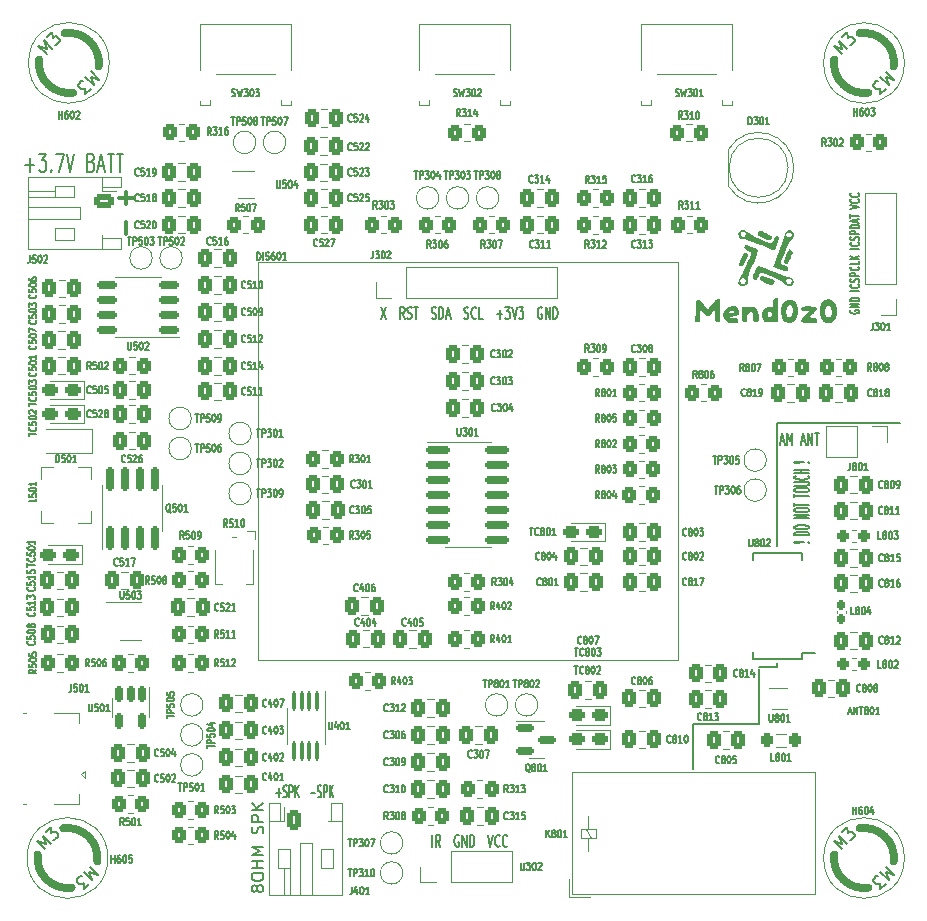
<source format=gto>
%TF.GenerationSoftware,KiCad,Pcbnew,(6.0.7)*%
%TF.CreationDate,2022-11-10T16:47:27-05:00*%
%TF.ProjectId,_HW_HandyRadio_,5f48575f-4861-46e6-9479-526164696f5f,rev?*%
%TF.SameCoordinates,Original*%
%TF.FileFunction,Legend,Top*%
%TF.FilePolarity,Positive*%
%FSLAX46Y46*%
G04 Gerber Fmt 4.6, Leading zero omitted, Abs format (unit mm)*
G04 Created by KiCad (PCBNEW (6.0.7)) date 2022-11-10 16:47:27*
%MOMM*%
%LPD*%
G01*
G04 APERTURE LIST*
G04 Aperture macros list*
%AMRoundRect*
0 Rectangle with rounded corners*
0 $1 Rounding radius*
0 $2 $3 $4 $5 $6 $7 $8 $9 X,Y pos of 4 corners*
0 Add a 4 corners polygon primitive as box body*
4,1,4,$2,$3,$4,$5,$6,$7,$8,$9,$2,$3,0*
0 Add four circle primitives for the rounded corners*
1,1,$1+$1,$2,$3*
1,1,$1+$1,$4,$5*
1,1,$1+$1,$6,$7*
1,1,$1+$1,$8,$9*
0 Add four rect primitives between the rounded corners*
20,1,$1+$1,$2,$3,$4,$5,0*
20,1,$1+$1,$4,$5,$6,$7,0*
20,1,$1+$1,$6,$7,$8,$9,0*
20,1,$1+$1,$8,$9,$2,$3,0*%
G04 Aperture macros list end*
%ADD10C,0.150000*%
%ADD11C,0.127000*%
%ADD12C,0.317500*%
%ADD13C,0.158750*%
%ADD14C,0.120000*%
%ADD15C,0.635000*%
%ADD16RoundRect,0.150000X-0.150000X0.512500X-0.150000X-0.512500X0.150000X-0.512500X0.150000X0.512500X0*%
%ADD17C,3.200000*%
%ADD18RoundRect,0.250000X-0.625000X0.350000X-0.625000X-0.350000X0.625000X-0.350000X0.625000X0.350000X0*%
%ADD19O,1.750000X1.200000*%
%ADD20RoundRect,0.250000X0.337500X0.475000X-0.337500X0.475000X-0.337500X-0.475000X0.337500X-0.475000X0*%
%ADD21RoundRect,0.250000X-0.337500X-0.475000X0.337500X-0.475000X0.337500X0.475000X-0.337500X0.475000X0*%
%ADD22C,1.500000*%
%ADD23R,1.500000X0.400000*%
%ADD24RoundRect,0.250000X0.350000X0.450000X-0.350000X0.450000X-0.350000X-0.450000X0.350000X-0.450000X0*%
%ADD25RoundRect,0.150000X0.675000X0.150000X-0.675000X0.150000X-0.675000X-0.150000X0.675000X-0.150000X0*%
%ADD26R,2.650000X3.000000*%
%ADD27RoundRect,0.250000X-0.350000X-0.450000X0.350000X-0.450000X0.350000X0.450000X-0.350000X0.450000X0*%
%ADD28R,1.200000X0.400000*%
%ADD29RoundRect,0.150000X-0.587500X-0.150000X0.587500X-0.150000X0.587500X0.150000X-0.587500X0.150000X0*%
%ADD30R,1.200000X1.200000*%
%ADD31R,1.600000X1.500000*%
%ADD32RoundRect,0.237500X0.287500X0.237500X-0.287500X0.237500X-0.287500X-0.237500X0.287500X-0.237500X0*%
%ADD33C,2.200000*%
%ADD34C,1.700000*%
%ADD35R,0.700000X0.340000*%
%ADD36RoundRect,0.100000X-0.100000X0.712500X-0.100000X-0.712500X0.100000X-0.712500X0.100000X0.712500X0*%
%ADD37RoundRect,0.250000X0.400000X0.275000X-0.400000X0.275000X-0.400000X-0.275000X0.400000X-0.275000X0*%
%ADD38C,0.800000*%
%ADD39C,6.400000*%
%ADD40RoundRect,0.160000X0.160000X-0.222500X0.160000X0.222500X-0.160000X0.222500X-0.160000X-0.222500X0*%
%ADD41R,1.350000X0.400000*%
%ADD42R,1.900000X0.875000*%
%ADD43O,1.900000X1.000000*%
%ADD44O,1.250000X1.050000*%
%ADD45R,1.900000X2.900000*%
%ADD46C,4.400000*%
%ADD47RoundRect,0.250000X-0.275000X-0.350000X0.275000X-0.350000X0.275000X0.350000X-0.275000X0.350000X0*%
%ADD48R,1.700000X1.700000*%
%ADD49O,1.700000X1.700000*%
%ADD50R,3.600000X1.500000*%
%ADD51R,1.560000X0.650000*%
%ADD52RoundRect,0.150000X-0.825000X-0.150000X0.825000X-0.150000X0.825000X0.150000X-0.825000X0.150000X0*%
%ADD53R,1.800000X1.800000*%
%ADD54C,1.800000*%
%ADD55RoundRect,0.150000X0.150000X-0.825000X0.150000X0.825000X-0.150000X0.825000X-0.150000X-0.825000X0*%
%ADD56C,1.600000*%
%ADD57R,1.800000X1.600000*%
%ADD58RoundRect,0.237500X-0.287500X-0.237500X0.287500X-0.237500X0.287500X0.237500X-0.287500X0.237500X0*%
%ADD59RoundRect,0.250000X-0.350000X-0.625000X0.350000X-0.625000X0.350000X0.625000X-0.350000X0.625000X0*%
%ADD60O,1.200000X1.750000*%
%ADD61R,1.100000X1.100000*%
G04 APERTURE END LIST*
D10*
X257085000Y-139716000D02*
X246671000Y-139716000D01*
X246671000Y-139716000D02*
X246671000Y-150130000D01*
X246671000Y-160417000D02*
X245147000Y-160417000D01*
X239559000Y-165243000D02*
X239559000Y-169053000D01*
X246671000Y-160417000D02*
X246671000Y-160036000D01*
X245147000Y-160544000D02*
X245147000Y-165243000D01*
X245147000Y-165243000D02*
X239559000Y-165243000D01*
D11*
X204271142Y-171029428D02*
X204658190Y-171029428D01*
X204464666Y-171410380D02*
X204464666Y-170648476D01*
X204875904Y-171362761D02*
X204948476Y-171410380D01*
X205069428Y-171410380D01*
X205117809Y-171362761D01*
X205142000Y-171315142D01*
X205166190Y-171219904D01*
X205166190Y-171124666D01*
X205142000Y-171029428D01*
X205117809Y-170981809D01*
X205069428Y-170934190D01*
X204972666Y-170886571D01*
X204924285Y-170838952D01*
X204900095Y-170791333D01*
X204875904Y-170696095D01*
X204875904Y-170600857D01*
X204900095Y-170505619D01*
X204924285Y-170458000D01*
X204972666Y-170410380D01*
X205093619Y-170410380D01*
X205166190Y-170458000D01*
X205383904Y-171410380D02*
X205383904Y-170410380D01*
X205577428Y-170410380D01*
X205625809Y-170458000D01*
X205650000Y-170505619D01*
X205674190Y-170600857D01*
X205674190Y-170743714D01*
X205650000Y-170838952D01*
X205625809Y-170886571D01*
X205577428Y-170934190D01*
X205383904Y-170934190D01*
X205891904Y-171410380D02*
X205891904Y-170410380D01*
X206182190Y-171410380D02*
X205964476Y-170838952D01*
X206182190Y-170410380D02*
X205891904Y-170981809D01*
X207174000Y-171029428D02*
X207561047Y-171029428D01*
X207778761Y-171362761D02*
X207851333Y-171410380D01*
X207972285Y-171410380D01*
X208020666Y-171362761D01*
X208044857Y-171315142D01*
X208069047Y-171219904D01*
X208069047Y-171124666D01*
X208044857Y-171029428D01*
X208020666Y-170981809D01*
X207972285Y-170934190D01*
X207875523Y-170886571D01*
X207827142Y-170838952D01*
X207802952Y-170791333D01*
X207778761Y-170696095D01*
X207778761Y-170600857D01*
X207802952Y-170505619D01*
X207827142Y-170458000D01*
X207875523Y-170410380D01*
X207996476Y-170410380D01*
X208069047Y-170458000D01*
X208286761Y-171410380D02*
X208286761Y-170410380D01*
X208480285Y-170410380D01*
X208528666Y-170458000D01*
X208552857Y-170505619D01*
X208577047Y-170600857D01*
X208577047Y-170743714D01*
X208552857Y-170838952D01*
X208528666Y-170886571D01*
X208480285Y-170934190D01*
X208286761Y-170934190D01*
X208794761Y-171410380D02*
X208794761Y-170410380D01*
X209085047Y-171410380D02*
X208867333Y-170838952D01*
X209085047Y-170410380D02*
X208794761Y-170981809D01*
D12*
X191571142Y-120182190D02*
X191571142Y-121149809D01*
X190990571Y-120666000D02*
X192151714Y-120666000D01*
X191571142Y-122722190D02*
X191571142Y-123689809D01*
D10*
X183036571Y-117853857D02*
X183798476Y-117853857D01*
X183417523Y-118434428D02*
X183417523Y-117273285D01*
X184179428Y-116910428D02*
X184798476Y-116910428D01*
X184465142Y-117491000D01*
X184608000Y-117491000D01*
X184703238Y-117563571D01*
X184750857Y-117636142D01*
X184798476Y-117781285D01*
X184798476Y-118144142D01*
X184750857Y-118289285D01*
X184703238Y-118361857D01*
X184608000Y-118434428D01*
X184322285Y-118434428D01*
X184227047Y-118361857D01*
X184179428Y-118289285D01*
X185227047Y-118289285D02*
X185274666Y-118361857D01*
X185227047Y-118434428D01*
X185179428Y-118361857D01*
X185227047Y-118289285D01*
X185227047Y-118434428D01*
X185608000Y-116910428D02*
X186274666Y-116910428D01*
X185846095Y-118434428D01*
X186512761Y-116910428D02*
X186846095Y-118434428D01*
X187179428Y-116910428D01*
X188608000Y-117636142D02*
X188750857Y-117708714D01*
X188798476Y-117781285D01*
X188846095Y-117926428D01*
X188846095Y-118144142D01*
X188798476Y-118289285D01*
X188750857Y-118361857D01*
X188655619Y-118434428D01*
X188274666Y-118434428D01*
X188274666Y-116910428D01*
X188608000Y-116910428D01*
X188703238Y-116983000D01*
X188750857Y-117055571D01*
X188798476Y-117200714D01*
X188798476Y-117345857D01*
X188750857Y-117491000D01*
X188703238Y-117563571D01*
X188608000Y-117636142D01*
X188274666Y-117636142D01*
X189227047Y-117999000D02*
X189703238Y-117999000D01*
X189131809Y-118434428D02*
X189465142Y-116910428D01*
X189798476Y-118434428D01*
X189988952Y-116910428D02*
X190560380Y-116910428D01*
X190274666Y-118434428D02*
X190274666Y-116910428D01*
X190750857Y-116910428D02*
X191322285Y-116910428D01*
X191036571Y-118434428D02*
X191036571Y-116910428D01*
D13*
X217476119Y-175608619D02*
X217476119Y-174592619D01*
X218141357Y-175608619D02*
X217929690Y-175124809D01*
X217778500Y-175608619D02*
X217778500Y-174592619D01*
X218020404Y-174592619D01*
X218080880Y-174641000D01*
X218111119Y-174689380D01*
X218141357Y-174786142D01*
X218141357Y-174931285D01*
X218111119Y-175028047D01*
X218080880Y-175076428D01*
X218020404Y-175124809D01*
X217778500Y-175124809D01*
X219713738Y-174641000D02*
X219653261Y-174592619D01*
X219562547Y-174592619D01*
X219471833Y-174641000D01*
X219411357Y-174737761D01*
X219381119Y-174834523D01*
X219350880Y-175028047D01*
X219350880Y-175173190D01*
X219381119Y-175366714D01*
X219411357Y-175463476D01*
X219471833Y-175560238D01*
X219562547Y-175608619D01*
X219623023Y-175608619D01*
X219713738Y-175560238D01*
X219743976Y-175511857D01*
X219743976Y-175173190D01*
X219623023Y-175173190D01*
X220016119Y-175608619D02*
X220016119Y-174592619D01*
X220378976Y-175608619D01*
X220378976Y-174592619D01*
X220681357Y-175608619D02*
X220681357Y-174592619D01*
X220832547Y-174592619D01*
X220923261Y-174641000D01*
X220983738Y-174737761D01*
X221013976Y-174834523D01*
X221044214Y-175028047D01*
X221044214Y-175173190D01*
X221013976Y-175366714D01*
X220983738Y-175463476D01*
X220923261Y-175560238D01*
X220832547Y-175608619D01*
X220681357Y-175608619D01*
X222193261Y-174592619D02*
X222404928Y-175608619D01*
X222616595Y-174592619D01*
X223191119Y-175511857D02*
X223160880Y-175560238D01*
X223070166Y-175608619D01*
X223009690Y-175608619D01*
X222918976Y-175560238D01*
X222858500Y-175463476D01*
X222828261Y-175366714D01*
X222798023Y-175173190D01*
X222798023Y-175028047D01*
X222828261Y-174834523D01*
X222858500Y-174737761D01*
X222918976Y-174641000D01*
X223009690Y-174592619D01*
X223070166Y-174592619D01*
X223160880Y-174641000D01*
X223191119Y-174689380D01*
X223826119Y-175511857D02*
X223795880Y-175560238D01*
X223705166Y-175608619D01*
X223644690Y-175608619D01*
X223553976Y-175560238D01*
X223493500Y-175463476D01*
X223463261Y-175366714D01*
X223433023Y-175173190D01*
X223433023Y-175028047D01*
X223463261Y-174834523D01*
X223493500Y-174737761D01*
X223553976Y-174641000D01*
X223644690Y-174592619D01*
X223705166Y-174592619D01*
X223795880Y-174641000D01*
X223826119Y-174689380D01*
D11*
X249283571Y-149833666D02*
X249344047Y-149809476D01*
X249404523Y-149833666D01*
X249344047Y-149857857D01*
X249283571Y-149833666D01*
X249404523Y-149833666D01*
X248920714Y-149833666D02*
X248195000Y-149857857D01*
X248134523Y-149833666D01*
X248195000Y-149809476D01*
X248920714Y-149833666D01*
X248134523Y-149833666D01*
X249404523Y-149204714D02*
X248134523Y-149204714D01*
X248134523Y-149083761D01*
X248195000Y-149011190D01*
X248315952Y-148962809D01*
X248436904Y-148938619D01*
X248678809Y-148914428D01*
X248860238Y-148914428D01*
X249102142Y-148938619D01*
X249223095Y-148962809D01*
X249344047Y-149011190D01*
X249404523Y-149083761D01*
X249404523Y-149204714D01*
X248134523Y-148599952D02*
X248134523Y-148503190D01*
X248195000Y-148454809D01*
X248315952Y-148406428D01*
X248557857Y-148382238D01*
X248981190Y-148382238D01*
X249223095Y-148406428D01*
X249344047Y-148454809D01*
X249404523Y-148503190D01*
X249404523Y-148599952D01*
X249344047Y-148648333D01*
X249223095Y-148696714D01*
X248981190Y-148720904D01*
X248557857Y-148720904D01*
X248315952Y-148696714D01*
X248195000Y-148648333D01*
X248134523Y-148599952D01*
X249404523Y-147777476D02*
X248134523Y-147777476D01*
X249404523Y-147487190D01*
X248134523Y-147487190D01*
X248134523Y-147148523D02*
X248134523Y-147051761D01*
X248195000Y-147003380D01*
X248315952Y-146955000D01*
X248557857Y-146930809D01*
X248981190Y-146930809D01*
X249223095Y-146955000D01*
X249344047Y-147003380D01*
X249404523Y-147051761D01*
X249404523Y-147148523D01*
X249344047Y-147196904D01*
X249223095Y-147245285D01*
X248981190Y-147269476D01*
X248557857Y-147269476D01*
X248315952Y-147245285D01*
X248195000Y-147196904D01*
X248134523Y-147148523D01*
X248134523Y-146785666D02*
X248134523Y-146495380D01*
X249404523Y-146640523D02*
X248134523Y-146640523D01*
X248134523Y-146011571D02*
X248134523Y-145721285D01*
X249404523Y-145866428D02*
X248134523Y-145866428D01*
X248134523Y-145455190D02*
X248134523Y-145358428D01*
X248195000Y-145310047D01*
X248315952Y-145261666D01*
X248557857Y-145237476D01*
X248981190Y-145237476D01*
X249223095Y-145261666D01*
X249344047Y-145310047D01*
X249404523Y-145358428D01*
X249404523Y-145455190D01*
X249344047Y-145503571D01*
X249223095Y-145551952D01*
X248981190Y-145576142D01*
X248557857Y-145576142D01*
X248315952Y-145551952D01*
X248195000Y-145503571D01*
X248134523Y-145455190D01*
X248134523Y-145019761D02*
X249162619Y-145019761D01*
X249283571Y-144995571D01*
X249344047Y-144971380D01*
X249404523Y-144923000D01*
X249404523Y-144826238D01*
X249344047Y-144777857D01*
X249283571Y-144753666D01*
X249162619Y-144729476D01*
X248134523Y-144729476D01*
X249283571Y-144197285D02*
X249344047Y-144221476D01*
X249404523Y-144294047D01*
X249404523Y-144342428D01*
X249344047Y-144415000D01*
X249223095Y-144463380D01*
X249102142Y-144487571D01*
X248860238Y-144511761D01*
X248678809Y-144511761D01*
X248436904Y-144487571D01*
X248315952Y-144463380D01*
X248195000Y-144415000D01*
X248134523Y-144342428D01*
X248134523Y-144294047D01*
X248195000Y-144221476D01*
X248255476Y-144197285D01*
X249404523Y-143979571D02*
X248134523Y-143979571D01*
X248739285Y-143979571D02*
X248739285Y-143689285D01*
X249404523Y-143689285D02*
X248134523Y-143689285D01*
X249283571Y-143060333D02*
X249344047Y-143036142D01*
X249404523Y-143060333D01*
X249344047Y-143084523D01*
X249283571Y-143060333D01*
X249404523Y-143060333D01*
X248920714Y-143060333D02*
X248195000Y-143084523D01*
X248134523Y-143060333D01*
X248195000Y-143036142D01*
X248920714Y-143060333D01*
X248134523Y-143060333D01*
X213136952Y-129897380D02*
X213560285Y-130897380D01*
X213560285Y-129897380D02*
X213136952Y-130897380D01*
X215132666Y-130897380D02*
X214921000Y-130421190D01*
X214769809Y-130897380D02*
X214769809Y-129897380D01*
X215011714Y-129897380D01*
X215072190Y-129945000D01*
X215102428Y-129992619D01*
X215132666Y-130087857D01*
X215132666Y-130230714D01*
X215102428Y-130325952D01*
X215072190Y-130373571D01*
X215011714Y-130421190D01*
X214769809Y-130421190D01*
X215374571Y-130849761D02*
X215465285Y-130897380D01*
X215616476Y-130897380D01*
X215676952Y-130849761D01*
X215707190Y-130802142D01*
X215737428Y-130706904D01*
X215737428Y-130611666D01*
X215707190Y-130516428D01*
X215676952Y-130468809D01*
X215616476Y-130421190D01*
X215495523Y-130373571D01*
X215435047Y-130325952D01*
X215404809Y-130278333D01*
X215374571Y-130183095D01*
X215374571Y-130087857D01*
X215404809Y-129992619D01*
X215435047Y-129945000D01*
X215495523Y-129897380D01*
X215646714Y-129897380D01*
X215737428Y-129945000D01*
X215918857Y-129897380D02*
X216281714Y-129897380D01*
X216100285Y-130897380D02*
X216100285Y-129897380D01*
X217430761Y-130849761D02*
X217521476Y-130897380D01*
X217672666Y-130897380D01*
X217733142Y-130849761D01*
X217763380Y-130802142D01*
X217793619Y-130706904D01*
X217793619Y-130611666D01*
X217763380Y-130516428D01*
X217733142Y-130468809D01*
X217672666Y-130421190D01*
X217551714Y-130373571D01*
X217491238Y-130325952D01*
X217461000Y-130278333D01*
X217430761Y-130183095D01*
X217430761Y-130087857D01*
X217461000Y-129992619D01*
X217491238Y-129945000D01*
X217551714Y-129897380D01*
X217702904Y-129897380D01*
X217793619Y-129945000D01*
X218065761Y-130897380D02*
X218065761Y-129897380D01*
X218216952Y-129897380D01*
X218307666Y-129945000D01*
X218368142Y-130040238D01*
X218398380Y-130135476D01*
X218428619Y-130325952D01*
X218428619Y-130468809D01*
X218398380Y-130659285D01*
X218368142Y-130754523D01*
X218307666Y-130849761D01*
X218216952Y-130897380D01*
X218065761Y-130897380D01*
X218670523Y-130611666D02*
X218972904Y-130611666D01*
X218610047Y-130897380D02*
X218821714Y-129897380D01*
X219033380Y-130897380D01*
X220182428Y-130849761D02*
X220273142Y-130897380D01*
X220424333Y-130897380D01*
X220484809Y-130849761D01*
X220515047Y-130802142D01*
X220545285Y-130706904D01*
X220545285Y-130611666D01*
X220515047Y-130516428D01*
X220484809Y-130468809D01*
X220424333Y-130421190D01*
X220303380Y-130373571D01*
X220242904Y-130325952D01*
X220212666Y-130278333D01*
X220182428Y-130183095D01*
X220182428Y-130087857D01*
X220212666Y-129992619D01*
X220242904Y-129945000D01*
X220303380Y-129897380D01*
X220454571Y-129897380D01*
X220545285Y-129945000D01*
X221180285Y-130802142D02*
X221150047Y-130849761D01*
X221059333Y-130897380D01*
X220998857Y-130897380D01*
X220908142Y-130849761D01*
X220847666Y-130754523D01*
X220817428Y-130659285D01*
X220787190Y-130468809D01*
X220787190Y-130325952D01*
X220817428Y-130135476D01*
X220847666Y-130040238D01*
X220908142Y-129945000D01*
X220998857Y-129897380D01*
X221059333Y-129897380D01*
X221150047Y-129945000D01*
X221180285Y-129992619D01*
X221754809Y-130897380D02*
X221452428Y-130897380D01*
X221452428Y-129897380D01*
X222934095Y-130516428D02*
X223417904Y-130516428D01*
X223176000Y-130897380D02*
X223176000Y-130135476D01*
X223659809Y-129897380D02*
X224052904Y-129897380D01*
X223841238Y-130278333D01*
X223931952Y-130278333D01*
X223992428Y-130325952D01*
X224022666Y-130373571D01*
X224052904Y-130468809D01*
X224052904Y-130706904D01*
X224022666Y-130802142D01*
X223992428Y-130849761D01*
X223931952Y-130897380D01*
X223750523Y-130897380D01*
X223690047Y-130849761D01*
X223659809Y-130802142D01*
X224234333Y-129897380D02*
X224446000Y-130897380D01*
X224657666Y-129897380D01*
X224808857Y-129897380D02*
X225201952Y-129897380D01*
X224990285Y-130278333D01*
X225081000Y-130278333D01*
X225141476Y-130325952D01*
X225171714Y-130373571D01*
X225201952Y-130468809D01*
X225201952Y-130706904D01*
X225171714Y-130802142D01*
X225141476Y-130849761D01*
X225081000Y-130897380D01*
X224899571Y-130897380D01*
X224839095Y-130849761D01*
X224808857Y-130802142D01*
X226774333Y-129945000D02*
X226713857Y-129897380D01*
X226623142Y-129897380D01*
X226532428Y-129945000D01*
X226471952Y-130040238D01*
X226441714Y-130135476D01*
X226411476Y-130325952D01*
X226411476Y-130468809D01*
X226441714Y-130659285D01*
X226471952Y-130754523D01*
X226532428Y-130849761D01*
X226623142Y-130897380D01*
X226683619Y-130897380D01*
X226774333Y-130849761D01*
X226804571Y-130802142D01*
X226804571Y-130468809D01*
X226683619Y-130468809D01*
X227076714Y-130897380D02*
X227076714Y-129897380D01*
X227439571Y-130897380D01*
X227439571Y-129897380D01*
X227741952Y-130897380D02*
X227741952Y-129897380D01*
X227893142Y-129897380D01*
X227983857Y-129945000D01*
X228044333Y-130040238D01*
X228074571Y-130135476D01*
X228104809Y-130325952D01*
X228104809Y-130468809D01*
X228074571Y-130659285D01*
X228044333Y-130754523D01*
X227983857Y-130849761D01*
X227893142Y-130897380D01*
X227741952Y-130897380D01*
X252894000Y-130178904D02*
X252857714Y-130227285D01*
X252857714Y-130299857D01*
X252894000Y-130372428D01*
X252966571Y-130420809D01*
X253039142Y-130445000D01*
X253184285Y-130469190D01*
X253293142Y-130469190D01*
X253438285Y-130445000D01*
X253510857Y-130420809D01*
X253583428Y-130372428D01*
X253619714Y-130299857D01*
X253619714Y-130251476D01*
X253583428Y-130178904D01*
X253547142Y-130154714D01*
X253293142Y-130154714D01*
X253293142Y-130251476D01*
X253619714Y-129937000D02*
X252857714Y-129937000D01*
X253619714Y-129646714D01*
X252857714Y-129646714D01*
X253619714Y-129404809D02*
X252857714Y-129404809D01*
X252857714Y-129283857D01*
X252894000Y-129211285D01*
X252966571Y-129162904D01*
X253039142Y-129138714D01*
X253184285Y-129114523D01*
X253293142Y-129114523D01*
X253438285Y-129138714D01*
X253510857Y-129162904D01*
X253583428Y-129211285D01*
X253619714Y-129283857D01*
X253619714Y-129404809D01*
X253619714Y-128509761D02*
X252857714Y-128509761D01*
X253547142Y-127977571D02*
X253583428Y-128001761D01*
X253619714Y-128074333D01*
X253619714Y-128122714D01*
X253583428Y-128195285D01*
X253510857Y-128243666D01*
X253438285Y-128267857D01*
X253293142Y-128292047D01*
X253184285Y-128292047D01*
X253039142Y-128267857D01*
X252966571Y-128243666D01*
X252894000Y-128195285D01*
X252857714Y-128122714D01*
X252857714Y-128074333D01*
X252894000Y-128001761D01*
X252930285Y-127977571D01*
X253583428Y-127784047D02*
X253619714Y-127711476D01*
X253619714Y-127590523D01*
X253583428Y-127542142D01*
X253547142Y-127517952D01*
X253474571Y-127493761D01*
X253402000Y-127493761D01*
X253329428Y-127517952D01*
X253293142Y-127542142D01*
X253256857Y-127590523D01*
X253220571Y-127687285D01*
X253184285Y-127735666D01*
X253148000Y-127759857D01*
X253075428Y-127784047D01*
X253002857Y-127784047D01*
X252930285Y-127759857D01*
X252894000Y-127735666D01*
X252857714Y-127687285D01*
X252857714Y-127566333D01*
X252894000Y-127493761D01*
X253619714Y-127276047D02*
X252857714Y-127276047D01*
X252857714Y-127082523D01*
X252894000Y-127034142D01*
X252930285Y-127009952D01*
X253002857Y-126985761D01*
X253111714Y-126985761D01*
X253184285Y-127009952D01*
X253220571Y-127034142D01*
X253256857Y-127082523D01*
X253256857Y-127276047D01*
X253547142Y-126477761D02*
X253583428Y-126501952D01*
X253619714Y-126574523D01*
X253619714Y-126622904D01*
X253583428Y-126695476D01*
X253510857Y-126743857D01*
X253438285Y-126768047D01*
X253293142Y-126792238D01*
X253184285Y-126792238D01*
X253039142Y-126768047D01*
X252966571Y-126743857D01*
X252894000Y-126695476D01*
X252857714Y-126622904D01*
X252857714Y-126574523D01*
X252894000Y-126501952D01*
X252930285Y-126477761D01*
X253619714Y-126018142D02*
X253619714Y-126260047D01*
X252857714Y-126260047D01*
X253619714Y-125848809D02*
X252857714Y-125848809D01*
X253619714Y-125558523D02*
X253184285Y-125776238D01*
X252857714Y-125558523D02*
X253293142Y-125848809D01*
X253619714Y-124953761D02*
X252857714Y-124953761D01*
X253547142Y-124421571D02*
X253583428Y-124445761D01*
X253619714Y-124518333D01*
X253619714Y-124566714D01*
X253583428Y-124639285D01*
X253510857Y-124687666D01*
X253438285Y-124711857D01*
X253293142Y-124736047D01*
X253184285Y-124736047D01*
X253039142Y-124711857D01*
X252966571Y-124687666D01*
X252894000Y-124639285D01*
X252857714Y-124566714D01*
X252857714Y-124518333D01*
X252894000Y-124445761D01*
X252930285Y-124421571D01*
X253583428Y-124228047D02*
X253619714Y-124155476D01*
X253619714Y-124034523D01*
X253583428Y-123986142D01*
X253547142Y-123961952D01*
X253474571Y-123937761D01*
X253402000Y-123937761D01*
X253329428Y-123961952D01*
X253293142Y-123986142D01*
X253256857Y-124034523D01*
X253220571Y-124131285D01*
X253184285Y-124179666D01*
X253148000Y-124203857D01*
X253075428Y-124228047D01*
X253002857Y-124228047D01*
X252930285Y-124203857D01*
X252894000Y-124179666D01*
X252857714Y-124131285D01*
X252857714Y-124010333D01*
X252894000Y-123937761D01*
X253619714Y-123720047D02*
X252857714Y-123720047D01*
X252857714Y-123526523D01*
X252894000Y-123478142D01*
X252930285Y-123453952D01*
X253002857Y-123429761D01*
X253111714Y-123429761D01*
X253184285Y-123453952D01*
X253220571Y-123478142D01*
X253256857Y-123526523D01*
X253256857Y-123720047D01*
X253619714Y-123212047D02*
X252857714Y-123212047D01*
X252857714Y-123091095D01*
X252894000Y-123018523D01*
X252966571Y-122970142D01*
X253039142Y-122945952D01*
X253184285Y-122921761D01*
X253293142Y-122921761D01*
X253438285Y-122945952D01*
X253510857Y-122970142D01*
X253583428Y-123018523D01*
X253619714Y-123091095D01*
X253619714Y-123212047D01*
X253402000Y-122728238D02*
X253402000Y-122486333D01*
X253619714Y-122776619D02*
X252857714Y-122607285D01*
X253619714Y-122437952D01*
X252857714Y-122341190D02*
X252857714Y-122050904D01*
X253619714Y-122196047D02*
X252857714Y-122196047D01*
X252857714Y-121567095D02*
X253619714Y-121397761D01*
X252857714Y-121228428D01*
X253547142Y-120768809D02*
X253583428Y-120793000D01*
X253619714Y-120865571D01*
X253619714Y-120913952D01*
X253583428Y-120986523D01*
X253510857Y-121034904D01*
X253438285Y-121059095D01*
X253293142Y-121083285D01*
X253184285Y-121083285D01*
X253039142Y-121059095D01*
X252966571Y-121034904D01*
X252894000Y-120986523D01*
X252857714Y-120913952D01*
X252857714Y-120865571D01*
X252894000Y-120793000D01*
X252930285Y-120768809D01*
X253547142Y-120260809D02*
X253583428Y-120285000D01*
X253619714Y-120357571D01*
X253619714Y-120405952D01*
X253583428Y-120478523D01*
X253510857Y-120526904D01*
X253438285Y-120551095D01*
X253293142Y-120575285D01*
X253184285Y-120575285D01*
X253039142Y-120551095D01*
X252966571Y-120526904D01*
X252894000Y-120478523D01*
X252857714Y-120405952D01*
X252857714Y-120357571D01*
X252894000Y-120285000D01*
X252930285Y-120260809D01*
D10*
X246973380Y-141279666D02*
X247275761Y-141279666D01*
X246912904Y-141565380D02*
X247124571Y-140565380D01*
X247336238Y-141565380D01*
X247547904Y-141565380D02*
X247547904Y-140565380D01*
X247759571Y-141279666D01*
X247971238Y-140565380D01*
X247971238Y-141565380D01*
X248727190Y-141279666D02*
X249029571Y-141279666D01*
X248666714Y-141565380D02*
X248878380Y-140565380D01*
X249090047Y-141565380D01*
X249301714Y-141565380D02*
X249301714Y-140565380D01*
X249664571Y-141565380D01*
X249664571Y-140565380D01*
X249876238Y-140565380D02*
X250239095Y-140565380D01*
X250057666Y-141565380D02*
X250057666Y-140565380D01*
X202609952Y-179228428D02*
X202562333Y-179323666D01*
X202514714Y-179371285D01*
X202419476Y-179418904D01*
X202371857Y-179418904D01*
X202276619Y-179371285D01*
X202229000Y-179323666D01*
X202181380Y-179228428D01*
X202181380Y-179037952D01*
X202229000Y-178942714D01*
X202276619Y-178895095D01*
X202371857Y-178847476D01*
X202419476Y-178847476D01*
X202514714Y-178895095D01*
X202562333Y-178942714D01*
X202609952Y-179037952D01*
X202609952Y-179228428D01*
X202657571Y-179323666D01*
X202705190Y-179371285D01*
X202800428Y-179418904D01*
X202990904Y-179418904D01*
X203086142Y-179371285D01*
X203133761Y-179323666D01*
X203181380Y-179228428D01*
X203181380Y-179037952D01*
X203133761Y-178942714D01*
X203086142Y-178895095D01*
X202990904Y-178847476D01*
X202800428Y-178847476D01*
X202705190Y-178895095D01*
X202657571Y-178942714D01*
X202609952Y-179037952D01*
X202181380Y-178228428D02*
X202181380Y-178037952D01*
X202229000Y-177942714D01*
X202324238Y-177847476D01*
X202514714Y-177799857D01*
X202848047Y-177799857D01*
X203038523Y-177847476D01*
X203133761Y-177942714D01*
X203181380Y-178037952D01*
X203181380Y-178228428D01*
X203133761Y-178323666D01*
X203038523Y-178418904D01*
X202848047Y-178466523D01*
X202514714Y-178466523D01*
X202324238Y-178418904D01*
X202229000Y-178323666D01*
X202181380Y-178228428D01*
X203181380Y-177371285D02*
X202181380Y-177371285D01*
X202657571Y-177371285D02*
X202657571Y-176799857D01*
X203181380Y-176799857D02*
X202181380Y-176799857D01*
X203181380Y-176323666D02*
X202181380Y-176323666D01*
X202895666Y-175990333D01*
X202181380Y-175657000D01*
X203181380Y-175657000D01*
X203133761Y-174466523D02*
X203181380Y-174323666D01*
X203181380Y-174085571D01*
X203133761Y-173990333D01*
X203086142Y-173942714D01*
X202990904Y-173895095D01*
X202895666Y-173895095D01*
X202800428Y-173942714D01*
X202752809Y-173990333D01*
X202705190Y-174085571D01*
X202657571Y-174276047D01*
X202609952Y-174371285D01*
X202562333Y-174418904D01*
X202467095Y-174466523D01*
X202371857Y-174466523D01*
X202276619Y-174418904D01*
X202229000Y-174371285D01*
X202181380Y-174276047D01*
X202181380Y-174037952D01*
X202229000Y-173895095D01*
X203181380Y-173466523D02*
X202181380Y-173466523D01*
X202181380Y-173085571D01*
X202229000Y-172990333D01*
X202276619Y-172942714D01*
X202371857Y-172895095D01*
X202514714Y-172895095D01*
X202609952Y-172942714D01*
X202657571Y-172990333D01*
X202705190Y-173085571D01*
X202705190Y-173466523D01*
X203181380Y-172466523D02*
X202181380Y-172466523D01*
X203181380Y-171895095D02*
X202609952Y-172323666D01*
X202181380Y-171895095D02*
X202752809Y-172466523D01*
D11*
X188396142Y-163498261D02*
X188396142Y-164012309D01*
X188420333Y-164072785D01*
X188444523Y-164103023D01*
X188492904Y-164133261D01*
X188589666Y-164133261D01*
X188638047Y-164103023D01*
X188662238Y-164072785D01*
X188686428Y-164012309D01*
X188686428Y-163498261D01*
X189170238Y-163498261D02*
X188928333Y-163498261D01*
X188904142Y-163800642D01*
X188928333Y-163770404D01*
X188976714Y-163740166D01*
X189097666Y-163740166D01*
X189146047Y-163770404D01*
X189170238Y-163800642D01*
X189194428Y-163861119D01*
X189194428Y-164012309D01*
X189170238Y-164072785D01*
X189146047Y-164103023D01*
X189097666Y-164133261D01*
X188976714Y-164133261D01*
X188928333Y-164103023D01*
X188904142Y-164072785D01*
X189508904Y-163498261D02*
X189557285Y-163498261D01*
X189605666Y-163528500D01*
X189629857Y-163558738D01*
X189654047Y-163619214D01*
X189678238Y-163740166D01*
X189678238Y-163891357D01*
X189654047Y-164012309D01*
X189629857Y-164072785D01*
X189605666Y-164103023D01*
X189557285Y-164133261D01*
X189508904Y-164133261D01*
X189460523Y-164103023D01*
X189436333Y-164072785D01*
X189412142Y-164012309D01*
X189387952Y-163891357D01*
X189387952Y-163740166D01*
X189412142Y-163619214D01*
X189436333Y-163558738D01*
X189460523Y-163528500D01*
X189508904Y-163498261D01*
X190162047Y-164133261D02*
X189871761Y-164133261D01*
X190016904Y-164133261D02*
X190016904Y-163498261D01*
X189968523Y-163588976D01*
X189920142Y-163649452D01*
X189871761Y-163679690D01*
X190301142Y-176960261D02*
X190301142Y-176325261D01*
X190301142Y-176627642D02*
X190591428Y-176627642D01*
X190591428Y-176960261D02*
X190591428Y-176325261D01*
X191051047Y-176325261D02*
X190954285Y-176325261D01*
X190905904Y-176355500D01*
X190881714Y-176385738D01*
X190833333Y-176476452D01*
X190809142Y-176597404D01*
X190809142Y-176839309D01*
X190833333Y-176899785D01*
X190857523Y-176930023D01*
X190905904Y-176960261D01*
X191002666Y-176960261D01*
X191051047Y-176930023D01*
X191075238Y-176899785D01*
X191099428Y-176839309D01*
X191099428Y-176688119D01*
X191075238Y-176627642D01*
X191051047Y-176597404D01*
X191002666Y-176567166D01*
X190905904Y-176567166D01*
X190857523Y-176597404D01*
X190833333Y-176627642D01*
X190809142Y-176688119D01*
X191413904Y-176325261D02*
X191462285Y-176325261D01*
X191510666Y-176355500D01*
X191534857Y-176385738D01*
X191559047Y-176446214D01*
X191583238Y-176567166D01*
X191583238Y-176718357D01*
X191559047Y-176839309D01*
X191534857Y-176899785D01*
X191510666Y-176930023D01*
X191462285Y-176960261D01*
X191413904Y-176960261D01*
X191365523Y-176930023D01*
X191341333Y-176899785D01*
X191317142Y-176839309D01*
X191292952Y-176718357D01*
X191292952Y-176567166D01*
X191317142Y-176446214D01*
X191341333Y-176385738D01*
X191365523Y-176355500D01*
X191413904Y-176325261D01*
X192042857Y-176325261D02*
X191800952Y-176325261D01*
X191776761Y-176627642D01*
X191800952Y-176597404D01*
X191849333Y-176567166D01*
X191970285Y-176567166D01*
X192018666Y-176597404D01*
X192042857Y-176627642D01*
X192067047Y-176688119D01*
X192067047Y-176839309D01*
X192042857Y-176899785D01*
X192018666Y-176930023D01*
X191970285Y-176960261D01*
X191849333Y-176960261D01*
X191800952Y-176930023D01*
X191776761Y-176899785D01*
D10*
X184724700Y-175828170D02*
X184017594Y-175121063D01*
X184758372Y-175390437D01*
X184488998Y-174649659D01*
X185196105Y-175356765D01*
X184758372Y-174380285D02*
X185196105Y-173942552D01*
X185229777Y-174447628D01*
X185330792Y-174346613D01*
X185431807Y-174312941D01*
X185499151Y-174312941D01*
X185600166Y-174346613D01*
X185768525Y-174514972D01*
X185802196Y-174615987D01*
X185802196Y-174683330D01*
X185768525Y-174784346D01*
X185566494Y-174986376D01*
X185465479Y-175020048D01*
X185398135Y-175020048D01*
X188462669Y-177276459D02*
X189169775Y-177983566D01*
X188428997Y-177714192D01*
X188698371Y-178454970D01*
X187991264Y-177747864D01*
X188428997Y-178724344D02*
X187991264Y-179162077D01*
X187957592Y-178657001D01*
X187856577Y-178758016D01*
X187755562Y-178791688D01*
X187688218Y-178791688D01*
X187587203Y-178758016D01*
X187418844Y-178589657D01*
X187385173Y-178488642D01*
X187385173Y-178421299D01*
X187418844Y-178320283D01*
X187620875Y-178118253D01*
X187721890Y-178084581D01*
X187789234Y-178084581D01*
D11*
X183406857Y-125525261D02*
X183406857Y-125978833D01*
X183382666Y-126069547D01*
X183334285Y-126130023D01*
X183261714Y-126160261D01*
X183213333Y-126160261D01*
X183890666Y-125525261D02*
X183648761Y-125525261D01*
X183624571Y-125827642D01*
X183648761Y-125797404D01*
X183697142Y-125767166D01*
X183818095Y-125767166D01*
X183866476Y-125797404D01*
X183890666Y-125827642D01*
X183914857Y-125888119D01*
X183914857Y-126039309D01*
X183890666Y-126099785D01*
X183866476Y-126130023D01*
X183818095Y-126160261D01*
X183697142Y-126160261D01*
X183648761Y-126130023D01*
X183624571Y-126099785D01*
X184229333Y-125525261D02*
X184277714Y-125525261D01*
X184326095Y-125555500D01*
X184350285Y-125585738D01*
X184374476Y-125646214D01*
X184398666Y-125767166D01*
X184398666Y-125918357D01*
X184374476Y-126039309D01*
X184350285Y-126099785D01*
X184326095Y-126130023D01*
X184277714Y-126160261D01*
X184229333Y-126160261D01*
X184180952Y-126130023D01*
X184156761Y-126099785D01*
X184132571Y-126039309D01*
X184108380Y-125918357D01*
X184108380Y-125767166D01*
X184132571Y-125646214D01*
X184156761Y-125585738D01*
X184180952Y-125555500D01*
X184229333Y-125525261D01*
X184592190Y-125585738D02*
X184616380Y-125555500D01*
X184664761Y-125525261D01*
X184785714Y-125525261D01*
X184834095Y-125555500D01*
X184858285Y-125585738D01*
X184882476Y-125646214D01*
X184882476Y-125706690D01*
X184858285Y-125797404D01*
X184568000Y-126160261D01*
X184882476Y-126160261D01*
X183905785Y-131013476D02*
X183936023Y-131037666D01*
X183966261Y-131110238D01*
X183966261Y-131158619D01*
X183936023Y-131231190D01*
X183875547Y-131279571D01*
X183815071Y-131303761D01*
X183694119Y-131327952D01*
X183603404Y-131327952D01*
X183482452Y-131303761D01*
X183421976Y-131279571D01*
X183361500Y-131231190D01*
X183331261Y-131158619D01*
X183331261Y-131110238D01*
X183361500Y-131037666D01*
X183391738Y-131013476D01*
X183331261Y-130553857D02*
X183331261Y-130795761D01*
X183633642Y-130819952D01*
X183603404Y-130795761D01*
X183573166Y-130747380D01*
X183573166Y-130626428D01*
X183603404Y-130578047D01*
X183633642Y-130553857D01*
X183694119Y-130529666D01*
X183845309Y-130529666D01*
X183905785Y-130553857D01*
X183936023Y-130578047D01*
X183966261Y-130626428D01*
X183966261Y-130747380D01*
X183936023Y-130795761D01*
X183905785Y-130819952D01*
X183331261Y-130215190D02*
X183331261Y-130166809D01*
X183361500Y-130118428D01*
X183391738Y-130094238D01*
X183452214Y-130070047D01*
X183573166Y-130045857D01*
X183724357Y-130045857D01*
X183845309Y-130070047D01*
X183905785Y-130094238D01*
X183936023Y-130118428D01*
X183966261Y-130166809D01*
X183966261Y-130215190D01*
X183936023Y-130263571D01*
X183905785Y-130287761D01*
X183845309Y-130311952D01*
X183724357Y-130336142D01*
X183573166Y-130336142D01*
X183452214Y-130311952D01*
X183391738Y-130287761D01*
X183361500Y-130263571D01*
X183331261Y-130215190D01*
X183331261Y-129876523D02*
X183331261Y-129562047D01*
X183573166Y-129731380D01*
X183573166Y-129658809D01*
X183603404Y-129610428D01*
X183633642Y-129586238D01*
X183694119Y-129562047D01*
X183845309Y-129562047D01*
X183905785Y-129586238D01*
X183936023Y-129610428D01*
X183966261Y-129658809D01*
X183966261Y-129803952D01*
X183936023Y-129852333D01*
X183905785Y-129876523D01*
X203430523Y-163691785D02*
X203406333Y-163722023D01*
X203333761Y-163752261D01*
X203285380Y-163752261D01*
X203212809Y-163722023D01*
X203164428Y-163661547D01*
X203140238Y-163601071D01*
X203116047Y-163480119D01*
X203116047Y-163389404D01*
X203140238Y-163268452D01*
X203164428Y-163207976D01*
X203212809Y-163147500D01*
X203285380Y-163117261D01*
X203333761Y-163117261D01*
X203406333Y-163147500D01*
X203430523Y-163177738D01*
X203865952Y-163328928D02*
X203865952Y-163752261D01*
X203745000Y-163087023D02*
X203624047Y-163540595D01*
X203938523Y-163540595D01*
X204228809Y-163117261D02*
X204277190Y-163117261D01*
X204325571Y-163147500D01*
X204349761Y-163177738D01*
X204373952Y-163238214D01*
X204398142Y-163359166D01*
X204398142Y-163510357D01*
X204373952Y-163631309D01*
X204349761Y-163691785D01*
X204325571Y-163722023D01*
X204277190Y-163752261D01*
X204228809Y-163752261D01*
X204180428Y-163722023D01*
X204156238Y-163691785D01*
X204132047Y-163631309D01*
X204107857Y-163510357D01*
X204107857Y-163359166D01*
X204132047Y-163238214D01*
X204156238Y-163177738D01*
X204180428Y-163147500D01*
X204228809Y-163117261D01*
X204567476Y-163117261D02*
X204906142Y-163117261D01*
X204688428Y-163752261D01*
X210669523Y-118733785D02*
X210645333Y-118764023D01*
X210572761Y-118794261D01*
X210524380Y-118794261D01*
X210451809Y-118764023D01*
X210403428Y-118703547D01*
X210379238Y-118643071D01*
X210355047Y-118522119D01*
X210355047Y-118431404D01*
X210379238Y-118310452D01*
X210403428Y-118249976D01*
X210451809Y-118189500D01*
X210524380Y-118159261D01*
X210572761Y-118159261D01*
X210645333Y-118189500D01*
X210669523Y-118219738D01*
X211129142Y-118159261D02*
X210887238Y-118159261D01*
X210863047Y-118461642D01*
X210887238Y-118431404D01*
X210935619Y-118401166D01*
X211056571Y-118401166D01*
X211104952Y-118431404D01*
X211129142Y-118461642D01*
X211153333Y-118522119D01*
X211153333Y-118673309D01*
X211129142Y-118733785D01*
X211104952Y-118764023D01*
X211056571Y-118794261D01*
X210935619Y-118794261D01*
X210887238Y-118764023D01*
X210863047Y-118733785D01*
X211346857Y-118219738D02*
X211371047Y-118189500D01*
X211419428Y-118159261D01*
X211540380Y-118159261D01*
X211588761Y-118189500D01*
X211612952Y-118219738D01*
X211637142Y-118280214D01*
X211637142Y-118340690D01*
X211612952Y-118431404D01*
X211322666Y-118794261D01*
X211637142Y-118794261D01*
X211806476Y-118159261D02*
X212120952Y-118159261D01*
X211951619Y-118401166D01*
X212024190Y-118401166D01*
X212072571Y-118431404D01*
X212096761Y-118461642D01*
X212120952Y-118522119D01*
X212120952Y-118673309D01*
X212096761Y-118733785D01*
X212072571Y-118764023D01*
X212024190Y-118794261D01*
X211879047Y-118794261D01*
X211830666Y-118764023D01*
X211806476Y-118733785D01*
X200461142Y-113841261D02*
X200751428Y-113841261D01*
X200606285Y-114476261D02*
X200606285Y-113841261D01*
X200920761Y-114476261D02*
X200920761Y-113841261D01*
X201114285Y-113841261D01*
X201162666Y-113871500D01*
X201186857Y-113901738D01*
X201211047Y-113962214D01*
X201211047Y-114052928D01*
X201186857Y-114113404D01*
X201162666Y-114143642D01*
X201114285Y-114173880D01*
X200920761Y-114173880D01*
X201670666Y-113841261D02*
X201428761Y-113841261D01*
X201404571Y-114143642D01*
X201428761Y-114113404D01*
X201477142Y-114083166D01*
X201598095Y-114083166D01*
X201646476Y-114113404D01*
X201670666Y-114143642D01*
X201694857Y-114204119D01*
X201694857Y-114355309D01*
X201670666Y-114415785D01*
X201646476Y-114446023D01*
X201598095Y-114476261D01*
X201477142Y-114476261D01*
X201428761Y-114446023D01*
X201404571Y-114415785D01*
X202009333Y-113841261D02*
X202057714Y-113841261D01*
X202106095Y-113871500D01*
X202130285Y-113901738D01*
X202154476Y-113962214D01*
X202178666Y-114083166D01*
X202178666Y-114234357D01*
X202154476Y-114355309D01*
X202130285Y-114415785D01*
X202106095Y-114446023D01*
X202057714Y-114476261D01*
X202009333Y-114476261D01*
X201960952Y-114446023D01*
X201936761Y-114415785D01*
X201912571Y-114355309D01*
X201888380Y-114234357D01*
X201888380Y-114083166D01*
X201912571Y-113962214D01*
X201936761Y-113901738D01*
X201960952Y-113871500D01*
X202009333Y-113841261D01*
X202468952Y-114113404D02*
X202420571Y-114083166D01*
X202396380Y-114052928D01*
X202372190Y-113992452D01*
X202372190Y-113962214D01*
X202396380Y-113901738D01*
X202420571Y-113871500D01*
X202468952Y-113841261D01*
X202565714Y-113841261D01*
X202614095Y-113871500D01*
X202638285Y-113901738D01*
X202662476Y-113962214D01*
X202662476Y-113992452D01*
X202638285Y-114052928D01*
X202614095Y-114083166D01*
X202565714Y-114113404D01*
X202468952Y-114113404D01*
X202420571Y-114143642D01*
X202396380Y-114173880D01*
X202372190Y-114234357D01*
X202372190Y-114355309D01*
X202396380Y-114415785D01*
X202420571Y-114446023D01*
X202468952Y-114476261D01*
X202565714Y-114476261D01*
X202614095Y-114446023D01*
X202638285Y-114415785D01*
X202662476Y-114355309D01*
X202662476Y-114234357D01*
X202638285Y-114173880D01*
X202614095Y-114143642D01*
X202565714Y-114113404D01*
X204308142Y-119191261D02*
X204308142Y-119705309D01*
X204332333Y-119765785D01*
X204356523Y-119796023D01*
X204404904Y-119826261D01*
X204501666Y-119826261D01*
X204550047Y-119796023D01*
X204574238Y-119765785D01*
X204598428Y-119705309D01*
X204598428Y-119191261D01*
X205082238Y-119191261D02*
X204840333Y-119191261D01*
X204816142Y-119493642D01*
X204840333Y-119463404D01*
X204888714Y-119433166D01*
X205009666Y-119433166D01*
X205058047Y-119463404D01*
X205082238Y-119493642D01*
X205106428Y-119554119D01*
X205106428Y-119705309D01*
X205082238Y-119765785D01*
X205058047Y-119796023D01*
X205009666Y-119826261D01*
X204888714Y-119826261D01*
X204840333Y-119796023D01*
X204816142Y-119765785D01*
X205420904Y-119191261D02*
X205469285Y-119191261D01*
X205517666Y-119221500D01*
X205541857Y-119251738D01*
X205566047Y-119312214D01*
X205590238Y-119433166D01*
X205590238Y-119584357D01*
X205566047Y-119705309D01*
X205541857Y-119765785D01*
X205517666Y-119796023D01*
X205469285Y-119826261D01*
X205420904Y-119826261D01*
X205372523Y-119796023D01*
X205348333Y-119765785D01*
X205324142Y-119705309D01*
X205299952Y-119584357D01*
X205299952Y-119433166D01*
X205324142Y-119312214D01*
X205348333Y-119251738D01*
X205372523Y-119221500D01*
X205420904Y-119191261D01*
X206025666Y-119402928D02*
X206025666Y-119826261D01*
X205904714Y-119161023D02*
X205783761Y-119614595D01*
X206098238Y-119614595D01*
X240260523Y-164834785D02*
X240236333Y-164865023D01*
X240163761Y-164895261D01*
X240115380Y-164895261D01*
X240042809Y-164865023D01*
X239994428Y-164804547D01*
X239970238Y-164744071D01*
X239946047Y-164623119D01*
X239946047Y-164532404D01*
X239970238Y-164411452D01*
X239994428Y-164350976D01*
X240042809Y-164290500D01*
X240115380Y-164260261D01*
X240163761Y-164260261D01*
X240236333Y-164290500D01*
X240260523Y-164320738D01*
X240550809Y-164532404D02*
X240502428Y-164502166D01*
X240478238Y-164471928D01*
X240454047Y-164411452D01*
X240454047Y-164381214D01*
X240478238Y-164320738D01*
X240502428Y-164290500D01*
X240550809Y-164260261D01*
X240647571Y-164260261D01*
X240695952Y-164290500D01*
X240720142Y-164320738D01*
X240744333Y-164381214D01*
X240744333Y-164411452D01*
X240720142Y-164471928D01*
X240695952Y-164502166D01*
X240647571Y-164532404D01*
X240550809Y-164532404D01*
X240502428Y-164562642D01*
X240478238Y-164592880D01*
X240454047Y-164653357D01*
X240454047Y-164774309D01*
X240478238Y-164834785D01*
X240502428Y-164865023D01*
X240550809Y-164895261D01*
X240647571Y-164895261D01*
X240695952Y-164865023D01*
X240720142Y-164834785D01*
X240744333Y-164774309D01*
X240744333Y-164653357D01*
X240720142Y-164592880D01*
X240695952Y-164562642D01*
X240647571Y-164532404D01*
X241228142Y-164895261D02*
X240937857Y-164895261D01*
X241083000Y-164895261D02*
X241083000Y-164260261D01*
X241034619Y-164350976D01*
X240986238Y-164411452D01*
X240937857Y-164441690D01*
X241397476Y-164260261D02*
X241711952Y-164260261D01*
X241542619Y-164502166D01*
X241615190Y-164502166D01*
X241663571Y-164532404D01*
X241687761Y-164562642D01*
X241711952Y-164623119D01*
X241711952Y-164774309D01*
X241687761Y-164834785D01*
X241663571Y-164865023D01*
X241615190Y-164895261D01*
X241470047Y-164895261D01*
X241421666Y-164865023D01*
X241397476Y-164834785D01*
X222771523Y-136402785D02*
X222747333Y-136433023D01*
X222674761Y-136463261D01*
X222626380Y-136463261D01*
X222553809Y-136433023D01*
X222505428Y-136372547D01*
X222481238Y-136312071D01*
X222457047Y-136191119D01*
X222457047Y-136100404D01*
X222481238Y-135979452D01*
X222505428Y-135918976D01*
X222553809Y-135858500D01*
X222626380Y-135828261D01*
X222674761Y-135828261D01*
X222747333Y-135858500D01*
X222771523Y-135888738D01*
X222940857Y-135828261D02*
X223255333Y-135828261D01*
X223086000Y-136070166D01*
X223158571Y-136070166D01*
X223206952Y-136100404D01*
X223231142Y-136130642D01*
X223255333Y-136191119D01*
X223255333Y-136342309D01*
X223231142Y-136402785D01*
X223206952Y-136433023D01*
X223158571Y-136463261D01*
X223013428Y-136463261D01*
X222965047Y-136433023D01*
X222940857Y-136402785D01*
X223569809Y-135828261D02*
X223618190Y-135828261D01*
X223666571Y-135858500D01*
X223690761Y-135888738D01*
X223714952Y-135949214D01*
X223739142Y-136070166D01*
X223739142Y-136221357D01*
X223714952Y-136342309D01*
X223690761Y-136402785D01*
X223666571Y-136433023D01*
X223618190Y-136463261D01*
X223569809Y-136463261D01*
X223521428Y-136433023D01*
X223497238Y-136402785D01*
X223473047Y-136342309D01*
X223448857Y-136221357D01*
X223448857Y-136070166D01*
X223473047Y-135949214D01*
X223497238Y-135888738D01*
X223521428Y-135858500D01*
X223569809Y-135828261D01*
X223908476Y-135828261D02*
X224222952Y-135828261D01*
X224053619Y-136070166D01*
X224126190Y-136070166D01*
X224174571Y-136100404D01*
X224198761Y-136130642D01*
X224222952Y-136191119D01*
X224222952Y-136342309D01*
X224198761Y-136402785D01*
X224174571Y-136433023D01*
X224126190Y-136463261D01*
X223981047Y-136463261D01*
X223932666Y-136433023D01*
X223908476Y-136402785D01*
X238634923Y-113980587D02*
X238465590Y-113678206D01*
X238344638Y-113980587D02*
X238344638Y-113345587D01*
X238538161Y-113345587D01*
X238586542Y-113375826D01*
X238610733Y-113406064D01*
X238634923Y-113466540D01*
X238634923Y-113557254D01*
X238610733Y-113617730D01*
X238586542Y-113647968D01*
X238538161Y-113678206D01*
X238344638Y-113678206D01*
X238804257Y-113345587D02*
X239118733Y-113345587D01*
X238949400Y-113587492D01*
X239021971Y-113587492D01*
X239070352Y-113617730D01*
X239094542Y-113647968D01*
X239118733Y-113708445D01*
X239118733Y-113859635D01*
X239094542Y-113920111D01*
X239070352Y-113950349D01*
X239021971Y-113980587D01*
X238876828Y-113980587D01*
X238828447Y-113950349D01*
X238804257Y-113920111D01*
X239602542Y-113980587D02*
X239312257Y-113980587D01*
X239457400Y-113980587D02*
X239457400Y-113345587D01*
X239409019Y-113436302D01*
X239360638Y-113496778D01*
X239312257Y-113527016D01*
X239917019Y-113345587D02*
X239965400Y-113345587D01*
X240013780Y-113375826D01*
X240037971Y-113406064D01*
X240062161Y-113466540D01*
X240086352Y-113587492D01*
X240086352Y-113738683D01*
X240062161Y-113859635D01*
X240037971Y-113920111D01*
X240013780Y-113950349D01*
X239965400Y-113980587D01*
X239917019Y-113980587D01*
X239868638Y-113950349D01*
X239844447Y-113920111D01*
X239820257Y-113859635D01*
X239796066Y-113738683D01*
X239796066Y-113587492D01*
X239820257Y-113466540D01*
X239844447Y-113406064D01*
X239868638Y-113375826D01*
X239917019Y-113345587D01*
X203001142Y-113841261D02*
X203291428Y-113841261D01*
X203146285Y-114476261D02*
X203146285Y-113841261D01*
X203460761Y-114476261D02*
X203460761Y-113841261D01*
X203654285Y-113841261D01*
X203702666Y-113871500D01*
X203726857Y-113901738D01*
X203751047Y-113962214D01*
X203751047Y-114052928D01*
X203726857Y-114113404D01*
X203702666Y-114143642D01*
X203654285Y-114173880D01*
X203460761Y-114173880D01*
X204210666Y-113841261D02*
X203968761Y-113841261D01*
X203944571Y-114143642D01*
X203968761Y-114113404D01*
X204017142Y-114083166D01*
X204138095Y-114083166D01*
X204186476Y-114113404D01*
X204210666Y-114143642D01*
X204234857Y-114204119D01*
X204234857Y-114355309D01*
X204210666Y-114415785D01*
X204186476Y-114446023D01*
X204138095Y-114476261D01*
X204017142Y-114476261D01*
X203968761Y-114446023D01*
X203944571Y-114415785D01*
X204549333Y-113841261D02*
X204597714Y-113841261D01*
X204646095Y-113871500D01*
X204670285Y-113901738D01*
X204694476Y-113962214D01*
X204718666Y-114083166D01*
X204718666Y-114234357D01*
X204694476Y-114355309D01*
X204670285Y-114415785D01*
X204646095Y-114446023D01*
X204597714Y-114476261D01*
X204549333Y-114476261D01*
X204500952Y-114446023D01*
X204476761Y-114415785D01*
X204452571Y-114355309D01*
X204428380Y-114234357D01*
X204428380Y-114083166D01*
X204452571Y-113962214D01*
X204476761Y-113901738D01*
X204500952Y-113871500D01*
X204549333Y-113841261D01*
X204888000Y-113841261D02*
X205226666Y-113841261D01*
X205008952Y-114476261D01*
X194286523Y-167882785D02*
X194262333Y-167913023D01*
X194189761Y-167943261D01*
X194141380Y-167943261D01*
X194068809Y-167913023D01*
X194020428Y-167852547D01*
X193996238Y-167792071D01*
X193972047Y-167671119D01*
X193972047Y-167580404D01*
X193996238Y-167459452D01*
X194020428Y-167398976D01*
X194068809Y-167338500D01*
X194141380Y-167308261D01*
X194189761Y-167308261D01*
X194262333Y-167338500D01*
X194286523Y-167368738D01*
X194746142Y-167308261D02*
X194504238Y-167308261D01*
X194480047Y-167610642D01*
X194504238Y-167580404D01*
X194552619Y-167550166D01*
X194673571Y-167550166D01*
X194721952Y-167580404D01*
X194746142Y-167610642D01*
X194770333Y-167671119D01*
X194770333Y-167822309D01*
X194746142Y-167882785D01*
X194721952Y-167913023D01*
X194673571Y-167943261D01*
X194552619Y-167943261D01*
X194504238Y-167913023D01*
X194480047Y-167882785D01*
X195084809Y-167308261D02*
X195133190Y-167308261D01*
X195181571Y-167338500D01*
X195205761Y-167368738D01*
X195229952Y-167429214D01*
X195254142Y-167550166D01*
X195254142Y-167701357D01*
X195229952Y-167822309D01*
X195205761Y-167882785D01*
X195181571Y-167913023D01*
X195133190Y-167943261D01*
X195084809Y-167943261D01*
X195036428Y-167913023D01*
X195012238Y-167882785D01*
X194988047Y-167822309D01*
X194963857Y-167701357D01*
X194963857Y-167550166D01*
X194988047Y-167429214D01*
X195012238Y-167368738D01*
X195036428Y-167338500D01*
X195084809Y-167308261D01*
X195689571Y-167519928D02*
X195689571Y-167943261D01*
X195568619Y-167278023D02*
X195447666Y-167731595D01*
X195762142Y-167731595D01*
X255627523Y-153531785D02*
X255603333Y-153562023D01*
X255530761Y-153592261D01*
X255482380Y-153592261D01*
X255409809Y-153562023D01*
X255361428Y-153501547D01*
X255337238Y-153441071D01*
X255313047Y-153320119D01*
X255313047Y-153229404D01*
X255337238Y-153108452D01*
X255361428Y-153047976D01*
X255409809Y-152987500D01*
X255482380Y-152957261D01*
X255530761Y-152957261D01*
X255603333Y-152987500D01*
X255627523Y-153017738D01*
X255917809Y-153229404D02*
X255869428Y-153199166D01*
X255845238Y-153168928D01*
X255821047Y-153108452D01*
X255821047Y-153078214D01*
X255845238Y-153017738D01*
X255869428Y-152987500D01*
X255917809Y-152957261D01*
X256014571Y-152957261D01*
X256062952Y-152987500D01*
X256087142Y-153017738D01*
X256111333Y-153078214D01*
X256111333Y-153108452D01*
X256087142Y-153168928D01*
X256062952Y-153199166D01*
X256014571Y-153229404D01*
X255917809Y-153229404D01*
X255869428Y-153259642D01*
X255845238Y-153289880D01*
X255821047Y-153350357D01*
X255821047Y-153471309D01*
X255845238Y-153531785D01*
X255869428Y-153562023D01*
X255917809Y-153592261D01*
X256014571Y-153592261D01*
X256062952Y-153562023D01*
X256087142Y-153531785D01*
X256111333Y-153471309D01*
X256111333Y-153350357D01*
X256087142Y-153289880D01*
X256062952Y-153259642D01*
X256014571Y-153229404D01*
X256595142Y-153592261D02*
X256304857Y-153592261D01*
X256450000Y-153592261D02*
X256450000Y-152957261D01*
X256401619Y-153047976D01*
X256353238Y-153108452D01*
X256304857Y-153138690D01*
X257030571Y-152957261D02*
X256933809Y-152957261D01*
X256885428Y-152987500D01*
X256861238Y-153017738D01*
X256812857Y-153108452D01*
X256788666Y-153229404D01*
X256788666Y-153471309D01*
X256812857Y-153531785D01*
X256837047Y-153562023D01*
X256885428Y-153592261D01*
X256982190Y-153592261D01*
X257030571Y-153562023D01*
X257054761Y-153531785D01*
X257078952Y-153471309D01*
X257078952Y-153320119D01*
X257054761Y-153259642D01*
X257030571Y-153229404D01*
X256982190Y-153199166D01*
X256885428Y-153199166D01*
X256837047Y-153229404D01*
X256812857Y-153259642D01*
X256788666Y-153320119D01*
X191698142Y-132891261D02*
X191698142Y-133405309D01*
X191722333Y-133465785D01*
X191746523Y-133496023D01*
X191794904Y-133526261D01*
X191891666Y-133526261D01*
X191940047Y-133496023D01*
X191964238Y-133465785D01*
X191988428Y-133405309D01*
X191988428Y-132891261D01*
X192472238Y-132891261D02*
X192230333Y-132891261D01*
X192206142Y-133193642D01*
X192230333Y-133163404D01*
X192278714Y-133133166D01*
X192399666Y-133133166D01*
X192448047Y-133163404D01*
X192472238Y-133193642D01*
X192496428Y-133254119D01*
X192496428Y-133405309D01*
X192472238Y-133465785D01*
X192448047Y-133496023D01*
X192399666Y-133526261D01*
X192278714Y-133526261D01*
X192230333Y-133496023D01*
X192206142Y-133465785D01*
X192810904Y-132891261D02*
X192859285Y-132891261D01*
X192907666Y-132921500D01*
X192931857Y-132951738D01*
X192956047Y-133012214D01*
X192980238Y-133133166D01*
X192980238Y-133284357D01*
X192956047Y-133405309D01*
X192931857Y-133465785D01*
X192907666Y-133496023D01*
X192859285Y-133526261D01*
X192810904Y-133526261D01*
X192762523Y-133496023D01*
X192738333Y-133465785D01*
X192714142Y-133405309D01*
X192689952Y-133284357D01*
X192689952Y-133133166D01*
X192714142Y-133012214D01*
X192738333Y-132951738D01*
X192762523Y-132921500D01*
X192810904Y-132891261D01*
X193173761Y-132951738D02*
X193197952Y-132921500D01*
X193246333Y-132891261D01*
X193367285Y-132891261D01*
X193415666Y-132921500D01*
X193439857Y-132951738D01*
X193464047Y-133012214D01*
X193464047Y-133072690D01*
X193439857Y-133163404D01*
X193149571Y-133526261D01*
X193464047Y-133526261D01*
X211177523Y-153912785D02*
X211153333Y-153943023D01*
X211080761Y-153973261D01*
X211032380Y-153973261D01*
X210959809Y-153943023D01*
X210911428Y-153882547D01*
X210887238Y-153822071D01*
X210863047Y-153701119D01*
X210863047Y-153610404D01*
X210887238Y-153489452D01*
X210911428Y-153428976D01*
X210959809Y-153368500D01*
X211032380Y-153338261D01*
X211080761Y-153338261D01*
X211153333Y-153368500D01*
X211177523Y-153398738D01*
X211612952Y-153549928D02*
X211612952Y-153973261D01*
X211492000Y-153308023D02*
X211371047Y-153761595D01*
X211685523Y-153761595D01*
X211975809Y-153338261D02*
X212024190Y-153338261D01*
X212072571Y-153368500D01*
X212096761Y-153398738D01*
X212120952Y-153459214D01*
X212145142Y-153580166D01*
X212145142Y-153731357D01*
X212120952Y-153852309D01*
X212096761Y-153912785D01*
X212072571Y-153943023D01*
X212024190Y-153973261D01*
X211975809Y-153973261D01*
X211927428Y-153943023D01*
X211903238Y-153912785D01*
X211879047Y-153852309D01*
X211854857Y-153731357D01*
X211854857Y-153580166D01*
X211879047Y-153459214D01*
X211903238Y-153398738D01*
X211927428Y-153368500D01*
X211975809Y-153338261D01*
X212580571Y-153338261D02*
X212483809Y-153338261D01*
X212435428Y-153368500D01*
X212411238Y-153398738D01*
X212362857Y-153489452D01*
X212338666Y-153610404D01*
X212338666Y-153852309D01*
X212362857Y-153912785D01*
X212387047Y-153943023D01*
X212435428Y-153973261D01*
X212532190Y-153973261D01*
X212580571Y-153943023D01*
X212604761Y-153912785D01*
X212628952Y-153852309D01*
X212628952Y-153701119D01*
X212604761Y-153640642D01*
X212580571Y-153610404D01*
X212532190Y-153580166D01*
X212435428Y-153580166D01*
X212387047Y-153610404D01*
X212362857Y-153640642D01*
X212338666Y-153701119D01*
X193524523Y-153338261D02*
X193355190Y-153035880D01*
X193234238Y-153338261D02*
X193234238Y-152703261D01*
X193427761Y-152703261D01*
X193476142Y-152733500D01*
X193500333Y-152763738D01*
X193524523Y-152824214D01*
X193524523Y-152914928D01*
X193500333Y-152975404D01*
X193476142Y-153005642D01*
X193427761Y-153035880D01*
X193234238Y-153035880D01*
X193984142Y-152703261D02*
X193742238Y-152703261D01*
X193718047Y-153005642D01*
X193742238Y-152975404D01*
X193790619Y-152945166D01*
X193911571Y-152945166D01*
X193959952Y-152975404D01*
X193984142Y-153005642D01*
X194008333Y-153066119D01*
X194008333Y-153217309D01*
X193984142Y-153277785D01*
X193959952Y-153308023D01*
X193911571Y-153338261D01*
X193790619Y-153338261D01*
X193742238Y-153308023D01*
X193718047Y-153277785D01*
X194322809Y-152703261D02*
X194371190Y-152703261D01*
X194419571Y-152733500D01*
X194443761Y-152763738D01*
X194467952Y-152824214D01*
X194492142Y-152945166D01*
X194492142Y-153096357D01*
X194467952Y-153217309D01*
X194443761Y-153277785D01*
X194419571Y-153308023D01*
X194371190Y-153338261D01*
X194322809Y-153338261D01*
X194274428Y-153308023D01*
X194250238Y-153277785D01*
X194226047Y-153217309D01*
X194201857Y-153096357D01*
X194201857Y-152945166D01*
X194226047Y-152824214D01*
X194250238Y-152763738D01*
X194274428Y-152733500D01*
X194322809Y-152703261D01*
X194782428Y-152975404D02*
X194734047Y-152945166D01*
X194709857Y-152914928D01*
X194685666Y-152854452D01*
X194685666Y-152824214D01*
X194709857Y-152763738D01*
X194734047Y-152733500D01*
X194782428Y-152703261D01*
X194879190Y-152703261D01*
X194927571Y-152733500D01*
X194951761Y-152763738D01*
X194975952Y-152824214D01*
X194975952Y-152854452D01*
X194951761Y-152914928D01*
X194927571Y-152945166D01*
X194879190Y-152975404D01*
X194782428Y-152975404D01*
X194734047Y-153005642D01*
X194709857Y-153035880D01*
X194685666Y-153096357D01*
X194685666Y-153217309D01*
X194709857Y-153277785D01*
X194734047Y-153308023D01*
X194782428Y-153338261D01*
X194879190Y-153338261D01*
X194927571Y-153308023D01*
X194951761Y-153277785D01*
X194975952Y-153217309D01*
X194975952Y-153096357D01*
X194951761Y-153035880D01*
X194927571Y-153005642D01*
X194879190Y-152975404D01*
X198748741Y-115326197D02*
X198579408Y-115023816D01*
X198458456Y-115326197D02*
X198458456Y-114691197D01*
X198651979Y-114691197D01*
X198700360Y-114721436D01*
X198724551Y-114751674D01*
X198748741Y-114812150D01*
X198748741Y-114902864D01*
X198724551Y-114963340D01*
X198700360Y-114993578D01*
X198651979Y-115023816D01*
X198458456Y-115023816D01*
X198918075Y-114691197D02*
X199232551Y-114691197D01*
X199063218Y-114933102D01*
X199135789Y-114933102D01*
X199184170Y-114963340D01*
X199208360Y-114993578D01*
X199232551Y-115054055D01*
X199232551Y-115205245D01*
X199208360Y-115265721D01*
X199184170Y-115295959D01*
X199135789Y-115326197D01*
X198990646Y-115326197D01*
X198942265Y-115295959D01*
X198918075Y-115265721D01*
X199716360Y-115326197D02*
X199426075Y-115326197D01*
X199571218Y-115326197D02*
X199571218Y-114691197D01*
X199522837Y-114781912D01*
X199474456Y-114842388D01*
X199426075Y-114872626D01*
X200151789Y-114691197D02*
X200055027Y-114691197D01*
X200006646Y-114721436D01*
X199982456Y-114751674D01*
X199934075Y-114842388D01*
X199909884Y-114963340D01*
X199909884Y-115205245D01*
X199934075Y-115265721D01*
X199958265Y-115295959D01*
X200006646Y-115326197D01*
X200103408Y-115326197D01*
X200151789Y-115295959D01*
X200175979Y-115265721D01*
X200200170Y-115205245D01*
X200200170Y-115054055D01*
X200175979Y-114993578D01*
X200151789Y-114963340D01*
X200103408Y-114933102D01*
X200006646Y-114933102D01*
X199958265Y-114963340D01*
X199934075Y-114993578D01*
X199909884Y-115054055D01*
X253095127Y-172840276D02*
X253095127Y-172205276D01*
X253095127Y-172507657D02*
X253385413Y-172507657D01*
X253385413Y-172840276D02*
X253385413Y-172205276D01*
X253845032Y-172205276D02*
X253748270Y-172205276D01*
X253699889Y-172235515D01*
X253675699Y-172265753D01*
X253627318Y-172356467D01*
X253603127Y-172477419D01*
X253603127Y-172719324D01*
X253627318Y-172779800D01*
X253651508Y-172810038D01*
X253699889Y-172840276D01*
X253796651Y-172840276D01*
X253845032Y-172810038D01*
X253869223Y-172779800D01*
X253893413Y-172719324D01*
X253893413Y-172568134D01*
X253869223Y-172507657D01*
X253845032Y-172477419D01*
X253796651Y-172447181D01*
X253699889Y-172447181D01*
X253651508Y-172477419D01*
X253627318Y-172507657D01*
X253603127Y-172568134D01*
X254207889Y-172205276D02*
X254256270Y-172205276D01*
X254304651Y-172235515D01*
X254328842Y-172265753D01*
X254353032Y-172326229D01*
X254377223Y-172447181D01*
X254377223Y-172598372D01*
X254353032Y-172719324D01*
X254328842Y-172779800D01*
X254304651Y-172810038D01*
X254256270Y-172840276D01*
X254207889Y-172840276D01*
X254159508Y-172810038D01*
X254135318Y-172779800D01*
X254111127Y-172719324D01*
X254086937Y-172598372D01*
X254086937Y-172447181D01*
X254111127Y-172326229D01*
X254135318Y-172265753D01*
X254159508Y-172235515D01*
X254207889Y-172205276D01*
X254812651Y-172416943D02*
X254812651Y-172840276D01*
X254691699Y-172175038D02*
X254570746Y-172628610D01*
X254885223Y-172628610D01*
D10*
X252161700Y-175828170D02*
X251454594Y-175121063D01*
X252195372Y-175390437D01*
X251925998Y-174649659D01*
X252633105Y-175356765D01*
X252195372Y-174380285D02*
X252633105Y-173942552D01*
X252666777Y-174447628D01*
X252767792Y-174346613D01*
X252868807Y-174312941D01*
X252936151Y-174312941D01*
X253037166Y-174346613D01*
X253205525Y-174514972D01*
X253239196Y-174615987D01*
X253239196Y-174683330D01*
X253205525Y-174784346D01*
X253003494Y-174986376D01*
X252902479Y-175020048D01*
X252835135Y-175020048D01*
X255899669Y-177276459D02*
X256606775Y-177983566D01*
X255865997Y-177714192D01*
X256135371Y-178454970D01*
X255428264Y-177747864D01*
X255865997Y-178724344D02*
X255428264Y-179162077D01*
X255394592Y-178657001D01*
X255293577Y-178758016D01*
X255192562Y-178791688D01*
X255125218Y-178791688D01*
X255024203Y-178758016D01*
X254855844Y-178589657D01*
X254822173Y-178488642D01*
X254822173Y-178421299D01*
X254855844Y-178320283D01*
X255057875Y-178118253D01*
X255158890Y-178084581D01*
X255226234Y-178084581D01*
D11*
X244313142Y-149544261D02*
X244313142Y-150058309D01*
X244337333Y-150118785D01*
X244361523Y-150149023D01*
X244409904Y-150179261D01*
X244506666Y-150179261D01*
X244555047Y-150149023D01*
X244579238Y-150118785D01*
X244603428Y-150058309D01*
X244603428Y-149544261D01*
X244917904Y-149816404D02*
X244869523Y-149786166D01*
X244845333Y-149755928D01*
X244821142Y-149695452D01*
X244821142Y-149665214D01*
X244845333Y-149604738D01*
X244869523Y-149574500D01*
X244917904Y-149544261D01*
X245014666Y-149544261D01*
X245063047Y-149574500D01*
X245087238Y-149604738D01*
X245111428Y-149665214D01*
X245111428Y-149695452D01*
X245087238Y-149755928D01*
X245063047Y-149786166D01*
X245014666Y-149816404D01*
X244917904Y-149816404D01*
X244869523Y-149846642D01*
X244845333Y-149876880D01*
X244821142Y-149937357D01*
X244821142Y-150058309D01*
X244845333Y-150118785D01*
X244869523Y-150149023D01*
X244917904Y-150179261D01*
X245014666Y-150179261D01*
X245063047Y-150149023D01*
X245087238Y-150118785D01*
X245111428Y-150058309D01*
X245111428Y-149937357D01*
X245087238Y-149876880D01*
X245063047Y-149846642D01*
X245014666Y-149816404D01*
X245425904Y-149544261D02*
X245474285Y-149544261D01*
X245522666Y-149574500D01*
X245546857Y-149604738D01*
X245571047Y-149665214D01*
X245595238Y-149786166D01*
X245595238Y-149937357D01*
X245571047Y-150058309D01*
X245546857Y-150118785D01*
X245522666Y-150149023D01*
X245474285Y-150179261D01*
X245425904Y-150179261D01*
X245377523Y-150149023D01*
X245353333Y-150118785D01*
X245329142Y-150058309D01*
X245304952Y-149937357D01*
X245304952Y-149786166D01*
X245329142Y-149665214D01*
X245353333Y-149604738D01*
X245377523Y-149574500D01*
X245425904Y-149544261D01*
X245788761Y-149604738D02*
X245812952Y-149574500D01*
X245861333Y-149544261D01*
X245982285Y-149544261D01*
X246030666Y-149574500D01*
X246054857Y-149604738D01*
X246079047Y-149665214D01*
X246079047Y-149725690D01*
X246054857Y-149816404D01*
X245764571Y-150179261D01*
X246079047Y-150179261D01*
X213717523Y-166358785D02*
X213693333Y-166389023D01*
X213620761Y-166419261D01*
X213572380Y-166419261D01*
X213499809Y-166389023D01*
X213451428Y-166328547D01*
X213427238Y-166268071D01*
X213403047Y-166147119D01*
X213403047Y-166056404D01*
X213427238Y-165935452D01*
X213451428Y-165874976D01*
X213499809Y-165814500D01*
X213572380Y-165784261D01*
X213620761Y-165784261D01*
X213693333Y-165814500D01*
X213717523Y-165844738D01*
X213886857Y-165784261D02*
X214201333Y-165784261D01*
X214032000Y-166026166D01*
X214104571Y-166026166D01*
X214152952Y-166056404D01*
X214177142Y-166086642D01*
X214201333Y-166147119D01*
X214201333Y-166298309D01*
X214177142Y-166358785D01*
X214152952Y-166389023D01*
X214104571Y-166419261D01*
X213959428Y-166419261D01*
X213911047Y-166389023D01*
X213886857Y-166358785D01*
X214515809Y-165784261D02*
X214564190Y-165784261D01*
X214612571Y-165814500D01*
X214636761Y-165844738D01*
X214660952Y-165905214D01*
X214685142Y-166026166D01*
X214685142Y-166177357D01*
X214660952Y-166298309D01*
X214636761Y-166358785D01*
X214612571Y-166389023D01*
X214564190Y-166419261D01*
X214515809Y-166419261D01*
X214467428Y-166389023D01*
X214443238Y-166358785D01*
X214419047Y-166298309D01*
X214394857Y-166177357D01*
X214394857Y-166026166D01*
X214419047Y-165905214D01*
X214443238Y-165844738D01*
X214467428Y-165814500D01*
X214515809Y-165784261D01*
X215120571Y-165784261D02*
X215023809Y-165784261D01*
X214975428Y-165814500D01*
X214951238Y-165844738D01*
X214902857Y-165935452D01*
X214878666Y-166056404D01*
X214878666Y-166298309D01*
X214902857Y-166358785D01*
X214927047Y-166389023D01*
X214975428Y-166419261D01*
X215072190Y-166419261D01*
X215120571Y-166389023D01*
X215144761Y-166358785D01*
X215168952Y-166298309D01*
X215168952Y-166147119D01*
X215144761Y-166086642D01*
X215120571Y-166056404D01*
X215072190Y-166026166D01*
X214975428Y-166026166D01*
X214927047Y-166056404D01*
X214902857Y-166086642D01*
X214878666Y-166147119D01*
X210367142Y-177468261D02*
X210657428Y-177468261D01*
X210512285Y-178103261D02*
X210512285Y-177468261D01*
X210826761Y-178103261D02*
X210826761Y-177468261D01*
X211020285Y-177468261D01*
X211068666Y-177498500D01*
X211092857Y-177528738D01*
X211117047Y-177589214D01*
X211117047Y-177679928D01*
X211092857Y-177740404D01*
X211068666Y-177770642D01*
X211020285Y-177800880D01*
X210826761Y-177800880D01*
X211286380Y-177468261D02*
X211600857Y-177468261D01*
X211431523Y-177710166D01*
X211504095Y-177710166D01*
X211552476Y-177740404D01*
X211576666Y-177770642D01*
X211600857Y-177831119D01*
X211600857Y-177982309D01*
X211576666Y-178042785D01*
X211552476Y-178073023D01*
X211504095Y-178103261D01*
X211358952Y-178103261D01*
X211310571Y-178073023D01*
X211286380Y-178042785D01*
X212084666Y-178103261D02*
X211794380Y-178103261D01*
X211939523Y-178103261D02*
X211939523Y-177468261D01*
X211891142Y-177558976D01*
X211842761Y-177619452D01*
X211794380Y-177649690D01*
X212399142Y-177468261D02*
X212447523Y-177468261D01*
X212495904Y-177498500D01*
X212520095Y-177528738D01*
X212544285Y-177589214D01*
X212568476Y-177710166D01*
X212568476Y-177861357D01*
X212544285Y-177982309D01*
X212520095Y-178042785D01*
X212495904Y-178073023D01*
X212447523Y-178103261D01*
X212399142Y-178103261D01*
X212350761Y-178073023D01*
X212326571Y-178042785D01*
X212302380Y-177982309D01*
X212278190Y-177861357D01*
X212278190Y-177710166D01*
X212302380Y-177589214D01*
X212326571Y-177528738D01*
X212350761Y-177498500D01*
X212399142Y-177468261D01*
X201652523Y-137275785D02*
X201628333Y-137306023D01*
X201555761Y-137336261D01*
X201507380Y-137336261D01*
X201434809Y-137306023D01*
X201386428Y-137245547D01*
X201362238Y-137185071D01*
X201338047Y-137064119D01*
X201338047Y-136973404D01*
X201362238Y-136852452D01*
X201386428Y-136791976D01*
X201434809Y-136731500D01*
X201507380Y-136701261D01*
X201555761Y-136701261D01*
X201628333Y-136731500D01*
X201652523Y-136761738D01*
X202112142Y-136701261D02*
X201870238Y-136701261D01*
X201846047Y-137003642D01*
X201870238Y-136973404D01*
X201918619Y-136943166D01*
X202039571Y-136943166D01*
X202087952Y-136973404D01*
X202112142Y-137003642D01*
X202136333Y-137064119D01*
X202136333Y-137215309D01*
X202112142Y-137275785D01*
X202087952Y-137306023D01*
X202039571Y-137336261D01*
X201918619Y-137336261D01*
X201870238Y-137306023D01*
X201846047Y-137275785D01*
X202620142Y-137336261D02*
X202329857Y-137336261D01*
X202475000Y-137336261D02*
X202475000Y-136701261D01*
X202426619Y-136791976D01*
X202378238Y-136852452D01*
X202329857Y-136882690D01*
X203103952Y-137336261D02*
X202813666Y-137336261D01*
X202958809Y-137336261D02*
X202958809Y-136701261D01*
X202910428Y-136791976D01*
X202862047Y-136852452D01*
X202813666Y-136882690D01*
X226671523Y-153404785D02*
X226647333Y-153435023D01*
X226574761Y-153465261D01*
X226526380Y-153465261D01*
X226453809Y-153435023D01*
X226405428Y-153374547D01*
X226381238Y-153314071D01*
X226357047Y-153193119D01*
X226357047Y-153102404D01*
X226381238Y-152981452D01*
X226405428Y-152920976D01*
X226453809Y-152860500D01*
X226526380Y-152830261D01*
X226574761Y-152830261D01*
X226647333Y-152860500D01*
X226671523Y-152890738D01*
X226961809Y-153102404D02*
X226913428Y-153072166D01*
X226889238Y-153041928D01*
X226865047Y-152981452D01*
X226865047Y-152951214D01*
X226889238Y-152890738D01*
X226913428Y-152860500D01*
X226961809Y-152830261D01*
X227058571Y-152830261D01*
X227106952Y-152860500D01*
X227131142Y-152890738D01*
X227155333Y-152951214D01*
X227155333Y-152981452D01*
X227131142Y-153041928D01*
X227106952Y-153072166D01*
X227058571Y-153102404D01*
X226961809Y-153102404D01*
X226913428Y-153132642D01*
X226889238Y-153162880D01*
X226865047Y-153223357D01*
X226865047Y-153344309D01*
X226889238Y-153404785D01*
X226913428Y-153435023D01*
X226961809Y-153465261D01*
X227058571Y-153465261D01*
X227106952Y-153435023D01*
X227131142Y-153404785D01*
X227155333Y-153344309D01*
X227155333Y-153223357D01*
X227131142Y-153162880D01*
X227106952Y-153132642D01*
X227058571Y-153102404D01*
X227469809Y-152830261D02*
X227518190Y-152830261D01*
X227566571Y-152860500D01*
X227590761Y-152890738D01*
X227614952Y-152951214D01*
X227639142Y-153072166D01*
X227639142Y-153223357D01*
X227614952Y-153344309D01*
X227590761Y-153404785D01*
X227566571Y-153435023D01*
X227518190Y-153465261D01*
X227469809Y-153465261D01*
X227421428Y-153435023D01*
X227397238Y-153404785D01*
X227373047Y-153344309D01*
X227348857Y-153223357D01*
X227348857Y-153072166D01*
X227373047Y-152951214D01*
X227397238Y-152890738D01*
X227421428Y-152860500D01*
X227469809Y-152830261D01*
X228122952Y-153465261D02*
X227832666Y-153465261D01*
X227977809Y-153465261D02*
X227977809Y-152830261D01*
X227929428Y-152920976D01*
X227881047Y-152981452D01*
X227832666Y-153011690D01*
X211267523Y-156833785D02*
X211243333Y-156864023D01*
X211170761Y-156894261D01*
X211122380Y-156894261D01*
X211049809Y-156864023D01*
X211001428Y-156803547D01*
X210977238Y-156743071D01*
X210953047Y-156622119D01*
X210953047Y-156531404D01*
X210977238Y-156410452D01*
X211001428Y-156349976D01*
X211049809Y-156289500D01*
X211122380Y-156259261D01*
X211170761Y-156259261D01*
X211243333Y-156289500D01*
X211267523Y-156319738D01*
X211702952Y-156470928D02*
X211702952Y-156894261D01*
X211582000Y-156229023D02*
X211461047Y-156682595D01*
X211775523Y-156682595D01*
X212065809Y-156259261D02*
X212114190Y-156259261D01*
X212162571Y-156289500D01*
X212186761Y-156319738D01*
X212210952Y-156380214D01*
X212235142Y-156501166D01*
X212235142Y-156652357D01*
X212210952Y-156773309D01*
X212186761Y-156833785D01*
X212162571Y-156864023D01*
X212114190Y-156894261D01*
X212065809Y-156894261D01*
X212017428Y-156864023D01*
X211993238Y-156833785D01*
X211969047Y-156773309D01*
X211944857Y-156652357D01*
X211944857Y-156501166D01*
X211969047Y-156380214D01*
X211993238Y-156319738D01*
X212017428Y-156289500D01*
X212065809Y-156259261D01*
X212670571Y-156470928D02*
X212670571Y-156894261D01*
X212549619Y-156229023D02*
X212428666Y-156682595D01*
X212743142Y-156682595D01*
X203430523Y-165977785D02*
X203406333Y-166008023D01*
X203333761Y-166038261D01*
X203285380Y-166038261D01*
X203212809Y-166008023D01*
X203164428Y-165947547D01*
X203140238Y-165887071D01*
X203116047Y-165766119D01*
X203116047Y-165675404D01*
X203140238Y-165554452D01*
X203164428Y-165493976D01*
X203212809Y-165433500D01*
X203285380Y-165403261D01*
X203333761Y-165403261D01*
X203406333Y-165433500D01*
X203430523Y-165463738D01*
X203865952Y-165614928D02*
X203865952Y-166038261D01*
X203745000Y-165373023D02*
X203624047Y-165826595D01*
X203938523Y-165826595D01*
X204228809Y-165403261D02*
X204277190Y-165403261D01*
X204325571Y-165433500D01*
X204349761Y-165463738D01*
X204373952Y-165524214D01*
X204398142Y-165645166D01*
X204398142Y-165796357D01*
X204373952Y-165917309D01*
X204349761Y-165977785D01*
X204325571Y-166008023D01*
X204277190Y-166038261D01*
X204228809Y-166038261D01*
X204180428Y-166008023D01*
X204156238Y-165977785D01*
X204132047Y-165917309D01*
X204107857Y-165796357D01*
X204107857Y-165645166D01*
X204132047Y-165524214D01*
X204156238Y-165463738D01*
X204180428Y-165433500D01*
X204228809Y-165403261D01*
X204567476Y-165403261D02*
X204881952Y-165403261D01*
X204712619Y-165645166D01*
X204785190Y-165645166D01*
X204833571Y-165675404D01*
X204857761Y-165705642D01*
X204881952Y-165766119D01*
X204881952Y-165917309D01*
X204857761Y-165977785D01*
X204833571Y-166008023D01*
X204785190Y-166038261D01*
X204640047Y-166038261D01*
X204591666Y-166008023D01*
X204567476Y-165977785D01*
X225750682Y-169273738D02*
X225702301Y-169243500D01*
X225653920Y-169183023D01*
X225581349Y-169092309D01*
X225532968Y-169062071D01*
X225484587Y-169062071D01*
X225508777Y-169213261D02*
X225460396Y-169183023D01*
X225412015Y-169122547D01*
X225387825Y-169001595D01*
X225387825Y-168789928D01*
X225412015Y-168668976D01*
X225460396Y-168608500D01*
X225508777Y-168578261D01*
X225605539Y-168578261D01*
X225653920Y-168608500D01*
X225702301Y-168668976D01*
X225726492Y-168789928D01*
X225726492Y-169001595D01*
X225702301Y-169122547D01*
X225653920Y-169183023D01*
X225605539Y-169213261D01*
X225508777Y-169213261D01*
X226016777Y-168850404D02*
X225968396Y-168820166D01*
X225944206Y-168789928D01*
X225920015Y-168729452D01*
X225920015Y-168699214D01*
X225944206Y-168638738D01*
X225968396Y-168608500D01*
X226016777Y-168578261D01*
X226113539Y-168578261D01*
X226161920Y-168608500D01*
X226186111Y-168638738D01*
X226210301Y-168699214D01*
X226210301Y-168729452D01*
X226186111Y-168789928D01*
X226161920Y-168820166D01*
X226113539Y-168850404D01*
X226016777Y-168850404D01*
X225968396Y-168880642D01*
X225944206Y-168910880D01*
X225920015Y-168971357D01*
X225920015Y-169092309D01*
X225944206Y-169152785D01*
X225968396Y-169183023D01*
X226016777Y-169213261D01*
X226113539Y-169213261D01*
X226161920Y-169183023D01*
X226186111Y-169152785D01*
X226210301Y-169092309D01*
X226210301Y-168971357D01*
X226186111Y-168910880D01*
X226161920Y-168880642D01*
X226113539Y-168850404D01*
X226524777Y-168578261D02*
X226573158Y-168578261D01*
X226621539Y-168608500D01*
X226645730Y-168638738D01*
X226669920Y-168699214D01*
X226694111Y-168820166D01*
X226694111Y-168971357D01*
X226669920Y-169092309D01*
X226645730Y-169152785D01*
X226621539Y-169183023D01*
X226573158Y-169213261D01*
X226524777Y-169213261D01*
X226476396Y-169183023D01*
X226452206Y-169152785D01*
X226428015Y-169092309D01*
X226403825Y-168971357D01*
X226403825Y-168820166D01*
X226428015Y-168699214D01*
X226452206Y-168638738D01*
X226476396Y-168608500D01*
X226524777Y-168578261D01*
X227177920Y-169213261D02*
X226887634Y-169213261D01*
X227032777Y-169213261D02*
X227032777Y-168578261D01*
X226984396Y-168668976D01*
X226936015Y-168729452D01*
X226887634Y-168759690D01*
X222771523Y-134116785D02*
X222747333Y-134147023D01*
X222674761Y-134177261D01*
X222626380Y-134177261D01*
X222553809Y-134147023D01*
X222505428Y-134086547D01*
X222481238Y-134026071D01*
X222457047Y-133905119D01*
X222457047Y-133814404D01*
X222481238Y-133693452D01*
X222505428Y-133632976D01*
X222553809Y-133572500D01*
X222626380Y-133542261D01*
X222674761Y-133542261D01*
X222747333Y-133572500D01*
X222771523Y-133602738D01*
X222940857Y-133542261D02*
X223255333Y-133542261D01*
X223086000Y-133784166D01*
X223158571Y-133784166D01*
X223206952Y-133814404D01*
X223231142Y-133844642D01*
X223255333Y-133905119D01*
X223255333Y-134056309D01*
X223231142Y-134116785D01*
X223206952Y-134147023D01*
X223158571Y-134177261D01*
X223013428Y-134177261D01*
X222965047Y-134147023D01*
X222940857Y-134116785D01*
X223569809Y-133542261D02*
X223618190Y-133542261D01*
X223666571Y-133572500D01*
X223690761Y-133602738D01*
X223714952Y-133663214D01*
X223739142Y-133784166D01*
X223739142Y-133935357D01*
X223714952Y-134056309D01*
X223690761Y-134116785D01*
X223666571Y-134147023D01*
X223618190Y-134177261D01*
X223569809Y-134177261D01*
X223521428Y-134147023D01*
X223497238Y-134116785D01*
X223473047Y-134056309D01*
X223448857Y-133935357D01*
X223448857Y-133784166D01*
X223473047Y-133663214D01*
X223497238Y-133602738D01*
X223521428Y-133572500D01*
X223569809Y-133542261D01*
X223932666Y-133602738D02*
X223956857Y-133572500D01*
X224005238Y-133542261D01*
X224126190Y-133542261D01*
X224174571Y-133572500D01*
X224198761Y-133602738D01*
X224222952Y-133663214D01*
X224222952Y-133723690D01*
X224198761Y-133814404D01*
X223908476Y-134177261D01*
X224222952Y-134177261D01*
X241380542Y-145057861D02*
X241670828Y-145057861D01*
X241525685Y-145692861D02*
X241525685Y-145057861D01*
X241840161Y-145692861D02*
X241840161Y-145057861D01*
X242033685Y-145057861D01*
X242082066Y-145088100D01*
X242106257Y-145118338D01*
X242130447Y-145178814D01*
X242130447Y-145269528D01*
X242106257Y-145330004D01*
X242082066Y-145360242D01*
X242033685Y-145390480D01*
X241840161Y-145390480D01*
X242299780Y-145057861D02*
X242614257Y-145057861D01*
X242444923Y-145299766D01*
X242517495Y-145299766D01*
X242565876Y-145330004D01*
X242590066Y-145360242D01*
X242614257Y-145420719D01*
X242614257Y-145571909D01*
X242590066Y-145632385D01*
X242565876Y-145662623D01*
X242517495Y-145692861D01*
X242372352Y-145692861D01*
X242323971Y-145662623D01*
X242299780Y-145632385D01*
X242928733Y-145057861D02*
X242977114Y-145057861D01*
X243025495Y-145088100D01*
X243049685Y-145118338D01*
X243073876Y-145178814D01*
X243098066Y-145299766D01*
X243098066Y-145450957D01*
X243073876Y-145571909D01*
X243049685Y-145632385D01*
X243025495Y-145662623D01*
X242977114Y-145692861D01*
X242928733Y-145692861D01*
X242880352Y-145662623D01*
X242856161Y-145632385D01*
X242831971Y-145571909D01*
X242807780Y-145450957D01*
X242807780Y-145299766D01*
X242831971Y-145178814D01*
X242856161Y-145118338D01*
X242880352Y-145088100D01*
X242928733Y-145057861D01*
X243533495Y-145057861D02*
X243436733Y-145057861D01*
X243388352Y-145088100D01*
X243364161Y-145118338D01*
X243315780Y-145209052D01*
X243291590Y-145330004D01*
X243291590Y-145571909D01*
X243315780Y-145632385D01*
X243339971Y-145662623D01*
X243388352Y-145692861D01*
X243485114Y-145692861D01*
X243533495Y-145662623D01*
X243557685Y-145632385D01*
X243581876Y-145571909D01*
X243581876Y-145420719D01*
X243557685Y-145360242D01*
X243533495Y-145330004D01*
X243485114Y-145299766D01*
X243388352Y-145299766D01*
X243339971Y-145330004D01*
X243315780Y-145360242D01*
X243291590Y-145420719D01*
X188444523Y-160323261D02*
X188275190Y-160020880D01*
X188154238Y-160323261D02*
X188154238Y-159688261D01*
X188347761Y-159688261D01*
X188396142Y-159718500D01*
X188420333Y-159748738D01*
X188444523Y-159809214D01*
X188444523Y-159899928D01*
X188420333Y-159960404D01*
X188396142Y-159990642D01*
X188347761Y-160020880D01*
X188154238Y-160020880D01*
X188904142Y-159688261D02*
X188662238Y-159688261D01*
X188638047Y-159990642D01*
X188662238Y-159960404D01*
X188710619Y-159930166D01*
X188831571Y-159930166D01*
X188879952Y-159960404D01*
X188904142Y-159990642D01*
X188928333Y-160051119D01*
X188928333Y-160202309D01*
X188904142Y-160262785D01*
X188879952Y-160293023D01*
X188831571Y-160323261D01*
X188710619Y-160323261D01*
X188662238Y-160293023D01*
X188638047Y-160262785D01*
X189242809Y-159688261D02*
X189291190Y-159688261D01*
X189339571Y-159718500D01*
X189363761Y-159748738D01*
X189387952Y-159809214D01*
X189412142Y-159930166D01*
X189412142Y-160081357D01*
X189387952Y-160202309D01*
X189363761Y-160262785D01*
X189339571Y-160293023D01*
X189291190Y-160323261D01*
X189242809Y-160323261D01*
X189194428Y-160293023D01*
X189170238Y-160262785D01*
X189146047Y-160202309D01*
X189121857Y-160081357D01*
X189121857Y-159930166D01*
X189146047Y-159809214D01*
X189170238Y-159748738D01*
X189194428Y-159718500D01*
X189242809Y-159688261D01*
X189847571Y-159688261D02*
X189750809Y-159688261D01*
X189702428Y-159718500D01*
X189678238Y-159748738D01*
X189629857Y-159839452D01*
X189605666Y-159960404D01*
X189605666Y-160202309D01*
X189629857Y-160262785D01*
X189654047Y-160293023D01*
X189702428Y-160323261D01*
X189799190Y-160323261D01*
X189847571Y-160293023D01*
X189871761Y-160262785D01*
X189895952Y-160202309D01*
X189895952Y-160051119D01*
X189871761Y-159990642D01*
X189847571Y-159960404D01*
X189799190Y-159930166D01*
X189702428Y-159930166D01*
X189654047Y-159960404D01*
X189629857Y-159990642D01*
X189605666Y-160051119D01*
X201652523Y-130544785D02*
X201628333Y-130575023D01*
X201555761Y-130605261D01*
X201507380Y-130605261D01*
X201434809Y-130575023D01*
X201386428Y-130514547D01*
X201362238Y-130454071D01*
X201338047Y-130333119D01*
X201338047Y-130242404D01*
X201362238Y-130121452D01*
X201386428Y-130060976D01*
X201434809Y-130000500D01*
X201507380Y-129970261D01*
X201555761Y-129970261D01*
X201628333Y-130000500D01*
X201652523Y-130030738D01*
X202112142Y-129970261D02*
X201870238Y-129970261D01*
X201846047Y-130272642D01*
X201870238Y-130242404D01*
X201918619Y-130212166D01*
X202039571Y-130212166D01*
X202087952Y-130242404D01*
X202112142Y-130272642D01*
X202136333Y-130333119D01*
X202136333Y-130484309D01*
X202112142Y-130544785D01*
X202087952Y-130575023D01*
X202039571Y-130605261D01*
X201918619Y-130605261D01*
X201870238Y-130575023D01*
X201846047Y-130544785D01*
X202450809Y-129970261D02*
X202499190Y-129970261D01*
X202547571Y-130000500D01*
X202571761Y-130030738D01*
X202595952Y-130091214D01*
X202620142Y-130212166D01*
X202620142Y-130363357D01*
X202595952Y-130484309D01*
X202571761Y-130544785D01*
X202547571Y-130575023D01*
X202499190Y-130605261D01*
X202450809Y-130605261D01*
X202402428Y-130575023D01*
X202378238Y-130544785D01*
X202354047Y-130484309D01*
X202329857Y-130363357D01*
X202329857Y-130212166D01*
X202354047Y-130091214D01*
X202378238Y-130030738D01*
X202402428Y-130000500D01*
X202450809Y-129970261D01*
X202862047Y-130605261D02*
X202958809Y-130605261D01*
X203007190Y-130575023D01*
X203031380Y-130544785D01*
X203079761Y-130454071D01*
X203103952Y-130333119D01*
X203103952Y-130091214D01*
X203079761Y-130030738D01*
X203055571Y-130000500D01*
X203007190Y-129970261D01*
X202910428Y-129970261D01*
X202862047Y-130000500D01*
X202837857Y-130030738D01*
X202813666Y-130091214D01*
X202813666Y-130242404D01*
X202837857Y-130302880D01*
X202862047Y-130333119D01*
X202910428Y-130363357D01*
X203007190Y-130363357D01*
X203055571Y-130333119D01*
X203079761Y-130302880D01*
X203103952Y-130242404D01*
X200128523Y-148512261D02*
X199959190Y-148209880D01*
X199838238Y-148512261D02*
X199838238Y-147877261D01*
X200031761Y-147877261D01*
X200080142Y-147907500D01*
X200104333Y-147937738D01*
X200128523Y-147998214D01*
X200128523Y-148088928D01*
X200104333Y-148149404D01*
X200080142Y-148179642D01*
X200031761Y-148209880D01*
X199838238Y-148209880D01*
X200588142Y-147877261D02*
X200346238Y-147877261D01*
X200322047Y-148179642D01*
X200346238Y-148149404D01*
X200394619Y-148119166D01*
X200515571Y-148119166D01*
X200563952Y-148149404D01*
X200588142Y-148179642D01*
X200612333Y-148240119D01*
X200612333Y-148391309D01*
X200588142Y-148451785D01*
X200563952Y-148482023D01*
X200515571Y-148512261D01*
X200394619Y-148512261D01*
X200346238Y-148482023D01*
X200322047Y-148451785D01*
X201096142Y-148512261D02*
X200805857Y-148512261D01*
X200951000Y-148512261D02*
X200951000Y-147877261D01*
X200902619Y-147967976D01*
X200854238Y-148028452D01*
X200805857Y-148058690D01*
X201410619Y-147877261D02*
X201459000Y-147877261D01*
X201507380Y-147907500D01*
X201531571Y-147937738D01*
X201555761Y-147998214D01*
X201579952Y-148119166D01*
X201579952Y-148270357D01*
X201555761Y-148391309D01*
X201531571Y-148451785D01*
X201507380Y-148482023D01*
X201459000Y-148512261D01*
X201410619Y-148512261D01*
X201362238Y-148482023D01*
X201338047Y-148451785D01*
X201313857Y-148391309D01*
X201289666Y-148270357D01*
X201289666Y-148119166D01*
X201313857Y-147998214D01*
X201338047Y-147937738D01*
X201362238Y-147907500D01*
X201410619Y-147877261D01*
X250801523Y-116254261D02*
X250632190Y-115951880D01*
X250511238Y-116254261D02*
X250511238Y-115619261D01*
X250704761Y-115619261D01*
X250753142Y-115649500D01*
X250777333Y-115679738D01*
X250801523Y-115740214D01*
X250801523Y-115830928D01*
X250777333Y-115891404D01*
X250753142Y-115921642D01*
X250704761Y-115951880D01*
X250511238Y-115951880D01*
X250970857Y-115619261D02*
X251285333Y-115619261D01*
X251116000Y-115861166D01*
X251188571Y-115861166D01*
X251236952Y-115891404D01*
X251261142Y-115921642D01*
X251285333Y-115982119D01*
X251285333Y-116133309D01*
X251261142Y-116193785D01*
X251236952Y-116224023D01*
X251188571Y-116254261D01*
X251043428Y-116254261D01*
X250995047Y-116224023D01*
X250970857Y-116193785D01*
X251599809Y-115619261D02*
X251648190Y-115619261D01*
X251696571Y-115649500D01*
X251720761Y-115679738D01*
X251744952Y-115740214D01*
X251769142Y-115861166D01*
X251769142Y-116012357D01*
X251744952Y-116133309D01*
X251720761Y-116193785D01*
X251696571Y-116224023D01*
X251648190Y-116254261D01*
X251599809Y-116254261D01*
X251551428Y-116224023D01*
X251527238Y-116193785D01*
X251503047Y-116133309D01*
X251478857Y-116012357D01*
X251478857Y-115861166D01*
X251503047Y-115740214D01*
X251527238Y-115679738D01*
X251551428Y-115649500D01*
X251599809Y-115619261D01*
X251962666Y-115679738D02*
X251986857Y-115649500D01*
X252035238Y-115619261D01*
X252156190Y-115619261D01*
X252204571Y-115649500D01*
X252228761Y-115679738D01*
X252252952Y-115740214D01*
X252252952Y-115800690D01*
X252228761Y-115891404D01*
X251938476Y-116254261D01*
X252252952Y-116254261D01*
X213717523Y-168644785D02*
X213693333Y-168675023D01*
X213620761Y-168705261D01*
X213572380Y-168705261D01*
X213499809Y-168675023D01*
X213451428Y-168614547D01*
X213427238Y-168554071D01*
X213403047Y-168433119D01*
X213403047Y-168342404D01*
X213427238Y-168221452D01*
X213451428Y-168160976D01*
X213499809Y-168100500D01*
X213572380Y-168070261D01*
X213620761Y-168070261D01*
X213693333Y-168100500D01*
X213717523Y-168130738D01*
X213886857Y-168070261D02*
X214201333Y-168070261D01*
X214032000Y-168312166D01*
X214104571Y-168312166D01*
X214152952Y-168342404D01*
X214177142Y-168372642D01*
X214201333Y-168433119D01*
X214201333Y-168584309D01*
X214177142Y-168644785D01*
X214152952Y-168675023D01*
X214104571Y-168705261D01*
X213959428Y-168705261D01*
X213911047Y-168675023D01*
X213886857Y-168644785D01*
X214515809Y-168070261D02*
X214564190Y-168070261D01*
X214612571Y-168100500D01*
X214636761Y-168130738D01*
X214660952Y-168191214D01*
X214685142Y-168312166D01*
X214685142Y-168463357D01*
X214660952Y-168584309D01*
X214636761Y-168644785D01*
X214612571Y-168675023D01*
X214564190Y-168705261D01*
X214515809Y-168705261D01*
X214467428Y-168675023D01*
X214443238Y-168644785D01*
X214419047Y-168584309D01*
X214394857Y-168463357D01*
X214394857Y-168312166D01*
X214419047Y-168191214D01*
X214443238Y-168130738D01*
X214467428Y-168100500D01*
X214515809Y-168070261D01*
X214927047Y-168705261D02*
X215023809Y-168705261D01*
X215072190Y-168675023D01*
X215096380Y-168644785D01*
X215144761Y-168554071D01*
X215168952Y-168433119D01*
X215168952Y-168191214D01*
X215144761Y-168130738D01*
X215120571Y-168100500D01*
X215072190Y-168070261D01*
X214975428Y-168070261D01*
X214927047Y-168100500D01*
X214902857Y-168130738D01*
X214878666Y-168191214D01*
X214878666Y-168342404D01*
X214902857Y-168402880D01*
X214927047Y-168433119D01*
X214975428Y-168463357D01*
X215072190Y-168463357D01*
X215120571Y-168433119D01*
X215144761Y-168402880D01*
X215168952Y-168342404D01*
X231624523Y-141781261D02*
X231455190Y-141478880D01*
X231334238Y-141781261D02*
X231334238Y-141146261D01*
X231527761Y-141146261D01*
X231576142Y-141176500D01*
X231600333Y-141206738D01*
X231624523Y-141267214D01*
X231624523Y-141357928D01*
X231600333Y-141418404D01*
X231576142Y-141448642D01*
X231527761Y-141478880D01*
X231334238Y-141478880D01*
X231914809Y-141418404D02*
X231866428Y-141388166D01*
X231842238Y-141357928D01*
X231818047Y-141297452D01*
X231818047Y-141267214D01*
X231842238Y-141206738D01*
X231866428Y-141176500D01*
X231914809Y-141146261D01*
X232011571Y-141146261D01*
X232059952Y-141176500D01*
X232084142Y-141206738D01*
X232108333Y-141267214D01*
X232108333Y-141297452D01*
X232084142Y-141357928D01*
X232059952Y-141388166D01*
X232011571Y-141418404D01*
X231914809Y-141418404D01*
X231866428Y-141448642D01*
X231842238Y-141478880D01*
X231818047Y-141539357D01*
X231818047Y-141660309D01*
X231842238Y-141720785D01*
X231866428Y-141751023D01*
X231914809Y-141781261D01*
X232011571Y-141781261D01*
X232059952Y-141751023D01*
X232084142Y-141720785D01*
X232108333Y-141660309D01*
X232108333Y-141539357D01*
X232084142Y-141478880D01*
X232059952Y-141448642D01*
X232011571Y-141418404D01*
X232422809Y-141146261D02*
X232471190Y-141146261D01*
X232519571Y-141176500D01*
X232543761Y-141206738D01*
X232567952Y-141267214D01*
X232592142Y-141388166D01*
X232592142Y-141539357D01*
X232567952Y-141660309D01*
X232543761Y-141720785D01*
X232519571Y-141751023D01*
X232471190Y-141781261D01*
X232422809Y-141781261D01*
X232374428Y-141751023D01*
X232350238Y-141720785D01*
X232326047Y-141660309D01*
X232301857Y-141539357D01*
X232301857Y-141388166D01*
X232326047Y-141267214D01*
X232350238Y-141206738D01*
X232374428Y-141176500D01*
X232422809Y-141146261D01*
X232785666Y-141206738D02*
X232809857Y-141176500D01*
X232858238Y-141146261D01*
X232979190Y-141146261D01*
X233027571Y-141176500D01*
X233051761Y-141206738D01*
X233075952Y-141267214D01*
X233075952Y-141327690D01*
X233051761Y-141418404D01*
X232761476Y-141781261D01*
X233075952Y-141781261D01*
X207748523Y-124702785D02*
X207724333Y-124733023D01*
X207651761Y-124763261D01*
X207603380Y-124763261D01*
X207530809Y-124733023D01*
X207482428Y-124672547D01*
X207458238Y-124612071D01*
X207434047Y-124491119D01*
X207434047Y-124400404D01*
X207458238Y-124279452D01*
X207482428Y-124218976D01*
X207530809Y-124158500D01*
X207603380Y-124128261D01*
X207651761Y-124128261D01*
X207724333Y-124158500D01*
X207748523Y-124188738D01*
X208208142Y-124128261D02*
X207966238Y-124128261D01*
X207942047Y-124430642D01*
X207966238Y-124400404D01*
X208014619Y-124370166D01*
X208135571Y-124370166D01*
X208183952Y-124400404D01*
X208208142Y-124430642D01*
X208232333Y-124491119D01*
X208232333Y-124642309D01*
X208208142Y-124702785D01*
X208183952Y-124733023D01*
X208135571Y-124763261D01*
X208014619Y-124763261D01*
X207966238Y-124733023D01*
X207942047Y-124702785D01*
X208425857Y-124188738D02*
X208450047Y-124158500D01*
X208498428Y-124128261D01*
X208619380Y-124128261D01*
X208667761Y-124158500D01*
X208691952Y-124188738D01*
X208716142Y-124249214D01*
X208716142Y-124309690D01*
X208691952Y-124400404D01*
X208401666Y-124763261D01*
X208716142Y-124763261D01*
X208885476Y-124128261D02*
X209224142Y-124128261D01*
X209006428Y-124763261D01*
X201652523Y-135116785D02*
X201628333Y-135147023D01*
X201555761Y-135177261D01*
X201507380Y-135177261D01*
X201434809Y-135147023D01*
X201386428Y-135086547D01*
X201362238Y-135026071D01*
X201338047Y-134905119D01*
X201338047Y-134814404D01*
X201362238Y-134693452D01*
X201386428Y-134632976D01*
X201434809Y-134572500D01*
X201507380Y-134542261D01*
X201555761Y-134542261D01*
X201628333Y-134572500D01*
X201652523Y-134602738D01*
X202112142Y-134542261D02*
X201870238Y-134542261D01*
X201846047Y-134844642D01*
X201870238Y-134814404D01*
X201918619Y-134784166D01*
X202039571Y-134784166D01*
X202087952Y-134814404D01*
X202112142Y-134844642D01*
X202136333Y-134905119D01*
X202136333Y-135056309D01*
X202112142Y-135116785D01*
X202087952Y-135147023D01*
X202039571Y-135177261D01*
X201918619Y-135177261D01*
X201870238Y-135147023D01*
X201846047Y-135116785D01*
X202620142Y-135177261D02*
X202329857Y-135177261D01*
X202475000Y-135177261D02*
X202475000Y-134542261D01*
X202426619Y-134632976D01*
X202378238Y-134693452D01*
X202329857Y-134723690D01*
X203055571Y-134753928D02*
X203055571Y-135177261D01*
X202934619Y-134512023D02*
X202813666Y-134965595D01*
X203128142Y-134965595D01*
X222861523Y-153465261D02*
X222692190Y-153162880D01*
X222571238Y-153465261D02*
X222571238Y-152830261D01*
X222764761Y-152830261D01*
X222813142Y-152860500D01*
X222837333Y-152890738D01*
X222861523Y-152951214D01*
X222861523Y-153041928D01*
X222837333Y-153102404D01*
X222813142Y-153132642D01*
X222764761Y-153162880D01*
X222571238Y-153162880D01*
X223030857Y-152830261D02*
X223345333Y-152830261D01*
X223176000Y-153072166D01*
X223248571Y-153072166D01*
X223296952Y-153102404D01*
X223321142Y-153132642D01*
X223345333Y-153193119D01*
X223345333Y-153344309D01*
X223321142Y-153404785D01*
X223296952Y-153435023D01*
X223248571Y-153465261D01*
X223103428Y-153465261D01*
X223055047Y-153435023D01*
X223030857Y-153404785D01*
X223659809Y-152830261D02*
X223708190Y-152830261D01*
X223756571Y-152860500D01*
X223780761Y-152890738D01*
X223804952Y-152951214D01*
X223829142Y-153072166D01*
X223829142Y-153223357D01*
X223804952Y-153344309D01*
X223780761Y-153404785D01*
X223756571Y-153435023D01*
X223708190Y-153465261D01*
X223659809Y-153465261D01*
X223611428Y-153435023D01*
X223587238Y-153404785D01*
X223563047Y-153344309D01*
X223538857Y-153223357D01*
X223538857Y-153072166D01*
X223563047Y-152951214D01*
X223587238Y-152890738D01*
X223611428Y-152860500D01*
X223659809Y-152830261D01*
X224264571Y-153041928D02*
X224264571Y-153465261D01*
X224143619Y-152800023D02*
X224022666Y-153253595D01*
X224337142Y-153253595D01*
X255500523Y-149528261D02*
X255258619Y-149528261D01*
X255258619Y-148893261D01*
X255742428Y-149165404D02*
X255694047Y-149135166D01*
X255669857Y-149104928D01*
X255645666Y-149044452D01*
X255645666Y-149014214D01*
X255669857Y-148953738D01*
X255694047Y-148923500D01*
X255742428Y-148893261D01*
X255839190Y-148893261D01*
X255887571Y-148923500D01*
X255911761Y-148953738D01*
X255935952Y-149014214D01*
X255935952Y-149044452D01*
X255911761Y-149104928D01*
X255887571Y-149135166D01*
X255839190Y-149165404D01*
X255742428Y-149165404D01*
X255694047Y-149195642D01*
X255669857Y-149225880D01*
X255645666Y-149286357D01*
X255645666Y-149407309D01*
X255669857Y-149467785D01*
X255694047Y-149498023D01*
X255742428Y-149528261D01*
X255839190Y-149528261D01*
X255887571Y-149498023D01*
X255911761Y-149467785D01*
X255935952Y-149407309D01*
X255935952Y-149286357D01*
X255911761Y-149225880D01*
X255887571Y-149195642D01*
X255839190Y-149165404D01*
X256250428Y-148893261D02*
X256298809Y-148893261D01*
X256347190Y-148923500D01*
X256371380Y-148953738D01*
X256395571Y-149014214D01*
X256419761Y-149135166D01*
X256419761Y-149286357D01*
X256395571Y-149407309D01*
X256371380Y-149467785D01*
X256347190Y-149498023D01*
X256298809Y-149528261D01*
X256250428Y-149528261D01*
X256202047Y-149498023D01*
X256177857Y-149467785D01*
X256153666Y-149407309D01*
X256129476Y-149286357D01*
X256129476Y-149135166D01*
X256153666Y-149014214D01*
X256177857Y-148953738D01*
X256202047Y-148923500D01*
X256250428Y-148893261D01*
X256589095Y-148893261D02*
X256903571Y-148893261D01*
X256734238Y-149135166D01*
X256806809Y-149135166D01*
X256855190Y-149165404D01*
X256879380Y-149195642D01*
X256903571Y-149256119D01*
X256903571Y-149407309D01*
X256879380Y-149467785D01*
X256855190Y-149498023D01*
X256806809Y-149528261D01*
X256661666Y-149528261D01*
X256613285Y-149498023D01*
X256589095Y-149467785D01*
X200514857Y-112033023D02*
X200587428Y-112063261D01*
X200708380Y-112063261D01*
X200756761Y-112033023D01*
X200780952Y-112002785D01*
X200805142Y-111942309D01*
X200805142Y-111881833D01*
X200780952Y-111821357D01*
X200756761Y-111791119D01*
X200708380Y-111760880D01*
X200611619Y-111730642D01*
X200563238Y-111700404D01*
X200539047Y-111670166D01*
X200514857Y-111609690D01*
X200514857Y-111549214D01*
X200539047Y-111488738D01*
X200563238Y-111458500D01*
X200611619Y-111428261D01*
X200732571Y-111428261D01*
X200805142Y-111458500D01*
X200974476Y-111428261D02*
X201095428Y-112063261D01*
X201192190Y-111609690D01*
X201288952Y-112063261D01*
X201409904Y-111428261D01*
X201555047Y-111428261D02*
X201869523Y-111428261D01*
X201700190Y-111670166D01*
X201772761Y-111670166D01*
X201821142Y-111700404D01*
X201845333Y-111730642D01*
X201869523Y-111791119D01*
X201869523Y-111942309D01*
X201845333Y-112002785D01*
X201821142Y-112033023D01*
X201772761Y-112063261D01*
X201627619Y-112063261D01*
X201579238Y-112033023D01*
X201555047Y-112002785D01*
X202184000Y-111428261D02*
X202232380Y-111428261D01*
X202280761Y-111458500D01*
X202304952Y-111488738D01*
X202329142Y-111549214D01*
X202353333Y-111670166D01*
X202353333Y-111821357D01*
X202329142Y-111942309D01*
X202304952Y-112002785D01*
X202280761Y-112033023D01*
X202232380Y-112063261D01*
X202184000Y-112063261D01*
X202135619Y-112033023D01*
X202111428Y-112002785D01*
X202087238Y-111942309D01*
X202063047Y-111821357D01*
X202063047Y-111670166D01*
X202087238Y-111549214D01*
X202111428Y-111488738D01*
X202135619Y-111458500D01*
X202184000Y-111428261D01*
X202522666Y-111428261D02*
X202837142Y-111428261D01*
X202667809Y-111670166D01*
X202740380Y-111670166D01*
X202788761Y-111700404D01*
X202812952Y-111730642D01*
X202837142Y-111791119D01*
X202837142Y-111942309D01*
X202812952Y-112002785D01*
X202788761Y-112033023D01*
X202740380Y-112063261D01*
X202595238Y-112063261D01*
X202546857Y-112033023D01*
X202522666Y-112002785D01*
X241780634Y-168479112D02*
X241756444Y-168509350D01*
X241683872Y-168539588D01*
X241635491Y-168539588D01*
X241562920Y-168509350D01*
X241514539Y-168448874D01*
X241490349Y-168388398D01*
X241466158Y-168267446D01*
X241466158Y-168176731D01*
X241490349Y-168055779D01*
X241514539Y-167995303D01*
X241562920Y-167934827D01*
X241635491Y-167904588D01*
X241683872Y-167904588D01*
X241756444Y-167934827D01*
X241780634Y-167965065D01*
X242070920Y-168176731D02*
X242022539Y-168146493D01*
X241998349Y-168116255D01*
X241974158Y-168055779D01*
X241974158Y-168025541D01*
X241998349Y-167965065D01*
X242022539Y-167934827D01*
X242070920Y-167904588D01*
X242167682Y-167904588D01*
X242216063Y-167934827D01*
X242240253Y-167965065D01*
X242264444Y-168025541D01*
X242264444Y-168055779D01*
X242240253Y-168116255D01*
X242216063Y-168146493D01*
X242167682Y-168176731D01*
X242070920Y-168176731D01*
X242022539Y-168206969D01*
X241998349Y-168237207D01*
X241974158Y-168297684D01*
X241974158Y-168418636D01*
X241998349Y-168479112D01*
X242022539Y-168509350D01*
X242070920Y-168539588D01*
X242167682Y-168539588D01*
X242216063Y-168509350D01*
X242240253Y-168479112D01*
X242264444Y-168418636D01*
X242264444Y-168297684D01*
X242240253Y-168237207D01*
X242216063Y-168206969D01*
X242167682Y-168176731D01*
X242578920Y-167904588D02*
X242627301Y-167904588D01*
X242675682Y-167934827D01*
X242699872Y-167965065D01*
X242724063Y-168025541D01*
X242748253Y-168146493D01*
X242748253Y-168297684D01*
X242724063Y-168418636D01*
X242699872Y-168479112D01*
X242675682Y-168509350D01*
X242627301Y-168539588D01*
X242578920Y-168539588D01*
X242530539Y-168509350D01*
X242506349Y-168479112D01*
X242482158Y-168418636D01*
X242457968Y-168297684D01*
X242457968Y-168146493D01*
X242482158Y-168025541D01*
X242506349Y-167965065D01*
X242530539Y-167934827D01*
X242578920Y-167904588D01*
X243207872Y-167904588D02*
X242965968Y-167904588D01*
X242941777Y-168206969D01*
X242965968Y-168176731D01*
X243014349Y-168146493D01*
X243135301Y-168146493D01*
X243183682Y-168176731D01*
X243207872Y-168206969D01*
X243232063Y-168267446D01*
X243232063Y-168418636D01*
X243207872Y-168479112D01*
X243183682Y-168509350D01*
X243135301Y-168539588D01*
X243014349Y-168539588D01*
X242965968Y-168509350D01*
X242941777Y-168479112D01*
X238990523Y-151245785D02*
X238966333Y-151276023D01*
X238893761Y-151306261D01*
X238845380Y-151306261D01*
X238772809Y-151276023D01*
X238724428Y-151215547D01*
X238700238Y-151155071D01*
X238676047Y-151034119D01*
X238676047Y-150943404D01*
X238700238Y-150822452D01*
X238724428Y-150761976D01*
X238772809Y-150701500D01*
X238845380Y-150671261D01*
X238893761Y-150671261D01*
X238966333Y-150701500D01*
X238990523Y-150731738D01*
X239280809Y-150943404D02*
X239232428Y-150913166D01*
X239208238Y-150882928D01*
X239184047Y-150822452D01*
X239184047Y-150792214D01*
X239208238Y-150731738D01*
X239232428Y-150701500D01*
X239280809Y-150671261D01*
X239377571Y-150671261D01*
X239425952Y-150701500D01*
X239450142Y-150731738D01*
X239474333Y-150792214D01*
X239474333Y-150822452D01*
X239450142Y-150882928D01*
X239425952Y-150913166D01*
X239377571Y-150943404D01*
X239280809Y-150943404D01*
X239232428Y-150973642D01*
X239208238Y-151003880D01*
X239184047Y-151064357D01*
X239184047Y-151185309D01*
X239208238Y-151245785D01*
X239232428Y-151276023D01*
X239280809Y-151306261D01*
X239377571Y-151306261D01*
X239425952Y-151276023D01*
X239450142Y-151245785D01*
X239474333Y-151185309D01*
X239474333Y-151064357D01*
X239450142Y-151003880D01*
X239425952Y-150973642D01*
X239377571Y-150943404D01*
X239788809Y-150671261D02*
X239837190Y-150671261D01*
X239885571Y-150701500D01*
X239909761Y-150731738D01*
X239933952Y-150792214D01*
X239958142Y-150913166D01*
X239958142Y-151064357D01*
X239933952Y-151185309D01*
X239909761Y-151245785D01*
X239885571Y-151276023D01*
X239837190Y-151306261D01*
X239788809Y-151306261D01*
X239740428Y-151276023D01*
X239716238Y-151245785D01*
X239692047Y-151185309D01*
X239667857Y-151064357D01*
X239667857Y-150913166D01*
X239692047Y-150792214D01*
X239716238Y-150731738D01*
X239740428Y-150701500D01*
X239788809Y-150671261D01*
X240151666Y-150731738D02*
X240175857Y-150701500D01*
X240224238Y-150671261D01*
X240345190Y-150671261D01*
X240393571Y-150701500D01*
X240417761Y-150731738D01*
X240441952Y-150792214D01*
X240441952Y-150852690D01*
X240417761Y-150943404D01*
X240127476Y-151306261D01*
X240441952Y-151306261D01*
X185856142Y-113968261D02*
X185856142Y-113333261D01*
X185856142Y-113635642D02*
X186146428Y-113635642D01*
X186146428Y-113968261D02*
X186146428Y-113333261D01*
X186606047Y-113333261D02*
X186509285Y-113333261D01*
X186460904Y-113363500D01*
X186436714Y-113393738D01*
X186388333Y-113484452D01*
X186364142Y-113605404D01*
X186364142Y-113847309D01*
X186388333Y-113907785D01*
X186412523Y-113938023D01*
X186460904Y-113968261D01*
X186557666Y-113968261D01*
X186606047Y-113938023D01*
X186630238Y-113907785D01*
X186654428Y-113847309D01*
X186654428Y-113696119D01*
X186630238Y-113635642D01*
X186606047Y-113605404D01*
X186557666Y-113575166D01*
X186460904Y-113575166D01*
X186412523Y-113605404D01*
X186388333Y-113635642D01*
X186364142Y-113696119D01*
X186968904Y-113333261D02*
X187017285Y-113333261D01*
X187065666Y-113363500D01*
X187089857Y-113393738D01*
X187114047Y-113454214D01*
X187138238Y-113575166D01*
X187138238Y-113726357D01*
X187114047Y-113847309D01*
X187089857Y-113907785D01*
X187065666Y-113938023D01*
X187017285Y-113968261D01*
X186968904Y-113968261D01*
X186920523Y-113938023D01*
X186896333Y-113907785D01*
X186872142Y-113847309D01*
X186847952Y-113726357D01*
X186847952Y-113575166D01*
X186872142Y-113454214D01*
X186896333Y-113393738D01*
X186920523Y-113363500D01*
X186968904Y-113333261D01*
X187331761Y-113393738D02*
X187355952Y-113363500D01*
X187404333Y-113333261D01*
X187525285Y-113333261D01*
X187573666Y-113363500D01*
X187597857Y-113393738D01*
X187622047Y-113454214D01*
X187622047Y-113514690D01*
X187597857Y-113605404D01*
X187307571Y-113968261D01*
X187622047Y-113968261D01*
D10*
X184843166Y-108510704D02*
X184136060Y-107803597D01*
X184876838Y-108072971D01*
X184607464Y-107332193D01*
X185314571Y-108039299D01*
X184876838Y-107062819D02*
X185314571Y-106625086D01*
X185348243Y-107130162D01*
X185449258Y-107029147D01*
X185550273Y-106995475D01*
X185617617Y-106995475D01*
X185718632Y-107029147D01*
X185886991Y-107197506D01*
X185920662Y-107298521D01*
X185920662Y-107365864D01*
X185886991Y-107466880D01*
X185684960Y-107668910D01*
X185583945Y-107702582D01*
X185516601Y-107702582D01*
X188581135Y-109958993D02*
X189288241Y-110666100D01*
X188547463Y-110396726D01*
X188816837Y-111137504D01*
X188109730Y-110430398D01*
X188547463Y-111406878D02*
X188109730Y-111844611D01*
X188076058Y-111339535D01*
X187975043Y-111440550D01*
X187874028Y-111474222D01*
X187806684Y-111474222D01*
X187705669Y-111440550D01*
X187537310Y-111272191D01*
X187503639Y-111171176D01*
X187503639Y-111103833D01*
X187537310Y-111002817D01*
X187739341Y-110800787D01*
X187840356Y-110767115D01*
X187907700Y-110767115D01*
D11*
X246017142Y-164387261D02*
X246017142Y-164901309D01*
X246041333Y-164961785D01*
X246065523Y-164992023D01*
X246113904Y-165022261D01*
X246210666Y-165022261D01*
X246259047Y-164992023D01*
X246283238Y-164961785D01*
X246307428Y-164901309D01*
X246307428Y-164387261D01*
X246621904Y-164659404D02*
X246573523Y-164629166D01*
X246549333Y-164598928D01*
X246525142Y-164538452D01*
X246525142Y-164508214D01*
X246549333Y-164447738D01*
X246573523Y-164417500D01*
X246621904Y-164387261D01*
X246718666Y-164387261D01*
X246767047Y-164417500D01*
X246791238Y-164447738D01*
X246815428Y-164508214D01*
X246815428Y-164538452D01*
X246791238Y-164598928D01*
X246767047Y-164629166D01*
X246718666Y-164659404D01*
X246621904Y-164659404D01*
X246573523Y-164689642D01*
X246549333Y-164719880D01*
X246525142Y-164780357D01*
X246525142Y-164901309D01*
X246549333Y-164961785D01*
X246573523Y-164992023D01*
X246621904Y-165022261D01*
X246718666Y-165022261D01*
X246767047Y-164992023D01*
X246791238Y-164961785D01*
X246815428Y-164901309D01*
X246815428Y-164780357D01*
X246791238Y-164719880D01*
X246767047Y-164689642D01*
X246718666Y-164659404D01*
X247129904Y-164387261D02*
X247178285Y-164387261D01*
X247226666Y-164417500D01*
X247250857Y-164447738D01*
X247275047Y-164508214D01*
X247299238Y-164629166D01*
X247299238Y-164780357D01*
X247275047Y-164901309D01*
X247250857Y-164961785D01*
X247226666Y-164992023D01*
X247178285Y-165022261D01*
X247129904Y-165022261D01*
X247081523Y-164992023D01*
X247057333Y-164961785D01*
X247033142Y-164901309D01*
X247008952Y-164780357D01*
X247008952Y-164629166D01*
X247033142Y-164508214D01*
X247057333Y-164447738D01*
X247081523Y-164417500D01*
X247129904Y-164387261D01*
X247783047Y-165022261D02*
X247492761Y-165022261D01*
X247637904Y-165022261D02*
X247637904Y-164387261D01*
X247589523Y-164477976D01*
X247541142Y-164538452D01*
X247492761Y-164568690D01*
X218495142Y-118413261D02*
X218785428Y-118413261D01*
X218640285Y-119048261D02*
X218640285Y-118413261D01*
X218954761Y-119048261D02*
X218954761Y-118413261D01*
X219148285Y-118413261D01*
X219196666Y-118443500D01*
X219220857Y-118473738D01*
X219245047Y-118534214D01*
X219245047Y-118624928D01*
X219220857Y-118685404D01*
X219196666Y-118715642D01*
X219148285Y-118745880D01*
X218954761Y-118745880D01*
X219414380Y-118413261D02*
X219728857Y-118413261D01*
X219559523Y-118655166D01*
X219632095Y-118655166D01*
X219680476Y-118685404D01*
X219704666Y-118715642D01*
X219728857Y-118776119D01*
X219728857Y-118927309D01*
X219704666Y-118987785D01*
X219680476Y-119018023D01*
X219632095Y-119048261D01*
X219486952Y-119048261D01*
X219438571Y-119018023D01*
X219414380Y-118987785D01*
X220043333Y-118413261D02*
X220091714Y-118413261D01*
X220140095Y-118443500D01*
X220164285Y-118473738D01*
X220188476Y-118534214D01*
X220212666Y-118655166D01*
X220212666Y-118806357D01*
X220188476Y-118927309D01*
X220164285Y-118987785D01*
X220140095Y-119018023D01*
X220091714Y-119048261D01*
X220043333Y-119048261D01*
X219994952Y-119018023D01*
X219970761Y-118987785D01*
X219946571Y-118927309D01*
X219922380Y-118806357D01*
X219922380Y-118655166D01*
X219946571Y-118534214D01*
X219970761Y-118473738D01*
X219994952Y-118443500D01*
X220043333Y-118413261D01*
X220382000Y-118413261D02*
X220696476Y-118413261D01*
X220527142Y-118655166D01*
X220599714Y-118655166D01*
X220648095Y-118685404D01*
X220672285Y-118715642D01*
X220696476Y-118776119D01*
X220696476Y-118927309D01*
X220672285Y-118987785D01*
X220648095Y-119018023D01*
X220599714Y-119048261D01*
X220454571Y-119048261D01*
X220406190Y-119018023D01*
X220382000Y-118987785D01*
X231624523Y-137463261D02*
X231455190Y-137160880D01*
X231334238Y-137463261D02*
X231334238Y-136828261D01*
X231527761Y-136828261D01*
X231576142Y-136858500D01*
X231600333Y-136888738D01*
X231624523Y-136949214D01*
X231624523Y-137039928D01*
X231600333Y-137100404D01*
X231576142Y-137130642D01*
X231527761Y-137160880D01*
X231334238Y-137160880D01*
X231914809Y-137100404D02*
X231866428Y-137070166D01*
X231842238Y-137039928D01*
X231818047Y-136979452D01*
X231818047Y-136949214D01*
X231842238Y-136888738D01*
X231866428Y-136858500D01*
X231914809Y-136828261D01*
X232011571Y-136828261D01*
X232059952Y-136858500D01*
X232084142Y-136888738D01*
X232108333Y-136949214D01*
X232108333Y-136979452D01*
X232084142Y-137039928D01*
X232059952Y-137070166D01*
X232011571Y-137100404D01*
X231914809Y-137100404D01*
X231866428Y-137130642D01*
X231842238Y-137160880D01*
X231818047Y-137221357D01*
X231818047Y-137342309D01*
X231842238Y-137402785D01*
X231866428Y-137433023D01*
X231914809Y-137463261D01*
X232011571Y-137463261D01*
X232059952Y-137433023D01*
X232084142Y-137402785D01*
X232108333Y-137342309D01*
X232108333Y-137221357D01*
X232084142Y-137160880D01*
X232059952Y-137130642D01*
X232011571Y-137100404D01*
X232422809Y-136828261D02*
X232471190Y-136828261D01*
X232519571Y-136858500D01*
X232543761Y-136888738D01*
X232567952Y-136949214D01*
X232592142Y-137070166D01*
X232592142Y-137221357D01*
X232567952Y-137342309D01*
X232543761Y-137402785D01*
X232519571Y-137433023D01*
X232471190Y-137463261D01*
X232422809Y-137463261D01*
X232374428Y-137433023D01*
X232350238Y-137402785D01*
X232326047Y-137342309D01*
X232301857Y-137221357D01*
X232301857Y-137070166D01*
X232326047Y-136949214D01*
X232350238Y-136888738D01*
X232374428Y-136858500D01*
X232422809Y-136828261D01*
X233075952Y-137463261D02*
X232785666Y-137463261D01*
X232930809Y-137463261D02*
X232930809Y-136828261D01*
X232882428Y-136918976D01*
X232834047Y-136979452D01*
X232785666Y-137009690D01*
X183905785Y-128854476D02*
X183936023Y-128878666D01*
X183966261Y-128951238D01*
X183966261Y-128999619D01*
X183936023Y-129072190D01*
X183875547Y-129120571D01*
X183815071Y-129144761D01*
X183694119Y-129168952D01*
X183603404Y-129168952D01*
X183482452Y-129144761D01*
X183421976Y-129120571D01*
X183361500Y-129072190D01*
X183331261Y-128999619D01*
X183331261Y-128951238D01*
X183361500Y-128878666D01*
X183391738Y-128854476D01*
X183331261Y-128394857D02*
X183331261Y-128636761D01*
X183633642Y-128660952D01*
X183603404Y-128636761D01*
X183573166Y-128588380D01*
X183573166Y-128467428D01*
X183603404Y-128419047D01*
X183633642Y-128394857D01*
X183694119Y-128370666D01*
X183845309Y-128370666D01*
X183905785Y-128394857D01*
X183936023Y-128419047D01*
X183966261Y-128467428D01*
X183966261Y-128588380D01*
X183936023Y-128636761D01*
X183905785Y-128660952D01*
X183331261Y-128056190D02*
X183331261Y-128007809D01*
X183361500Y-127959428D01*
X183391738Y-127935238D01*
X183452214Y-127911047D01*
X183573166Y-127886857D01*
X183724357Y-127886857D01*
X183845309Y-127911047D01*
X183905785Y-127935238D01*
X183936023Y-127959428D01*
X183966261Y-128007809D01*
X183966261Y-128056190D01*
X183936023Y-128104571D01*
X183905785Y-128128761D01*
X183845309Y-128152952D01*
X183724357Y-128177142D01*
X183573166Y-128177142D01*
X183452214Y-128152952D01*
X183391738Y-128128761D01*
X183361500Y-128104571D01*
X183331261Y-128056190D01*
X183331261Y-127451428D02*
X183331261Y-127548190D01*
X183361500Y-127596571D01*
X183391738Y-127620761D01*
X183482452Y-127669142D01*
X183603404Y-127693333D01*
X183845309Y-127693333D01*
X183905785Y-127669142D01*
X183936023Y-127644952D01*
X183966261Y-127596571D01*
X183966261Y-127499809D01*
X183936023Y-127451428D01*
X183905785Y-127427238D01*
X183845309Y-127403047D01*
X183694119Y-127403047D01*
X183633642Y-127427238D01*
X183603404Y-127451428D01*
X183573166Y-127499809D01*
X183573166Y-127596571D01*
X183603404Y-127644952D01*
X183633642Y-127669142D01*
X183694119Y-127693333D01*
X217347523Y-124890261D02*
X217178190Y-124587880D01*
X217057238Y-124890261D02*
X217057238Y-124255261D01*
X217250761Y-124255261D01*
X217299142Y-124285500D01*
X217323333Y-124315738D01*
X217347523Y-124376214D01*
X217347523Y-124466928D01*
X217323333Y-124527404D01*
X217299142Y-124557642D01*
X217250761Y-124587880D01*
X217057238Y-124587880D01*
X217516857Y-124255261D02*
X217831333Y-124255261D01*
X217662000Y-124497166D01*
X217734571Y-124497166D01*
X217782952Y-124527404D01*
X217807142Y-124557642D01*
X217831333Y-124618119D01*
X217831333Y-124769309D01*
X217807142Y-124829785D01*
X217782952Y-124860023D01*
X217734571Y-124890261D01*
X217589428Y-124890261D01*
X217541047Y-124860023D01*
X217516857Y-124829785D01*
X218145809Y-124255261D02*
X218194190Y-124255261D01*
X218242571Y-124285500D01*
X218266761Y-124315738D01*
X218290952Y-124376214D01*
X218315142Y-124497166D01*
X218315142Y-124648357D01*
X218290952Y-124769309D01*
X218266761Y-124829785D01*
X218242571Y-124860023D01*
X218194190Y-124890261D01*
X218145809Y-124890261D01*
X218097428Y-124860023D01*
X218073238Y-124829785D01*
X218049047Y-124769309D01*
X218024857Y-124648357D01*
X218024857Y-124497166D01*
X218049047Y-124376214D01*
X218073238Y-124315738D01*
X218097428Y-124285500D01*
X218145809Y-124255261D01*
X218750571Y-124255261D02*
X218653809Y-124255261D01*
X218605428Y-124285500D01*
X218581238Y-124315738D01*
X218532857Y-124406452D01*
X218508666Y-124527404D01*
X218508666Y-124769309D01*
X218532857Y-124829785D01*
X218557047Y-124860023D01*
X218605428Y-124890261D01*
X218702190Y-124890261D01*
X218750571Y-124860023D01*
X218774761Y-124829785D01*
X218798952Y-124769309D01*
X218798952Y-124618119D01*
X218774761Y-124557642D01*
X218750571Y-124527404D01*
X218702190Y-124497166D01*
X218605428Y-124497166D01*
X218557047Y-124527404D01*
X218532857Y-124557642D01*
X218508666Y-124618119D01*
X199366523Y-155563785D02*
X199342333Y-155594023D01*
X199269761Y-155624261D01*
X199221380Y-155624261D01*
X199148809Y-155594023D01*
X199100428Y-155533547D01*
X199076238Y-155473071D01*
X199052047Y-155352119D01*
X199052047Y-155261404D01*
X199076238Y-155140452D01*
X199100428Y-155079976D01*
X199148809Y-155019500D01*
X199221380Y-154989261D01*
X199269761Y-154989261D01*
X199342333Y-155019500D01*
X199366523Y-155049738D01*
X199826142Y-154989261D02*
X199584238Y-154989261D01*
X199560047Y-155291642D01*
X199584238Y-155261404D01*
X199632619Y-155231166D01*
X199753571Y-155231166D01*
X199801952Y-155261404D01*
X199826142Y-155291642D01*
X199850333Y-155352119D01*
X199850333Y-155503309D01*
X199826142Y-155563785D01*
X199801952Y-155594023D01*
X199753571Y-155624261D01*
X199632619Y-155624261D01*
X199584238Y-155594023D01*
X199560047Y-155563785D01*
X200043857Y-155049738D02*
X200068047Y-155019500D01*
X200116428Y-154989261D01*
X200237380Y-154989261D01*
X200285761Y-155019500D01*
X200309952Y-155049738D01*
X200334142Y-155110214D01*
X200334142Y-155170690D01*
X200309952Y-155261404D01*
X200019666Y-155624261D01*
X200334142Y-155624261D01*
X200817952Y-155624261D02*
X200527666Y-155624261D01*
X200672809Y-155624261D02*
X200672809Y-154989261D01*
X200624428Y-155079976D01*
X200576047Y-155140452D01*
X200527666Y-155170690D01*
X243968923Y-137377385D02*
X243944733Y-137407623D01*
X243872161Y-137437861D01*
X243823780Y-137437861D01*
X243751209Y-137407623D01*
X243702828Y-137347147D01*
X243678638Y-137286671D01*
X243654447Y-137165719D01*
X243654447Y-137075004D01*
X243678638Y-136954052D01*
X243702828Y-136893576D01*
X243751209Y-136833100D01*
X243823780Y-136802861D01*
X243872161Y-136802861D01*
X243944733Y-136833100D01*
X243968923Y-136863338D01*
X244259209Y-137075004D02*
X244210828Y-137044766D01*
X244186638Y-137014528D01*
X244162447Y-136954052D01*
X244162447Y-136923814D01*
X244186638Y-136863338D01*
X244210828Y-136833100D01*
X244259209Y-136802861D01*
X244355971Y-136802861D01*
X244404352Y-136833100D01*
X244428542Y-136863338D01*
X244452733Y-136923814D01*
X244452733Y-136954052D01*
X244428542Y-137014528D01*
X244404352Y-137044766D01*
X244355971Y-137075004D01*
X244259209Y-137075004D01*
X244210828Y-137105242D01*
X244186638Y-137135480D01*
X244162447Y-137195957D01*
X244162447Y-137316909D01*
X244186638Y-137377385D01*
X244210828Y-137407623D01*
X244259209Y-137437861D01*
X244355971Y-137437861D01*
X244404352Y-137407623D01*
X244428542Y-137377385D01*
X244452733Y-137316909D01*
X244452733Y-137195957D01*
X244428542Y-137135480D01*
X244404352Y-137105242D01*
X244355971Y-137075004D01*
X244936542Y-137437861D02*
X244646257Y-137437861D01*
X244791400Y-137437861D02*
X244791400Y-136802861D01*
X244743019Y-136893576D01*
X244694638Y-136954052D01*
X244646257Y-136984290D01*
X245178447Y-137437861D02*
X245275209Y-137437861D01*
X245323590Y-137407623D01*
X245347780Y-137377385D01*
X245396161Y-137286671D01*
X245420352Y-137165719D01*
X245420352Y-136923814D01*
X245396161Y-136863338D01*
X245371971Y-136833100D01*
X245323590Y-136802861D01*
X245226828Y-136802861D01*
X245178447Y-136833100D01*
X245154257Y-136863338D01*
X245130066Y-136923814D01*
X245130066Y-137075004D01*
X245154257Y-137135480D01*
X245178447Y-137165719D01*
X245226828Y-137195957D01*
X245323590Y-137195957D01*
X245371971Y-137165719D01*
X245396161Y-137135480D01*
X245420352Y-137075004D01*
X230760923Y-119403861D02*
X230591590Y-119101480D01*
X230470638Y-119403861D02*
X230470638Y-118768861D01*
X230664161Y-118768861D01*
X230712542Y-118799100D01*
X230736733Y-118829338D01*
X230760923Y-118889814D01*
X230760923Y-118980528D01*
X230736733Y-119041004D01*
X230712542Y-119071242D01*
X230664161Y-119101480D01*
X230470638Y-119101480D01*
X230930257Y-118768861D02*
X231244733Y-118768861D01*
X231075400Y-119010766D01*
X231147971Y-119010766D01*
X231196352Y-119041004D01*
X231220542Y-119071242D01*
X231244733Y-119131719D01*
X231244733Y-119282909D01*
X231220542Y-119343385D01*
X231196352Y-119373623D01*
X231147971Y-119403861D01*
X231002828Y-119403861D01*
X230954447Y-119373623D01*
X230930257Y-119343385D01*
X231728542Y-119403861D02*
X231438257Y-119403861D01*
X231583400Y-119403861D02*
X231583400Y-118768861D01*
X231535019Y-118859576D01*
X231486638Y-118920052D01*
X231438257Y-118950290D01*
X232188161Y-118768861D02*
X231946257Y-118768861D01*
X231922066Y-119071242D01*
X231946257Y-119041004D01*
X231994638Y-119010766D01*
X232115590Y-119010766D01*
X232163971Y-119041004D01*
X232188161Y-119071242D01*
X232212352Y-119131719D01*
X232212352Y-119282909D01*
X232188161Y-119343385D01*
X232163971Y-119373623D01*
X232115590Y-119403861D01*
X231994638Y-119403861D01*
X231946257Y-119373623D01*
X231922066Y-119343385D01*
X243841923Y-135329661D02*
X243672590Y-135027280D01*
X243551638Y-135329661D02*
X243551638Y-134694661D01*
X243745161Y-134694661D01*
X243793542Y-134724900D01*
X243817733Y-134755138D01*
X243841923Y-134815614D01*
X243841923Y-134906328D01*
X243817733Y-134966804D01*
X243793542Y-134997042D01*
X243745161Y-135027280D01*
X243551638Y-135027280D01*
X244132209Y-134966804D02*
X244083828Y-134936566D01*
X244059638Y-134906328D01*
X244035447Y-134845852D01*
X244035447Y-134815614D01*
X244059638Y-134755138D01*
X244083828Y-134724900D01*
X244132209Y-134694661D01*
X244228971Y-134694661D01*
X244277352Y-134724900D01*
X244301542Y-134755138D01*
X244325733Y-134815614D01*
X244325733Y-134845852D01*
X244301542Y-134906328D01*
X244277352Y-134936566D01*
X244228971Y-134966804D01*
X244132209Y-134966804D01*
X244083828Y-134997042D01*
X244059638Y-135027280D01*
X244035447Y-135087757D01*
X244035447Y-135208709D01*
X244059638Y-135269185D01*
X244083828Y-135299423D01*
X244132209Y-135329661D01*
X244228971Y-135329661D01*
X244277352Y-135299423D01*
X244301542Y-135269185D01*
X244325733Y-135208709D01*
X244325733Y-135087757D01*
X244301542Y-135027280D01*
X244277352Y-134997042D01*
X244228971Y-134966804D01*
X244640209Y-134694661D02*
X244688590Y-134694661D01*
X244736971Y-134724900D01*
X244761161Y-134755138D01*
X244785352Y-134815614D01*
X244809542Y-134936566D01*
X244809542Y-135087757D01*
X244785352Y-135208709D01*
X244761161Y-135269185D01*
X244736971Y-135299423D01*
X244688590Y-135329661D01*
X244640209Y-135329661D01*
X244591828Y-135299423D01*
X244567638Y-135269185D01*
X244543447Y-135208709D01*
X244519257Y-135087757D01*
X244519257Y-134936566D01*
X244543447Y-134815614D01*
X244567638Y-134755138D01*
X244591828Y-134724900D01*
X244640209Y-134694661D01*
X244978876Y-134694661D02*
X245317542Y-134694661D01*
X245099828Y-135329661D01*
X188571523Y-137148785D02*
X188547333Y-137179023D01*
X188474761Y-137209261D01*
X188426380Y-137209261D01*
X188353809Y-137179023D01*
X188305428Y-137118547D01*
X188281238Y-137058071D01*
X188257047Y-136937119D01*
X188257047Y-136846404D01*
X188281238Y-136725452D01*
X188305428Y-136664976D01*
X188353809Y-136604500D01*
X188426380Y-136574261D01*
X188474761Y-136574261D01*
X188547333Y-136604500D01*
X188571523Y-136634738D01*
X189031142Y-136574261D02*
X188789238Y-136574261D01*
X188765047Y-136876642D01*
X188789238Y-136846404D01*
X188837619Y-136816166D01*
X188958571Y-136816166D01*
X189006952Y-136846404D01*
X189031142Y-136876642D01*
X189055333Y-136937119D01*
X189055333Y-137088309D01*
X189031142Y-137148785D01*
X189006952Y-137179023D01*
X188958571Y-137209261D01*
X188837619Y-137209261D01*
X188789238Y-137179023D01*
X188765047Y-137148785D01*
X189369809Y-136574261D02*
X189418190Y-136574261D01*
X189466571Y-136604500D01*
X189490761Y-136634738D01*
X189514952Y-136695214D01*
X189539142Y-136816166D01*
X189539142Y-136967357D01*
X189514952Y-137088309D01*
X189490761Y-137148785D01*
X189466571Y-137179023D01*
X189418190Y-137209261D01*
X189369809Y-137209261D01*
X189321428Y-137179023D01*
X189297238Y-137148785D01*
X189273047Y-137088309D01*
X189248857Y-136967357D01*
X189248857Y-136816166D01*
X189273047Y-136695214D01*
X189297238Y-136634738D01*
X189321428Y-136604500D01*
X189369809Y-136574261D01*
X189998761Y-136574261D02*
X189756857Y-136574261D01*
X189732666Y-136876642D01*
X189756857Y-136846404D01*
X189805238Y-136816166D01*
X189926190Y-136816166D01*
X189974571Y-136846404D01*
X189998761Y-136876642D01*
X190022952Y-136937119D01*
X190022952Y-137088309D01*
X189998761Y-137148785D01*
X189974571Y-137179023D01*
X189926190Y-137209261D01*
X189805238Y-137209261D01*
X189756857Y-137179023D01*
X189732666Y-137148785D01*
X201652523Y-128258785D02*
X201628333Y-128289023D01*
X201555761Y-128319261D01*
X201507380Y-128319261D01*
X201434809Y-128289023D01*
X201386428Y-128228547D01*
X201362238Y-128168071D01*
X201338047Y-128047119D01*
X201338047Y-127956404D01*
X201362238Y-127835452D01*
X201386428Y-127774976D01*
X201434809Y-127714500D01*
X201507380Y-127684261D01*
X201555761Y-127684261D01*
X201628333Y-127714500D01*
X201652523Y-127744738D01*
X202112142Y-127684261D02*
X201870238Y-127684261D01*
X201846047Y-127986642D01*
X201870238Y-127956404D01*
X201918619Y-127926166D01*
X202039571Y-127926166D01*
X202087952Y-127956404D01*
X202112142Y-127986642D01*
X202136333Y-128047119D01*
X202136333Y-128198309D01*
X202112142Y-128258785D01*
X202087952Y-128289023D01*
X202039571Y-128319261D01*
X201918619Y-128319261D01*
X201870238Y-128289023D01*
X201846047Y-128258785D01*
X202620142Y-128319261D02*
X202329857Y-128319261D01*
X202475000Y-128319261D02*
X202475000Y-127684261D01*
X202426619Y-127774976D01*
X202378238Y-127835452D01*
X202329857Y-127865690D01*
X202934619Y-127684261D02*
X202983000Y-127684261D01*
X203031380Y-127714500D01*
X203055571Y-127744738D01*
X203079761Y-127805214D01*
X203103952Y-127926166D01*
X203103952Y-128077357D01*
X203079761Y-128198309D01*
X203055571Y-128258785D01*
X203031380Y-128289023D01*
X202983000Y-128319261D01*
X202934619Y-128319261D01*
X202886238Y-128289023D01*
X202862047Y-128258785D01*
X202837857Y-128198309D01*
X202813666Y-128077357D01*
X202813666Y-127926166D01*
X202837857Y-127805214D01*
X202862047Y-127744738D01*
X202886238Y-127714500D01*
X202934619Y-127684261D01*
X221935523Y-124890261D02*
X221766190Y-124587880D01*
X221645238Y-124890261D02*
X221645238Y-124255261D01*
X221838761Y-124255261D01*
X221887142Y-124285500D01*
X221911333Y-124315738D01*
X221935523Y-124376214D01*
X221935523Y-124466928D01*
X221911333Y-124527404D01*
X221887142Y-124557642D01*
X221838761Y-124587880D01*
X221645238Y-124587880D01*
X222104857Y-124255261D02*
X222419333Y-124255261D01*
X222250000Y-124497166D01*
X222322571Y-124497166D01*
X222370952Y-124527404D01*
X222395142Y-124557642D01*
X222419333Y-124618119D01*
X222419333Y-124769309D01*
X222395142Y-124829785D01*
X222370952Y-124860023D01*
X222322571Y-124890261D01*
X222177428Y-124890261D01*
X222129047Y-124860023D01*
X222104857Y-124829785D01*
X222733809Y-124255261D02*
X222782190Y-124255261D01*
X222830571Y-124285500D01*
X222854761Y-124315738D01*
X222878952Y-124376214D01*
X222903142Y-124497166D01*
X222903142Y-124648357D01*
X222878952Y-124769309D01*
X222854761Y-124829785D01*
X222830571Y-124860023D01*
X222782190Y-124890261D01*
X222733809Y-124890261D01*
X222685428Y-124860023D01*
X222661238Y-124829785D01*
X222637047Y-124769309D01*
X222612857Y-124648357D01*
X222612857Y-124497166D01*
X222637047Y-124376214D01*
X222661238Y-124315738D01*
X222685428Y-124285500D01*
X222733809Y-124255261D01*
X223072476Y-124255261D02*
X223411142Y-124255261D01*
X223193428Y-124890261D01*
X210669523Y-116574785D02*
X210645333Y-116605023D01*
X210572761Y-116635261D01*
X210524380Y-116635261D01*
X210451809Y-116605023D01*
X210403428Y-116544547D01*
X210379238Y-116484071D01*
X210355047Y-116363119D01*
X210355047Y-116272404D01*
X210379238Y-116151452D01*
X210403428Y-116090976D01*
X210451809Y-116030500D01*
X210524380Y-116000261D01*
X210572761Y-116000261D01*
X210645333Y-116030500D01*
X210669523Y-116060738D01*
X211129142Y-116000261D02*
X210887238Y-116000261D01*
X210863047Y-116302642D01*
X210887238Y-116272404D01*
X210935619Y-116242166D01*
X211056571Y-116242166D01*
X211104952Y-116272404D01*
X211129142Y-116302642D01*
X211153333Y-116363119D01*
X211153333Y-116514309D01*
X211129142Y-116574785D01*
X211104952Y-116605023D01*
X211056571Y-116635261D01*
X210935619Y-116635261D01*
X210887238Y-116605023D01*
X210863047Y-116574785D01*
X211346857Y-116060738D02*
X211371047Y-116030500D01*
X211419428Y-116000261D01*
X211540380Y-116000261D01*
X211588761Y-116030500D01*
X211612952Y-116060738D01*
X211637142Y-116121214D01*
X211637142Y-116181690D01*
X211612952Y-116272404D01*
X211322666Y-116635261D01*
X211637142Y-116635261D01*
X211830666Y-116060738D02*
X211854857Y-116030500D01*
X211903238Y-116000261D01*
X212024190Y-116000261D01*
X212072571Y-116030500D01*
X212096761Y-116060738D01*
X212120952Y-116121214D01*
X212120952Y-116181690D01*
X212096761Y-116272404D01*
X211806476Y-116635261D01*
X212120952Y-116635261D01*
X183905785Y-135458476D02*
X183936023Y-135482666D01*
X183966261Y-135555238D01*
X183966261Y-135603619D01*
X183936023Y-135676190D01*
X183875547Y-135724571D01*
X183815071Y-135748761D01*
X183694119Y-135772952D01*
X183603404Y-135772952D01*
X183482452Y-135748761D01*
X183421976Y-135724571D01*
X183361500Y-135676190D01*
X183331261Y-135603619D01*
X183331261Y-135555238D01*
X183361500Y-135482666D01*
X183391738Y-135458476D01*
X183331261Y-134998857D02*
X183331261Y-135240761D01*
X183633642Y-135264952D01*
X183603404Y-135240761D01*
X183573166Y-135192380D01*
X183573166Y-135071428D01*
X183603404Y-135023047D01*
X183633642Y-134998857D01*
X183694119Y-134974666D01*
X183845309Y-134974666D01*
X183905785Y-134998857D01*
X183936023Y-135023047D01*
X183966261Y-135071428D01*
X183966261Y-135192380D01*
X183936023Y-135240761D01*
X183905785Y-135264952D01*
X183331261Y-134660190D02*
X183331261Y-134611809D01*
X183361500Y-134563428D01*
X183391738Y-134539238D01*
X183452214Y-134515047D01*
X183573166Y-134490857D01*
X183724357Y-134490857D01*
X183845309Y-134515047D01*
X183905785Y-134539238D01*
X183936023Y-134563428D01*
X183966261Y-134611809D01*
X183966261Y-134660190D01*
X183936023Y-134708571D01*
X183905785Y-134732761D01*
X183845309Y-134756952D01*
X183724357Y-134781142D01*
X183573166Y-134781142D01*
X183452214Y-134756952D01*
X183391738Y-134732761D01*
X183361500Y-134708571D01*
X183331261Y-134660190D01*
X183966261Y-134007047D02*
X183966261Y-134297333D01*
X183966261Y-134152190D02*
X183331261Y-134152190D01*
X183421976Y-134200571D01*
X183482452Y-134248952D01*
X183512690Y-134297333D01*
X208716142Y-165022261D02*
X208716142Y-165536309D01*
X208740333Y-165596785D01*
X208764523Y-165627023D01*
X208812904Y-165657261D01*
X208909666Y-165657261D01*
X208958047Y-165627023D01*
X208982238Y-165596785D01*
X209006428Y-165536309D01*
X209006428Y-165022261D01*
X209466047Y-165233928D02*
X209466047Y-165657261D01*
X209345095Y-164992023D02*
X209224142Y-165445595D01*
X209538619Y-165445595D01*
X209828904Y-165022261D02*
X209877285Y-165022261D01*
X209925666Y-165052500D01*
X209949857Y-165082738D01*
X209974047Y-165143214D01*
X209998238Y-165264166D01*
X209998238Y-165415357D01*
X209974047Y-165536309D01*
X209949857Y-165596785D01*
X209925666Y-165627023D01*
X209877285Y-165657261D01*
X209828904Y-165657261D01*
X209780523Y-165627023D01*
X209756333Y-165596785D01*
X209732142Y-165536309D01*
X209707952Y-165415357D01*
X209707952Y-165264166D01*
X209732142Y-165143214D01*
X209756333Y-165082738D01*
X209780523Y-165052500D01*
X209828904Y-165022261D01*
X210482047Y-165657261D02*
X210191761Y-165657261D01*
X210336904Y-165657261D02*
X210336904Y-165022261D01*
X210288523Y-165112976D01*
X210240142Y-165173452D01*
X210191761Y-165203690D01*
X202620142Y-140257261D02*
X202910428Y-140257261D01*
X202765285Y-140892261D02*
X202765285Y-140257261D01*
X203079761Y-140892261D02*
X203079761Y-140257261D01*
X203273285Y-140257261D01*
X203321666Y-140287500D01*
X203345857Y-140317738D01*
X203370047Y-140378214D01*
X203370047Y-140468928D01*
X203345857Y-140529404D01*
X203321666Y-140559642D01*
X203273285Y-140589880D01*
X203079761Y-140589880D01*
X203539380Y-140257261D02*
X203853857Y-140257261D01*
X203684523Y-140499166D01*
X203757095Y-140499166D01*
X203805476Y-140529404D01*
X203829666Y-140559642D01*
X203853857Y-140620119D01*
X203853857Y-140771309D01*
X203829666Y-140831785D01*
X203805476Y-140862023D01*
X203757095Y-140892261D01*
X203611952Y-140892261D01*
X203563571Y-140862023D01*
X203539380Y-140831785D01*
X204168333Y-140257261D02*
X204216714Y-140257261D01*
X204265095Y-140287500D01*
X204289285Y-140317738D01*
X204313476Y-140378214D01*
X204337666Y-140499166D01*
X204337666Y-140650357D01*
X204313476Y-140771309D01*
X204289285Y-140831785D01*
X204265095Y-140862023D01*
X204216714Y-140892261D01*
X204168333Y-140892261D01*
X204119952Y-140862023D01*
X204095761Y-140831785D01*
X204071571Y-140771309D01*
X204047380Y-140650357D01*
X204047380Y-140499166D01*
X204071571Y-140378214D01*
X204095761Y-140317738D01*
X204119952Y-140287500D01*
X204168333Y-140257261D01*
X204821476Y-140892261D02*
X204531190Y-140892261D01*
X204676333Y-140892261D02*
X204676333Y-140257261D01*
X204627952Y-140347976D01*
X204579571Y-140408452D01*
X204531190Y-140438690D01*
X234672523Y-119292585D02*
X234648333Y-119322823D01*
X234575761Y-119353061D01*
X234527380Y-119353061D01*
X234454809Y-119322823D01*
X234406428Y-119262347D01*
X234382238Y-119201871D01*
X234358047Y-119080919D01*
X234358047Y-118990204D01*
X234382238Y-118869252D01*
X234406428Y-118808776D01*
X234454809Y-118748300D01*
X234527380Y-118718061D01*
X234575761Y-118718061D01*
X234648333Y-118748300D01*
X234672523Y-118778538D01*
X234841857Y-118718061D02*
X235156333Y-118718061D01*
X234987000Y-118959966D01*
X235059571Y-118959966D01*
X235107952Y-118990204D01*
X235132142Y-119020442D01*
X235156333Y-119080919D01*
X235156333Y-119232109D01*
X235132142Y-119292585D01*
X235107952Y-119322823D01*
X235059571Y-119353061D01*
X234914428Y-119353061D01*
X234866047Y-119322823D01*
X234841857Y-119292585D01*
X235640142Y-119353061D02*
X235349857Y-119353061D01*
X235495000Y-119353061D02*
X235495000Y-118718061D01*
X235446619Y-118808776D01*
X235398238Y-118869252D01*
X235349857Y-118899490D01*
X236075571Y-118718061D02*
X235978809Y-118718061D01*
X235930428Y-118748300D01*
X235906238Y-118778538D01*
X235857857Y-118869252D01*
X235833666Y-118990204D01*
X235833666Y-119232109D01*
X235857857Y-119292585D01*
X235882047Y-119322823D01*
X235930428Y-119353061D01*
X236027190Y-119353061D01*
X236075571Y-119322823D01*
X236099761Y-119292585D01*
X236123952Y-119232109D01*
X236123952Y-119080919D01*
X236099761Y-119020442D01*
X236075571Y-118990204D01*
X236027190Y-118959966D01*
X235930428Y-118959966D01*
X235882047Y-118990204D01*
X235857857Y-119020442D01*
X235833666Y-119080919D01*
X183204261Y-151889857D02*
X183204261Y-151599571D01*
X183839261Y-151744714D02*
X183204261Y-151744714D01*
X183778785Y-151139952D02*
X183809023Y-151164142D01*
X183839261Y-151236714D01*
X183839261Y-151285095D01*
X183809023Y-151357666D01*
X183748547Y-151406047D01*
X183688071Y-151430238D01*
X183567119Y-151454428D01*
X183476404Y-151454428D01*
X183355452Y-151430238D01*
X183294976Y-151406047D01*
X183234500Y-151357666D01*
X183204261Y-151285095D01*
X183204261Y-151236714D01*
X183234500Y-151164142D01*
X183264738Y-151139952D01*
X183204261Y-150680333D02*
X183204261Y-150922238D01*
X183506642Y-150946428D01*
X183476404Y-150922238D01*
X183446166Y-150873857D01*
X183446166Y-150752904D01*
X183476404Y-150704523D01*
X183506642Y-150680333D01*
X183567119Y-150656142D01*
X183718309Y-150656142D01*
X183778785Y-150680333D01*
X183809023Y-150704523D01*
X183839261Y-150752904D01*
X183839261Y-150873857D01*
X183809023Y-150922238D01*
X183778785Y-150946428D01*
X183204261Y-150341666D02*
X183204261Y-150293285D01*
X183234500Y-150244904D01*
X183264738Y-150220714D01*
X183325214Y-150196523D01*
X183446166Y-150172333D01*
X183597357Y-150172333D01*
X183718309Y-150196523D01*
X183778785Y-150220714D01*
X183809023Y-150244904D01*
X183839261Y-150293285D01*
X183839261Y-150341666D01*
X183809023Y-150390047D01*
X183778785Y-150414238D01*
X183718309Y-150438428D01*
X183597357Y-150462619D01*
X183446166Y-150462619D01*
X183325214Y-150438428D01*
X183264738Y-150414238D01*
X183234500Y-150390047D01*
X183204261Y-150341666D01*
X183839261Y-149688523D02*
X183839261Y-149978809D01*
X183839261Y-149833666D02*
X183204261Y-149833666D01*
X183294976Y-149882047D01*
X183355452Y-149930428D01*
X183385690Y-149978809D01*
X243308523Y-161151785D02*
X243284333Y-161182023D01*
X243211761Y-161212261D01*
X243163380Y-161212261D01*
X243090809Y-161182023D01*
X243042428Y-161121547D01*
X243018238Y-161061071D01*
X242994047Y-160940119D01*
X242994047Y-160849404D01*
X243018238Y-160728452D01*
X243042428Y-160667976D01*
X243090809Y-160607500D01*
X243163380Y-160577261D01*
X243211761Y-160577261D01*
X243284333Y-160607500D01*
X243308523Y-160637738D01*
X243598809Y-160849404D02*
X243550428Y-160819166D01*
X243526238Y-160788928D01*
X243502047Y-160728452D01*
X243502047Y-160698214D01*
X243526238Y-160637738D01*
X243550428Y-160607500D01*
X243598809Y-160577261D01*
X243695571Y-160577261D01*
X243743952Y-160607500D01*
X243768142Y-160637738D01*
X243792333Y-160698214D01*
X243792333Y-160728452D01*
X243768142Y-160788928D01*
X243743952Y-160819166D01*
X243695571Y-160849404D01*
X243598809Y-160849404D01*
X243550428Y-160879642D01*
X243526238Y-160909880D01*
X243502047Y-160970357D01*
X243502047Y-161091309D01*
X243526238Y-161151785D01*
X243550428Y-161182023D01*
X243598809Y-161212261D01*
X243695571Y-161212261D01*
X243743952Y-161182023D01*
X243768142Y-161151785D01*
X243792333Y-161091309D01*
X243792333Y-160970357D01*
X243768142Y-160909880D01*
X243743952Y-160879642D01*
X243695571Y-160849404D01*
X244276142Y-161212261D02*
X243985857Y-161212261D01*
X244131000Y-161212261D02*
X244131000Y-160577261D01*
X244082619Y-160667976D01*
X244034238Y-160728452D01*
X243985857Y-160758690D01*
X244711571Y-160788928D02*
X244711571Y-161212261D01*
X244590619Y-160547023D02*
X244469666Y-161000595D01*
X244784142Y-161000595D01*
X230735523Y-133704061D02*
X230566190Y-133401680D01*
X230445238Y-133704061D02*
X230445238Y-133069061D01*
X230638761Y-133069061D01*
X230687142Y-133099300D01*
X230711333Y-133129538D01*
X230735523Y-133190014D01*
X230735523Y-133280728D01*
X230711333Y-133341204D01*
X230687142Y-133371442D01*
X230638761Y-133401680D01*
X230445238Y-133401680D01*
X230904857Y-133069061D02*
X231219333Y-133069061D01*
X231050000Y-133310966D01*
X231122571Y-133310966D01*
X231170952Y-133341204D01*
X231195142Y-133371442D01*
X231219333Y-133431919D01*
X231219333Y-133583109D01*
X231195142Y-133643585D01*
X231170952Y-133673823D01*
X231122571Y-133704061D01*
X230977428Y-133704061D01*
X230929047Y-133673823D01*
X230904857Y-133643585D01*
X231533809Y-133069061D02*
X231582190Y-133069061D01*
X231630571Y-133099300D01*
X231654761Y-133129538D01*
X231678952Y-133190014D01*
X231703142Y-133310966D01*
X231703142Y-133462157D01*
X231678952Y-133583109D01*
X231654761Y-133643585D01*
X231630571Y-133673823D01*
X231582190Y-133704061D01*
X231533809Y-133704061D01*
X231485428Y-133673823D01*
X231461238Y-133643585D01*
X231437047Y-133583109D01*
X231412857Y-133462157D01*
X231412857Y-133310966D01*
X231437047Y-133190014D01*
X231461238Y-133129538D01*
X231485428Y-133099300D01*
X231533809Y-133069061D01*
X231945047Y-133704061D02*
X232041809Y-133704061D01*
X232090190Y-133673823D01*
X232114380Y-133643585D01*
X232162761Y-133552871D01*
X232186952Y-133431919D01*
X232186952Y-133190014D01*
X232162761Y-133129538D01*
X232138571Y-133099300D01*
X232090190Y-133069061D01*
X231993428Y-133069061D01*
X231945047Y-133099300D01*
X231920857Y-133129538D01*
X231896666Y-133190014D01*
X231896666Y-133341204D01*
X231920857Y-133401680D01*
X231945047Y-133431919D01*
X231993428Y-133462157D01*
X232090190Y-133462157D01*
X232138571Y-133431919D01*
X232162761Y-133401680D01*
X232186952Y-133341204D01*
X252730714Y-164205833D02*
X252972619Y-164205833D01*
X252682333Y-164387261D02*
X252851666Y-163752261D01*
X253021000Y-164387261D01*
X253190333Y-164387261D02*
X253190333Y-163752261D01*
X253480619Y-164387261D01*
X253480619Y-163752261D01*
X253649952Y-163752261D02*
X253940238Y-163752261D01*
X253795095Y-164387261D02*
X253795095Y-163752261D01*
X254182142Y-164024404D02*
X254133761Y-163994166D01*
X254109571Y-163963928D01*
X254085380Y-163903452D01*
X254085380Y-163873214D01*
X254109571Y-163812738D01*
X254133761Y-163782500D01*
X254182142Y-163752261D01*
X254278904Y-163752261D01*
X254327285Y-163782500D01*
X254351476Y-163812738D01*
X254375666Y-163873214D01*
X254375666Y-163903452D01*
X254351476Y-163963928D01*
X254327285Y-163994166D01*
X254278904Y-164024404D01*
X254182142Y-164024404D01*
X254133761Y-164054642D01*
X254109571Y-164084880D01*
X254085380Y-164145357D01*
X254085380Y-164266309D01*
X254109571Y-164326785D01*
X254133761Y-164357023D01*
X254182142Y-164387261D01*
X254278904Y-164387261D01*
X254327285Y-164357023D01*
X254351476Y-164326785D01*
X254375666Y-164266309D01*
X254375666Y-164145357D01*
X254351476Y-164084880D01*
X254327285Y-164054642D01*
X254278904Y-164024404D01*
X254690142Y-163752261D02*
X254738523Y-163752261D01*
X254786904Y-163782500D01*
X254811095Y-163812738D01*
X254835285Y-163873214D01*
X254859476Y-163994166D01*
X254859476Y-164145357D01*
X254835285Y-164266309D01*
X254811095Y-164326785D01*
X254786904Y-164357023D01*
X254738523Y-164387261D01*
X254690142Y-164387261D01*
X254641761Y-164357023D01*
X254617571Y-164326785D01*
X254593380Y-164266309D01*
X254569190Y-164145357D01*
X254569190Y-163994166D01*
X254593380Y-163873214D01*
X254617571Y-163812738D01*
X254641761Y-163782500D01*
X254690142Y-163752261D01*
X255343285Y-164387261D02*
X255053000Y-164387261D01*
X255198142Y-164387261D02*
X255198142Y-163752261D01*
X255149761Y-163842976D01*
X255101380Y-163903452D01*
X255053000Y-163933690D01*
X191698142Y-124001261D02*
X191988428Y-124001261D01*
X191843285Y-124636261D02*
X191843285Y-124001261D01*
X192157761Y-124636261D02*
X192157761Y-124001261D01*
X192351285Y-124001261D01*
X192399666Y-124031500D01*
X192423857Y-124061738D01*
X192448047Y-124122214D01*
X192448047Y-124212928D01*
X192423857Y-124273404D01*
X192399666Y-124303642D01*
X192351285Y-124333880D01*
X192157761Y-124333880D01*
X192907666Y-124001261D02*
X192665761Y-124001261D01*
X192641571Y-124303642D01*
X192665761Y-124273404D01*
X192714142Y-124243166D01*
X192835095Y-124243166D01*
X192883476Y-124273404D01*
X192907666Y-124303642D01*
X192931857Y-124364119D01*
X192931857Y-124515309D01*
X192907666Y-124575785D01*
X192883476Y-124606023D01*
X192835095Y-124636261D01*
X192714142Y-124636261D01*
X192665761Y-124606023D01*
X192641571Y-124575785D01*
X193246333Y-124001261D02*
X193294714Y-124001261D01*
X193343095Y-124031500D01*
X193367285Y-124061738D01*
X193391476Y-124122214D01*
X193415666Y-124243166D01*
X193415666Y-124394357D01*
X193391476Y-124515309D01*
X193367285Y-124575785D01*
X193343095Y-124606023D01*
X193294714Y-124636261D01*
X193246333Y-124636261D01*
X193197952Y-124606023D01*
X193173761Y-124575785D01*
X193149571Y-124515309D01*
X193125380Y-124394357D01*
X193125380Y-124243166D01*
X193149571Y-124122214D01*
X193173761Y-124061738D01*
X193197952Y-124031500D01*
X193246333Y-124001261D01*
X193585000Y-124001261D02*
X193899476Y-124001261D01*
X193730142Y-124243166D01*
X193802714Y-124243166D01*
X193851095Y-124273404D01*
X193875285Y-124303642D01*
X193899476Y-124364119D01*
X193899476Y-124515309D01*
X193875285Y-124575785D01*
X193851095Y-124606023D01*
X193802714Y-124636261D01*
X193657571Y-124636261D01*
X193609190Y-124606023D01*
X193585000Y-124575785D01*
X253214523Y-155921061D02*
X252972619Y-155921061D01*
X252972619Y-155286061D01*
X253456428Y-155558204D02*
X253408047Y-155527966D01*
X253383857Y-155497728D01*
X253359666Y-155437252D01*
X253359666Y-155407014D01*
X253383857Y-155346538D01*
X253408047Y-155316300D01*
X253456428Y-155286061D01*
X253553190Y-155286061D01*
X253601571Y-155316300D01*
X253625761Y-155346538D01*
X253649952Y-155407014D01*
X253649952Y-155437252D01*
X253625761Y-155497728D01*
X253601571Y-155527966D01*
X253553190Y-155558204D01*
X253456428Y-155558204D01*
X253408047Y-155588442D01*
X253383857Y-155618680D01*
X253359666Y-155679157D01*
X253359666Y-155800109D01*
X253383857Y-155860585D01*
X253408047Y-155890823D01*
X253456428Y-155921061D01*
X253553190Y-155921061D01*
X253601571Y-155890823D01*
X253625761Y-155860585D01*
X253649952Y-155800109D01*
X253649952Y-155679157D01*
X253625761Y-155618680D01*
X253601571Y-155588442D01*
X253553190Y-155558204D01*
X253964428Y-155286061D02*
X254012809Y-155286061D01*
X254061190Y-155316300D01*
X254085380Y-155346538D01*
X254109571Y-155407014D01*
X254133761Y-155527966D01*
X254133761Y-155679157D01*
X254109571Y-155800109D01*
X254085380Y-155860585D01*
X254061190Y-155890823D01*
X254012809Y-155921061D01*
X253964428Y-155921061D01*
X253916047Y-155890823D01*
X253891857Y-155860585D01*
X253867666Y-155800109D01*
X253843476Y-155679157D01*
X253843476Y-155527966D01*
X253867666Y-155407014D01*
X253891857Y-155346538D01*
X253916047Y-155316300D01*
X253964428Y-155286061D01*
X254569190Y-155497728D02*
X254569190Y-155921061D01*
X254448238Y-155255823D02*
X254327285Y-155709395D01*
X254641761Y-155709395D01*
X190857523Y-151753785D02*
X190833333Y-151784023D01*
X190760761Y-151814261D01*
X190712380Y-151814261D01*
X190639809Y-151784023D01*
X190591428Y-151723547D01*
X190567238Y-151663071D01*
X190543047Y-151542119D01*
X190543047Y-151451404D01*
X190567238Y-151330452D01*
X190591428Y-151269976D01*
X190639809Y-151209500D01*
X190712380Y-151179261D01*
X190760761Y-151179261D01*
X190833333Y-151209500D01*
X190857523Y-151239738D01*
X191317142Y-151179261D02*
X191075238Y-151179261D01*
X191051047Y-151481642D01*
X191075238Y-151451404D01*
X191123619Y-151421166D01*
X191244571Y-151421166D01*
X191292952Y-151451404D01*
X191317142Y-151481642D01*
X191341333Y-151542119D01*
X191341333Y-151693309D01*
X191317142Y-151753785D01*
X191292952Y-151784023D01*
X191244571Y-151814261D01*
X191123619Y-151814261D01*
X191075238Y-151784023D01*
X191051047Y-151753785D01*
X191825142Y-151814261D02*
X191534857Y-151814261D01*
X191680000Y-151814261D02*
X191680000Y-151179261D01*
X191631619Y-151269976D01*
X191583238Y-151330452D01*
X191534857Y-151360690D01*
X191994476Y-151179261D02*
X192333142Y-151179261D01*
X192115428Y-151814261D01*
X197413142Y-138987261D02*
X197703428Y-138987261D01*
X197558285Y-139622261D02*
X197558285Y-138987261D01*
X197872761Y-139622261D02*
X197872761Y-138987261D01*
X198066285Y-138987261D01*
X198114666Y-139017500D01*
X198138857Y-139047738D01*
X198163047Y-139108214D01*
X198163047Y-139198928D01*
X198138857Y-139259404D01*
X198114666Y-139289642D01*
X198066285Y-139319880D01*
X197872761Y-139319880D01*
X198622666Y-138987261D02*
X198380761Y-138987261D01*
X198356571Y-139289642D01*
X198380761Y-139259404D01*
X198429142Y-139229166D01*
X198550095Y-139229166D01*
X198598476Y-139259404D01*
X198622666Y-139289642D01*
X198646857Y-139350119D01*
X198646857Y-139501309D01*
X198622666Y-139561785D01*
X198598476Y-139592023D01*
X198550095Y-139622261D01*
X198429142Y-139622261D01*
X198380761Y-139592023D01*
X198356571Y-139561785D01*
X198961333Y-138987261D02*
X199009714Y-138987261D01*
X199058095Y-139017500D01*
X199082285Y-139047738D01*
X199106476Y-139108214D01*
X199130666Y-139229166D01*
X199130666Y-139380357D01*
X199106476Y-139501309D01*
X199082285Y-139561785D01*
X199058095Y-139592023D01*
X199009714Y-139622261D01*
X198961333Y-139622261D01*
X198912952Y-139592023D01*
X198888761Y-139561785D01*
X198864571Y-139501309D01*
X198840380Y-139380357D01*
X198840380Y-139229166D01*
X198864571Y-139108214D01*
X198888761Y-139047738D01*
X198912952Y-139017500D01*
X198961333Y-138987261D01*
X199372571Y-139622261D02*
X199469333Y-139622261D01*
X199517714Y-139592023D01*
X199541904Y-139561785D01*
X199590285Y-139471071D01*
X199614476Y-139350119D01*
X199614476Y-139108214D01*
X199590285Y-139047738D01*
X199566095Y-139017500D01*
X199517714Y-138987261D01*
X199420952Y-138987261D01*
X199372571Y-139017500D01*
X199348380Y-139047738D01*
X199324190Y-139108214D01*
X199324190Y-139259404D01*
X199348380Y-139319880D01*
X199372571Y-139350119D01*
X199420952Y-139380357D01*
X199517714Y-139380357D01*
X199566095Y-139350119D01*
X199590285Y-139319880D01*
X199614476Y-139259404D01*
X234672523Y-133653904D02*
X234648333Y-133684142D01*
X234575761Y-133714380D01*
X234527380Y-133714380D01*
X234454809Y-133684142D01*
X234406428Y-133623666D01*
X234382238Y-133563190D01*
X234358047Y-133442238D01*
X234358047Y-133351523D01*
X234382238Y-133230571D01*
X234406428Y-133170095D01*
X234454809Y-133109619D01*
X234527380Y-133079380D01*
X234575761Y-133079380D01*
X234648333Y-133109619D01*
X234672523Y-133139857D01*
X234841857Y-133079380D02*
X235156333Y-133079380D01*
X234987000Y-133321285D01*
X235059571Y-133321285D01*
X235107952Y-133351523D01*
X235132142Y-133381761D01*
X235156333Y-133442238D01*
X235156333Y-133593428D01*
X235132142Y-133653904D01*
X235107952Y-133684142D01*
X235059571Y-133714380D01*
X234914428Y-133714380D01*
X234866047Y-133684142D01*
X234841857Y-133653904D01*
X235470809Y-133079380D02*
X235519190Y-133079380D01*
X235567571Y-133109619D01*
X235591761Y-133139857D01*
X235615952Y-133200333D01*
X235640142Y-133321285D01*
X235640142Y-133472476D01*
X235615952Y-133593428D01*
X235591761Y-133653904D01*
X235567571Y-133684142D01*
X235519190Y-133714380D01*
X235470809Y-133714380D01*
X235422428Y-133684142D01*
X235398238Y-133653904D01*
X235374047Y-133593428D01*
X235349857Y-133472476D01*
X235349857Y-133321285D01*
X235374047Y-133200333D01*
X235398238Y-133139857D01*
X235422428Y-133109619D01*
X235470809Y-133079380D01*
X235930428Y-133351523D02*
X235882047Y-133321285D01*
X235857857Y-133291047D01*
X235833666Y-133230571D01*
X235833666Y-133200333D01*
X235857857Y-133139857D01*
X235882047Y-133109619D01*
X235930428Y-133079380D01*
X236027190Y-133079380D01*
X236075571Y-133109619D01*
X236099761Y-133139857D01*
X236123952Y-133200333D01*
X236123952Y-133230571D01*
X236099761Y-133291047D01*
X236075571Y-133321285D01*
X236027190Y-133351523D01*
X235930428Y-133351523D01*
X235882047Y-133381761D01*
X235857857Y-133411999D01*
X235833666Y-133472476D01*
X235833666Y-133593428D01*
X235857857Y-133653904D01*
X235882047Y-133684142D01*
X235930428Y-133714380D01*
X236027190Y-133714380D01*
X236075571Y-133684142D01*
X236099761Y-133653904D01*
X236123952Y-133593428D01*
X236123952Y-133472476D01*
X236099761Y-133411999D01*
X236075571Y-133381761D01*
X236027190Y-133351523D01*
X186912057Y-161847261D02*
X186912057Y-162300833D01*
X186887866Y-162391547D01*
X186839485Y-162452023D01*
X186766914Y-162482261D01*
X186718533Y-162482261D01*
X187395866Y-161847261D02*
X187153961Y-161847261D01*
X187129771Y-162149642D01*
X187153961Y-162119404D01*
X187202342Y-162089166D01*
X187323295Y-162089166D01*
X187371676Y-162119404D01*
X187395866Y-162149642D01*
X187420057Y-162210119D01*
X187420057Y-162361309D01*
X187395866Y-162421785D01*
X187371676Y-162452023D01*
X187323295Y-162482261D01*
X187202342Y-162482261D01*
X187153961Y-162452023D01*
X187129771Y-162421785D01*
X187734533Y-161847261D02*
X187782914Y-161847261D01*
X187831295Y-161877500D01*
X187855485Y-161907738D01*
X187879676Y-161968214D01*
X187903866Y-162089166D01*
X187903866Y-162240357D01*
X187879676Y-162361309D01*
X187855485Y-162421785D01*
X187831295Y-162452023D01*
X187782914Y-162482261D01*
X187734533Y-162482261D01*
X187686152Y-162452023D01*
X187661961Y-162421785D01*
X187637771Y-162361309D01*
X187613580Y-162240357D01*
X187613580Y-162089166D01*
X187637771Y-161968214D01*
X187661961Y-161907738D01*
X187686152Y-161877500D01*
X187734533Y-161847261D01*
X188387676Y-162482261D02*
X188097390Y-162482261D01*
X188242533Y-162482261D02*
X188242533Y-161847261D01*
X188194152Y-161937976D01*
X188145771Y-161998452D01*
X188097390Y-162028690D01*
X202650380Y-125906261D02*
X202650380Y-125271261D01*
X202771333Y-125271261D01*
X202843904Y-125301500D01*
X202892285Y-125361976D01*
X202916476Y-125422452D01*
X202940666Y-125543404D01*
X202940666Y-125634119D01*
X202916476Y-125755071D01*
X202892285Y-125815547D01*
X202843904Y-125876023D01*
X202771333Y-125906261D01*
X202650380Y-125906261D01*
X203158380Y-125906261D02*
X203158380Y-125271261D01*
X203376095Y-125876023D02*
X203448666Y-125906261D01*
X203569619Y-125906261D01*
X203618000Y-125876023D01*
X203642190Y-125845785D01*
X203666380Y-125785309D01*
X203666380Y-125724833D01*
X203642190Y-125664357D01*
X203618000Y-125634119D01*
X203569619Y-125603880D01*
X203472857Y-125573642D01*
X203424476Y-125543404D01*
X203400285Y-125513166D01*
X203376095Y-125452690D01*
X203376095Y-125392214D01*
X203400285Y-125331738D01*
X203424476Y-125301500D01*
X203472857Y-125271261D01*
X203593809Y-125271261D01*
X203666380Y-125301500D01*
X204101809Y-125271261D02*
X204005047Y-125271261D01*
X203956666Y-125301500D01*
X203932476Y-125331738D01*
X203884095Y-125422452D01*
X203859904Y-125543404D01*
X203859904Y-125785309D01*
X203884095Y-125845785D01*
X203908285Y-125876023D01*
X203956666Y-125906261D01*
X204053428Y-125906261D01*
X204101809Y-125876023D01*
X204126000Y-125845785D01*
X204150190Y-125785309D01*
X204150190Y-125634119D01*
X204126000Y-125573642D01*
X204101809Y-125543404D01*
X204053428Y-125513166D01*
X203956666Y-125513166D01*
X203908285Y-125543404D01*
X203884095Y-125573642D01*
X203859904Y-125634119D01*
X204464666Y-125271261D02*
X204513047Y-125271261D01*
X204561428Y-125301500D01*
X204585619Y-125331738D01*
X204609809Y-125392214D01*
X204634000Y-125513166D01*
X204634000Y-125664357D01*
X204609809Y-125785309D01*
X204585619Y-125845785D01*
X204561428Y-125876023D01*
X204513047Y-125906261D01*
X204464666Y-125906261D01*
X204416285Y-125876023D01*
X204392095Y-125845785D01*
X204367904Y-125785309D01*
X204343714Y-125664357D01*
X204343714Y-125513166D01*
X204367904Y-125392214D01*
X204392095Y-125331738D01*
X204416285Y-125301500D01*
X204464666Y-125271261D01*
X205117809Y-125906261D02*
X204827523Y-125906261D01*
X204972666Y-125906261D02*
X204972666Y-125271261D01*
X204924285Y-125361976D01*
X204875904Y-125422452D01*
X204827523Y-125452690D01*
X220829523Y-168009785D02*
X220805333Y-168040023D01*
X220732761Y-168070261D01*
X220684380Y-168070261D01*
X220611809Y-168040023D01*
X220563428Y-167979547D01*
X220539238Y-167919071D01*
X220515047Y-167798119D01*
X220515047Y-167707404D01*
X220539238Y-167586452D01*
X220563428Y-167525976D01*
X220611809Y-167465500D01*
X220684380Y-167435261D01*
X220732761Y-167435261D01*
X220805333Y-167465500D01*
X220829523Y-167495738D01*
X220998857Y-167435261D02*
X221313333Y-167435261D01*
X221144000Y-167677166D01*
X221216571Y-167677166D01*
X221264952Y-167707404D01*
X221289142Y-167737642D01*
X221313333Y-167798119D01*
X221313333Y-167949309D01*
X221289142Y-168009785D01*
X221264952Y-168040023D01*
X221216571Y-168070261D01*
X221071428Y-168070261D01*
X221023047Y-168040023D01*
X220998857Y-168009785D01*
X221627809Y-167435261D02*
X221676190Y-167435261D01*
X221724571Y-167465500D01*
X221748761Y-167495738D01*
X221772952Y-167556214D01*
X221797142Y-167677166D01*
X221797142Y-167828357D01*
X221772952Y-167949309D01*
X221748761Y-168009785D01*
X221724571Y-168040023D01*
X221676190Y-168070261D01*
X221627809Y-168070261D01*
X221579428Y-168040023D01*
X221555238Y-168009785D01*
X221531047Y-167949309D01*
X221506857Y-167828357D01*
X221506857Y-167677166D01*
X221531047Y-167556214D01*
X221555238Y-167495738D01*
X221579428Y-167465500D01*
X221627809Y-167435261D01*
X221966476Y-167435261D02*
X222305142Y-167435261D01*
X222087428Y-168070261D01*
X246432723Y-168324261D02*
X246190819Y-168324261D01*
X246190819Y-167689261D01*
X246674628Y-167961404D02*
X246626247Y-167931166D01*
X246602057Y-167900928D01*
X246577866Y-167840452D01*
X246577866Y-167810214D01*
X246602057Y-167749738D01*
X246626247Y-167719500D01*
X246674628Y-167689261D01*
X246771390Y-167689261D01*
X246819771Y-167719500D01*
X246843961Y-167749738D01*
X246868152Y-167810214D01*
X246868152Y-167840452D01*
X246843961Y-167900928D01*
X246819771Y-167931166D01*
X246771390Y-167961404D01*
X246674628Y-167961404D01*
X246626247Y-167991642D01*
X246602057Y-168021880D01*
X246577866Y-168082357D01*
X246577866Y-168203309D01*
X246602057Y-168263785D01*
X246626247Y-168294023D01*
X246674628Y-168324261D01*
X246771390Y-168324261D01*
X246819771Y-168294023D01*
X246843961Y-168263785D01*
X246868152Y-168203309D01*
X246868152Y-168082357D01*
X246843961Y-168021880D01*
X246819771Y-167991642D01*
X246771390Y-167961404D01*
X247182628Y-167689261D02*
X247231009Y-167689261D01*
X247279390Y-167719500D01*
X247303580Y-167749738D01*
X247327771Y-167810214D01*
X247351961Y-167931166D01*
X247351961Y-168082357D01*
X247327771Y-168203309D01*
X247303580Y-168263785D01*
X247279390Y-168294023D01*
X247231009Y-168324261D01*
X247182628Y-168324261D01*
X247134247Y-168294023D01*
X247110057Y-168263785D01*
X247085866Y-168203309D01*
X247061676Y-168082357D01*
X247061676Y-167931166D01*
X247085866Y-167810214D01*
X247110057Y-167749738D01*
X247134247Y-167719500D01*
X247182628Y-167689261D01*
X247835771Y-168324261D02*
X247545485Y-168324261D01*
X247690628Y-168324261D02*
X247690628Y-167689261D01*
X247642247Y-167779976D01*
X247593866Y-167840452D01*
X247545485Y-167870690D01*
X199366523Y-174928261D02*
X199197190Y-174625880D01*
X199076238Y-174928261D02*
X199076238Y-174293261D01*
X199269761Y-174293261D01*
X199318142Y-174323500D01*
X199342333Y-174353738D01*
X199366523Y-174414214D01*
X199366523Y-174504928D01*
X199342333Y-174565404D01*
X199318142Y-174595642D01*
X199269761Y-174625880D01*
X199076238Y-174625880D01*
X199826142Y-174293261D02*
X199584238Y-174293261D01*
X199560047Y-174595642D01*
X199584238Y-174565404D01*
X199632619Y-174535166D01*
X199753571Y-174535166D01*
X199801952Y-174565404D01*
X199826142Y-174595642D01*
X199850333Y-174656119D01*
X199850333Y-174807309D01*
X199826142Y-174867785D01*
X199801952Y-174898023D01*
X199753571Y-174928261D01*
X199632619Y-174928261D01*
X199584238Y-174898023D01*
X199560047Y-174867785D01*
X200164809Y-174293261D02*
X200213190Y-174293261D01*
X200261571Y-174323500D01*
X200285761Y-174353738D01*
X200309952Y-174414214D01*
X200334142Y-174535166D01*
X200334142Y-174686357D01*
X200309952Y-174807309D01*
X200285761Y-174867785D01*
X200261571Y-174898023D01*
X200213190Y-174928261D01*
X200164809Y-174928261D01*
X200116428Y-174898023D01*
X200092238Y-174867785D01*
X200068047Y-174807309D01*
X200043857Y-174686357D01*
X200043857Y-174535166D01*
X200068047Y-174414214D01*
X200092238Y-174353738D01*
X200116428Y-174323500D01*
X200164809Y-174293261D01*
X200769571Y-174504928D02*
X200769571Y-174928261D01*
X200648619Y-174263023D02*
X200527666Y-174716595D01*
X200842142Y-174716595D01*
X241253542Y-142517861D02*
X241543828Y-142517861D01*
X241398685Y-143152861D02*
X241398685Y-142517861D01*
X241713161Y-143152861D02*
X241713161Y-142517861D01*
X241906685Y-142517861D01*
X241955066Y-142548100D01*
X241979257Y-142578338D01*
X242003447Y-142638814D01*
X242003447Y-142729528D01*
X241979257Y-142790004D01*
X241955066Y-142820242D01*
X241906685Y-142850480D01*
X241713161Y-142850480D01*
X242172780Y-142517861D02*
X242487257Y-142517861D01*
X242317923Y-142759766D01*
X242390495Y-142759766D01*
X242438876Y-142790004D01*
X242463066Y-142820242D01*
X242487257Y-142880719D01*
X242487257Y-143031909D01*
X242463066Y-143092385D01*
X242438876Y-143122623D01*
X242390495Y-143152861D01*
X242245352Y-143152861D01*
X242196971Y-143122623D01*
X242172780Y-143092385D01*
X242801733Y-142517861D02*
X242850114Y-142517861D01*
X242898495Y-142548100D01*
X242922685Y-142578338D01*
X242946876Y-142638814D01*
X242971066Y-142759766D01*
X242971066Y-142910957D01*
X242946876Y-143031909D01*
X242922685Y-143092385D01*
X242898495Y-143122623D01*
X242850114Y-143152861D01*
X242801733Y-143152861D01*
X242753352Y-143122623D01*
X242729161Y-143092385D01*
X242704971Y-143031909D01*
X242680780Y-142910957D01*
X242680780Y-142759766D01*
X242704971Y-142638814D01*
X242729161Y-142578338D01*
X242753352Y-142548100D01*
X242801733Y-142517861D01*
X243430685Y-142517861D02*
X243188780Y-142517861D01*
X243164590Y-142820242D01*
X243188780Y-142790004D01*
X243237161Y-142759766D01*
X243358114Y-142759766D01*
X243406495Y-142790004D01*
X243430685Y-142820242D01*
X243454876Y-142880719D01*
X243454876Y-143031909D01*
X243430685Y-143092385D01*
X243406495Y-143122623D01*
X243358114Y-143152861D01*
X243237161Y-143152861D01*
X243188780Y-143122623D01*
X243164590Y-143092385D01*
X214352523Y-161847261D02*
X214183190Y-161544880D01*
X214062238Y-161847261D02*
X214062238Y-161212261D01*
X214255761Y-161212261D01*
X214304142Y-161242500D01*
X214328333Y-161272738D01*
X214352523Y-161333214D01*
X214352523Y-161423928D01*
X214328333Y-161484404D01*
X214304142Y-161514642D01*
X214255761Y-161544880D01*
X214062238Y-161544880D01*
X214787952Y-161423928D02*
X214787952Y-161847261D01*
X214667000Y-161182023D02*
X214546047Y-161635595D01*
X214860523Y-161635595D01*
X215150809Y-161212261D02*
X215199190Y-161212261D01*
X215247571Y-161242500D01*
X215271761Y-161272738D01*
X215295952Y-161333214D01*
X215320142Y-161454166D01*
X215320142Y-161605357D01*
X215295952Y-161726309D01*
X215271761Y-161786785D01*
X215247571Y-161817023D01*
X215199190Y-161847261D01*
X215150809Y-161847261D01*
X215102428Y-161817023D01*
X215078238Y-161786785D01*
X215054047Y-161726309D01*
X215029857Y-161605357D01*
X215029857Y-161454166D01*
X215054047Y-161333214D01*
X215078238Y-161272738D01*
X215102428Y-161242500D01*
X215150809Y-161212261D01*
X215489476Y-161212261D02*
X215803952Y-161212261D01*
X215634619Y-161454166D01*
X215707190Y-161454166D01*
X215755571Y-161484404D01*
X215779761Y-161514642D01*
X215803952Y-161575119D01*
X215803952Y-161726309D01*
X215779761Y-161786785D01*
X215755571Y-161817023D01*
X215707190Y-161847261D01*
X215562047Y-161847261D01*
X215513666Y-161817023D01*
X215489476Y-161786785D01*
X210669523Y-114161785D02*
X210645333Y-114192023D01*
X210572761Y-114222261D01*
X210524380Y-114222261D01*
X210451809Y-114192023D01*
X210403428Y-114131547D01*
X210379238Y-114071071D01*
X210355047Y-113950119D01*
X210355047Y-113859404D01*
X210379238Y-113738452D01*
X210403428Y-113677976D01*
X210451809Y-113617500D01*
X210524380Y-113587261D01*
X210572761Y-113587261D01*
X210645333Y-113617500D01*
X210669523Y-113647738D01*
X211129142Y-113587261D02*
X210887238Y-113587261D01*
X210863047Y-113889642D01*
X210887238Y-113859404D01*
X210935619Y-113829166D01*
X211056571Y-113829166D01*
X211104952Y-113859404D01*
X211129142Y-113889642D01*
X211153333Y-113950119D01*
X211153333Y-114101309D01*
X211129142Y-114161785D01*
X211104952Y-114192023D01*
X211056571Y-114222261D01*
X210935619Y-114222261D01*
X210887238Y-114192023D01*
X210863047Y-114161785D01*
X211346857Y-113647738D02*
X211371047Y-113617500D01*
X211419428Y-113587261D01*
X211540380Y-113587261D01*
X211588761Y-113617500D01*
X211612952Y-113647738D01*
X211637142Y-113708214D01*
X211637142Y-113768690D01*
X211612952Y-113859404D01*
X211322666Y-114222261D01*
X211637142Y-114222261D01*
X212072571Y-113798928D02*
X212072571Y-114222261D01*
X211951619Y-113557023D02*
X211830666Y-114010595D01*
X212145142Y-114010595D01*
X183966261Y-160604476D02*
X183663880Y-160773809D01*
X183966261Y-160894761D02*
X183331261Y-160894761D01*
X183331261Y-160701238D01*
X183361500Y-160652857D01*
X183391738Y-160628666D01*
X183452214Y-160604476D01*
X183542928Y-160604476D01*
X183603404Y-160628666D01*
X183633642Y-160652857D01*
X183663880Y-160701238D01*
X183663880Y-160894761D01*
X183331261Y-160144857D02*
X183331261Y-160386761D01*
X183633642Y-160410952D01*
X183603404Y-160386761D01*
X183573166Y-160338380D01*
X183573166Y-160217428D01*
X183603404Y-160169047D01*
X183633642Y-160144857D01*
X183694119Y-160120666D01*
X183845309Y-160120666D01*
X183905785Y-160144857D01*
X183936023Y-160169047D01*
X183966261Y-160217428D01*
X183966261Y-160338380D01*
X183936023Y-160386761D01*
X183905785Y-160410952D01*
X183331261Y-159806190D02*
X183331261Y-159757809D01*
X183361500Y-159709428D01*
X183391738Y-159685238D01*
X183452214Y-159661047D01*
X183573166Y-159636857D01*
X183724357Y-159636857D01*
X183845309Y-159661047D01*
X183905785Y-159685238D01*
X183936023Y-159709428D01*
X183966261Y-159757809D01*
X183966261Y-159806190D01*
X183936023Y-159854571D01*
X183905785Y-159878761D01*
X183845309Y-159902952D01*
X183724357Y-159927142D01*
X183573166Y-159927142D01*
X183452214Y-159902952D01*
X183391738Y-159878761D01*
X183361500Y-159854571D01*
X183331261Y-159806190D01*
X183331261Y-159177238D02*
X183331261Y-159419142D01*
X183633642Y-159443333D01*
X183603404Y-159419142D01*
X183573166Y-159370761D01*
X183573166Y-159249809D01*
X183603404Y-159201428D01*
X183633642Y-159177238D01*
X183694119Y-159153047D01*
X183845309Y-159153047D01*
X183905785Y-159177238D01*
X183936023Y-159201428D01*
X183966261Y-159249809D01*
X183966261Y-159370761D01*
X183936023Y-159419142D01*
X183905785Y-159443333D01*
X213717523Y-170930785D02*
X213693333Y-170961023D01*
X213620761Y-170991261D01*
X213572380Y-170991261D01*
X213499809Y-170961023D01*
X213451428Y-170900547D01*
X213427238Y-170840071D01*
X213403047Y-170719119D01*
X213403047Y-170628404D01*
X213427238Y-170507452D01*
X213451428Y-170446976D01*
X213499809Y-170386500D01*
X213572380Y-170356261D01*
X213620761Y-170356261D01*
X213693333Y-170386500D01*
X213717523Y-170416738D01*
X213886857Y-170356261D02*
X214201333Y-170356261D01*
X214032000Y-170598166D01*
X214104571Y-170598166D01*
X214152952Y-170628404D01*
X214177142Y-170658642D01*
X214201333Y-170719119D01*
X214201333Y-170870309D01*
X214177142Y-170930785D01*
X214152952Y-170961023D01*
X214104571Y-170991261D01*
X213959428Y-170991261D01*
X213911047Y-170961023D01*
X213886857Y-170930785D01*
X214685142Y-170991261D02*
X214394857Y-170991261D01*
X214540000Y-170991261D02*
X214540000Y-170356261D01*
X214491619Y-170446976D01*
X214443238Y-170507452D01*
X214394857Y-170537690D01*
X214999619Y-170356261D02*
X215048000Y-170356261D01*
X215096380Y-170386500D01*
X215120571Y-170416738D01*
X215144761Y-170477214D01*
X215168952Y-170598166D01*
X215168952Y-170749357D01*
X215144761Y-170870309D01*
X215120571Y-170930785D01*
X215096380Y-170961023D01*
X215048000Y-170991261D01*
X214999619Y-170991261D01*
X214951238Y-170961023D01*
X214927047Y-170930785D01*
X214902857Y-170870309D01*
X214878666Y-170749357D01*
X214878666Y-170598166D01*
X214902857Y-170477214D01*
X214927047Y-170416738D01*
X214951238Y-170386500D01*
X214999619Y-170356261D01*
X253166142Y-113714261D02*
X253166142Y-113079261D01*
X253166142Y-113381642D02*
X253456428Y-113381642D01*
X253456428Y-113714261D02*
X253456428Y-113079261D01*
X253916047Y-113079261D02*
X253819285Y-113079261D01*
X253770904Y-113109500D01*
X253746714Y-113139738D01*
X253698333Y-113230452D01*
X253674142Y-113351404D01*
X253674142Y-113593309D01*
X253698333Y-113653785D01*
X253722523Y-113684023D01*
X253770904Y-113714261D01*
X253867666Y-113714261D01*
X253916047Y-113684023D01*
X253940238Y-113653785D01*
X253964428Y-113593309D01*
X253964428Y-113442119D01*
X253940238Y-113381642D01*
X253916047Y-113351404D01*
X253867666Y-113321166D01*
X253770904Y-113321166D01*
X253722523Y-113351404D01*
X253698333Y-113381642D01*
X253674142Y-113442119D01*
X254278904Y-113079261D02*
X254327285Y-113079261D01*
X254375666Y-113109500D01*
X254399857Y-113139738D01*
X254424047Y-113200214D01*
X254448238Y-113321166D01*
X254448238Y-113472357D01*
X254424047Y-113593309D01*
X254399857Y-113653785D01*
X254375666Y-113684023D01*
X254327285Y-113714261D01*
X254278904Y-113714261D01*
X254230523Y-113684023D01*
X254206333Y-113653785D01*
X254182142Y-113593309D01*
X254157952Y-113472357D01*
X254157952Y-113321166D01*
X254182142Y-113200214D01*
X254206333Y-113139738D01*
X254230523Y-113109500D01*
X254278904Y-113079261D01*
X254617571Y-113079261D02*
X254932047Y-113079261D01*
X254762714Y-113321166D01*
X254835285Y-113321166D01*
X254883666Y-113351404D01*
X254907857Y-113381642D01*
X254932047Y-113442119D01*
X254932047Y-113593309D01*
X254907857Y-113653785D01*
X254883666Y-113684023D01*
X254835285Y-113714261D01*
X254690142Y-113714261D01*
X254641761Y-113684023D01*
X254617571Y-113653785D01*
D10*
X252161700Y-108518170D02*
X251454594Y-107811063D01*
X252195372Y-108080437D01*
X251925998Y-107339659D01*
X252633105Y-108046765D01*
X252195372Y-107070285D02*
X252633105Y-106632552D01*
X252666777Y-107137628D01*
X252767792Y-107036613D01*
X252868807Y-107002941D01*
X252936151Y-107002941D01*
X253037166Y-107036613D01*
X253205525Y-107204972D01*
X253239196Y-107305987D01*
X253239196Y-107373330D01*
X253205525Y-107474346D01*
X253003494Y-107676376D01*
X252902479Y-107710048D01*
X252835135Y-107710048D01*
X255899669Y-109966459D02*
X256606775Y-110673566D01*
X255865997Y-110404192D01*
X256135371Y-111144970D01*
X255428264Y-110437864D01*
X255865997Y-111414344D02*
X255428264Y-111852077D01*
X255394592Y-111347001D01*
X255293577Y-111448016D01*
X255192562Y-111481688D01*
X255125218Y-111481688D01*
X255024203Y-111448016D01*
X254855844Y-111279657D01*
X254822173Y-111178642D01*
X254822173Y-111111299D01*
X254855844Y-111010283D01*
X255057875Y-110808253D01*
X255158890Y-110774581D01*
X255226234Y-110774581D01*
D11*
X224972142Y-176944261D02*
X224972142Y-177458309D01*
X224996333Y-177518785D01*
X225020523Y-177549023D01*
X225068904Y-177579261D01*
X225165666Y-177579261D01*
X225214047Y-177549023D01*
X225238238Y-177518785D01*
X225262428Y-177458309D01*
X225262428Y-176944261D01*
X225455952Y-176944261D02*
X225770428Y-176944261D01*
X225601095Y-177186166D01*
X225673666Y-177186166D01*
X225722047Y-177216404D01*
X225746238Y-177246642D01*
X225770428Y-177307119D01*
X225770428Y-177458309D01*
X225746238Y-177518785D01*
X225722047Y-177549023D01*
X225673666Y-177579261D01*
X225528523Y-177579261D01*
X225480142Y-177549023D01*
X225455952Y-177518785D01*
X226084904Y-176944261D02*
X226133285Y-176944261D01*
X226181666Y-176974500D01*
X226205857Y-177004738D01*
X226230047Y-177065214D01*
X226254238Y-177186166D01*
X226254238Y-177337357D01*
X226230047Y-177458309D01*
X226205857Y-177518785D01*
X226181666Y-177549023D01*
X226133285Y-177579261D01*
X226084904Y-177579261D01*
X226036523Y-177549023D01*
X226012333Y-177518785D01*
X225988142Y-177458309D01*
X225963952Y-177337357D01*
X225963952Y-177186166D01*
X225988142Y-177065214D01*
X226012333Y-177004738D01*
X226036523Y-176974500D01*
X226084904Y-176944261D01*
X226447761Y-177004738D02*
X226471952Y-176974500D01*
X226520333Y-176944261D01*
X226641285Y-176944261D01*
X226689666Y-176974500D01*
X226713857Y-177004738D01*
X226738047Y-177065214D01*
X226738047Y-177125690D01*
X226713857Y-177216404D01*
X226423571Y-177579261D01*
X226738047Y-177579261D01*
X238990523Y-149213785D02*
X238966333Y-149244023D01*
X238893761Y-149274261D01*
X238845380Y-149274261D01*
X238772809Y-149244023D01*
X238724428Y-149183547D01*
X238700238Y-149123071D01*
X238676047Y-149002119D01*
X238676047Y-148911404D01*
X238700238Y-148790452D01*
X238724428Y-148729976D01*
X238772809Y-148669500D01*
X238845380Y-148639261D01*
X238893761Y-148639261D01*
X238966333Y-148669500D01*
X238990523Y-148699738D01*
X239280809Y-148911404D02*
X239232428Y-148881166D01*
X239208238Y-148850928D01*
X239184047Y-148790452D01*
X239184047Y-148760214D01*
X239208238Y-148699738D01*
X239232428Y-148669500D01*
X239280809Y-148639261D01*
X239377571Y-148639261D01*
X239425952Y-148669500D01*
X239450142Y-148699738D01*
X239474333Y-148760214D01*
X239474333Y-148790452D01*
X239450142Y-148850928D01*
X239425952Y-148881166D01*
X239377571Y-148911404D01*
X239280809Y-148911404D01*
X239232428Y-148941642D01*
X239208238Y-148971880D01*
X239184047Y-149032357D01*
X239184047Y-149153309D01*
X239208238Y-149213785D01*
X239232428Y-149244023D01*
X239280809Y-149274261D01*
X239377571Y-149274261D01*
X239425952Y-149244023D01*
X239450142Y-149213785D01*
X239474333Y-149153309D01*
X239474333Y-149032357D01*
X239450142Y-148971880D01*
X239425952Y-148941642D01*
X239377571Y-148911404D01*
X239788809Y-148639261D02*
X239837190Y-148639261D01*
X239885571Y-148669500D01*
X239909761Y-148699738D01*
X239933952Y-148760214D01*
X239958142Y-148881166D01*
X239958142Y-149032357D01*
X239933952Y-149153309D01*
X239909761Y-149213785D01*
X239885571Y-149244023D01*
X239837190Y-149274261D01*
X239788809Y-149274261D01*
X239740428Y-149244023D01*
X239716238Y-149213785D01*
X239692047Y-149153309D01*
X239667857Y-149032357D01*
X239667857Y-148881166D01*
X239692047Y-148760214D01*
X239716238Y-148699738D01*
X239740428Y-148669500D01*
X239788809Y-148639261D01*
X240127476Y-148639261D02*
X240441952Y-148639261D01*
X240272619Y-148881166D01*
X240345190Y-148881166D01*
X240393571Y-148911404D01*
X240417761Y-148941642D01*
X240441952Y-149002119D01*
X240441952Y-149153309D01*
X240417761Y-149213785D01*
X240393571Y-149244023D01*
X240345190Y-149274261D01*
X240200047Y-149274261D01*
X240151666Y-149244023D01*
X240127476Y-149213785D01*
X229544142Y-158799261D02*
X229834428Y-158799261D01*
X229689285Y-159434261D02*
X229689285Y-158799261D01*
X230294047Y-159373785D02*
X230269857Y-159404023D01*
X230197285Y-159434261D01*
X230148904Y-159434261D01*
X230076333Y-159404023D01*
X230027952Y-159343547D01*
X230003761Y-159283071D01*
X229979571Y-159162119D01*
X229979571Y-159071404D01*
X230003761Y-158950452D01*
X230027952Y-158889976D01*
X230076333Y-158829500D01*
X230148904Y-158799261D01*
X230197285Y-158799261D01*
X230269857Y-158829500D01*
X230294047Y-158859738D01*
X230584333Y-159071404D02*
X230535952Y-159041166D01*
X230511761Y-159010928D01*
X230487571Y-158950452D01*
X230487571Y-158920214D01*
X230511761Y-158859738D01*
X230535952Y-158829500D01*
X230584333Y-158799261D01*
X230681095Y-158799261D01*
X230729476Y-158829500D01*
X230753666Y-158859738D01*
X230777857Y-158920214D01*
X230777857Y-158950452D01*
X230753666Y-159010928D01*
X230729476Y-159041166D01*
X230681095Y-159071404D01*
X230584333Y-159071404D01*
X230535952Y-159101642D01*
X230511761Y-159131880D01*
X230487571Y-159192357D01*
X230487571Y-159313309D01*
X230511761Y-159373785D01*
X230535952Y-159404023D01*
X230584333Y-159434261D01*
X230681095Y-159434261D01*
X230729476Y-159404023D01*
X230753666Y-159373785D01*
X230777857Y-159313309D01*
X230777857Y-159192357D01*
X230753666Y-159131880D01*
X230729476Y-159101642D01*
X230681095Y-159071404D01*
X231092333Y-158799261D02*
X231140714Y-158799261D01*
X231189095Y-158829500D01*
X231213285Y-158859738D01*
X231237476Y-158920214D01*
X231261666Y-159041166D01*
X231261666Y-159192357D01*
X231237476Y-159313309D01*
X231213285Y-159373785D01*
X231189095Y-159404023D01*
X231140714Y-159434261D01*
X231092333Y-159434261D01*
X231043952Y-159404023D01*
X231019761Y-159373785D01*
X230995571Y-159313309D01*
X230971380Y-159192357D01*
X230971380Y-159041166D01*
X230995571Y-158920214D01*
X231019761Y-158859738D01*
X231043952Y-158829500D01*
X231092333Y-158799261D01*
X231431000Y-158799261D02*
X231745476Y-158799261D01*
X231576142Y-159041166D01*
X231648714Y-159041166D01*
X231697095Y-159071404D01*
X231721285Y-159101642D01*
X231745476Y-159162119D01*
X231745476Y-159313309D01*
X231721285Y-159373785D01*
X231697095Y-159404023D01*
X231648714Y-159434261D01*
X231503571Y-159434261D01*
X231455190Y-159404023D01*
X231431000Y-159373785D01*
X238082857Y-112033023D02*
X238155428Y-112063261D01*
X238276380Y-112063261D01*
X238324761Y-112033023D01*
X238348952Y-112002785D01*
X238373142Y-111942309D01*
X238373142Y-111881833D01*
X238348952Y-111821357D01*
X238324761Y-111791119D01*
X238276380Y-111760880D01*
X238179619Y-111730642D01*
X238131238Y-111700404D01*
X238107047Y-111670166D01*
X238082857Y-111609690D01*
X238082857Y-111549214D01*
X238107047Y-111488738D01*
X238131238Y-111458500D01*
X238179619Y-111428261D01*
X238300571Y-111428261D01*
X238373142Y-111458500D01*
X238542476Y-111428261D02*
X238663428Y-112063261D01*
X238760190Y-111609690D01*
X238856952Y-112063261D01*
X238977904Y-111428261D01*
X239123047Y-111428261D02*
X239437523Y-111428261D01*
X239268190Y-111670166D01*
X239340761Y-111670166D01*
X239389142Y-111700404D01*
X239413333Y-111730642D01*
X239437523Y-111791119D01*
X239437523Y-111942309D01*
X239413333Y-112002785D01*
X239389142Y-112033023D01*
X239340761Y-112063261D01*
X239195619Y-112063261D01*
X239147238Y-112033023D01*
X239123047Y-112002785D01*
X239752000Y-111428261D02*
X239800380Y-111428261D01*
X239848761Y-111458500D01*
X239872952Y-111488738D01*
X239897142Y-111549214D01*
X239921333Y-111670166D01*
X239921333Y-111821357D01*
X239897142Y-111942309D01*
X239872952Y-112002785D01*
X239848761Y-112033023D01*
X239800380Y-112063261D01*
X239752000Y-112063261D01*
X239703619Y-112033023D01*
X239679428Y-112002785D01*
X239655238Y-111942309D01*
X239631047Y-111821357D01*
X239631047Y-111670166D01*
X239655238Y-111549214D01*
X239679428Y-111488738D01*
X239703619Y-111458500D01*
X239752000Y-111428261D01*
X240405142Y-112063261D02*
X240114857Y-112063261D01*
X240260000Y-112063261D02*
X240260000Y-111428261D01*
X240211619Y-111518976D01*
X240163238Y-111579452D01*
X240114857Y-111609690D01*
X183966261Y-146126476D02*
X183966261Y-146368380D01*
X183331261Y-146368380D01*
X183331261Y-145715238D02*
X183331261Y-145957142D01*
X183633642Y-145981333D01*
X183603404Y-145957142D01*
X183573166Y-145908761D01*
X183573166Y-145787809D01*
X183603404Y-145739428D01*
X183633642Y-145715238D01*
X183694119Y-145691047D01*
X183845309Y-145691047D01*
X183905785Y-145715238D01*
X183936023Y-145739428D01*
X183966261Y-145787809D01*
X183966261Y-145908761D01*
X183936023Y-145957142D01*
X183905785Y-145981333D01*
X183331261Y-145376571D02*
X183331261Y-145328190D01*
X183361500Y-145279809D01*
X183391738Y-145255619D01*
X183452214Y-145231428D01*
X183573166Y-145207238D01*
X183724357Y-145207238D01*
X183845309Y-145231428D01*
X183905785Y-145255619D01*
X183936023Y-145279809D01*
X183966261Y-145328190D01*
X183966261Y-145376571D01*
X183936023Y-145424952D01*
X183905785Y-145449142D01*
X183845309Y-145473333D01*
X183724357Y-145497523D01*
X183573166Y-145497523D01*
X183452214Y-145473333D01*
X183391738Y-145449142D01*
X183361500Y-145424952D01*
X183331261Y-145376571D01*
X183966261Y-144723428D02*
X183966261Y-145013714D01*
X183966261Y-144868571D02*
X183331261Y-144868571D01*
X183421976Y-144916952D01*
X183482452Y-144965333D01*
X183512690Y-145013714D01*
X234672523Y-161786785D02*
X234648333Y-161817023D01*
X234575761Y-161847261D01*
X234527380Y-161847261D01*
X234454809Y-161817023D01*
X234406428Y-161756547D01*
X234382238Y-161696071D01*
X234358047Y-161575119D01*
X234358047Y-161484404D01*
X234382238Y-161363452D01*
X234406428Y-161302976D01*
X234454809Y-161242500D01*
X234527380Y-161212261D01*
X234575761Y-161212261D01*
X234648333Y-161242500D01*
X234672523Y-161272738D01*
X234962809Y-161484404D02*
X234914428Y-161454166D01*
X234890238Y-161423928D01*
X234866047Y-161363452D01*
X234866047Y-161333214D01*
X234890238Y-161272738D01*
X234914428Y-161242500D01*
X234962809Y-161212261D01*
X235059571Y-161212261D01*
X235107952Y-161242500D01*
X235132142Y-161272738D01*
X235156333Y-161333214D01*
X235156333Y-161363452D01*
X235132142Y-161423928D01*
X235107952Y-161454166D01*
X235059571Y-161484404D01*
X234962809Y-161484404D01*
X234914428Y-161514642D01*
X234890238Y-161544880D01*
X234866047Y-161605357D01*
X234866047Y-161726309D01*
X234890238Y-161786785D01*
X234914428Y-161817023D01*
X234962809Y-161847261D01*
X235059571Y-161847261D01*
X235107952Y-161817023D01*
X235132142Y-161786785D01*
X235156333Y-161726309D01*
X235156333Y-161605357D01*
X235132142Y-161544880D01*
X235107952Y-161514642D01*
X235059571Y-161484404D01*
X235470809Y-161212261D02*
X235519190Y-161212261D01*
X235567571Y-161242500D01*
X235591761Y-161272738D01*
X235615952Y-161333214D01*
X235640142Y-161454166D01*
X235640142Y-161605357D01*
X235615952Y-161726309D01*
X235591761Y-161786785D01*
X235567571Y-161817023D01*
X235519190Y-161847261D01*
X235470809Y-161847261D01*
X235422428Y-161817023D01*
X235398238Y-161786785D01*
X235374047Y-161726309D01*
X235349857Y-161605357D01*
X235349857Y-161454166D01*
X235374047Y-161333214D01*
X235398238Y-161272738D01*
X235422428Y-161242500D01*
X235470809Y-161212261D01*
X236075571Y-161212261D02*
X235978809Y-161212261D01*
X235930428Y-161242500D01*
X235906238Y-161272738D01*
X235857857Y-161363452D01*
X235833666Y-161484404D01*
X235833666Y-161726309D01*
X235857857Y-161786785D01*
X235882047Y-161817023D01*
X235930428Y-161847261D01*
X236027190Y-161847261D01*
X236075571Y-161817023D01*
X236099761Y-161786785D01*
X236123952Y-161726309D01*
X236123952Y-161575119D01*
X236099761Y-161514642D01*
X236075571Y-161484404D01*
X236027190Y-161454166D01*
X235930428Y-161454166D01*
X235882047Y-161484404D01*
X235857857Y-161514642D01*
X235833666Y-161575119D01*
X225985723Y-119317985D02*
X225961533Y-119348223D01*
X225888961Y-119378461D01*
X225840580Y-119378461D01*
X225768009Y-119348223D01*
X225719628Y-119287747D01*
X225695438Y-119227271D01*
X225671247Y-119106319D01*
X225671247Y-119015604D01*
X225695438Y-118894652D01*
X225719628Y-118834176D01*
X225768009Y-118773700D01*
X225840580Y-118743461D01*
X225888961Y-118743461D01*
X225961533Y-118773700D01*
X225985723Y-118803938D01*
X226155057Y-118743461D02*
X226469533Y-118743461D01*
X226300200Y-118985366D01*
X226372771Y-118985366D01*
X226421152Y-119015604D01*
X226445342Y-119045842D01*
X226469533Y-119106319D01*
X226469533Y-119257509D01*
X226445342Y-119317985D01*
X226421152Y-119348223D01*
X226372771Y-119378461D01*
X226227628Y-119378461D01*
X226179247Y-119348223D01*
X226155057Y-119317985D01*
X226953342Y-119378461D02*
X226663057Y-119378461D01*
X226808200Y-119378461D02*
X226808200Y-118743461D01*
X226759819Y-118834176D01*
X226711438Y-118894652D01*
X226663057Y-118924890D01*
X227388771Y-118955128D02*
X227388771Y-119378461D01*
X227267819Y-118713223D02*
X227146866Y-119166795D01*
X227461342Y-119166795D01*
X238990523Y-153404785D02*
X238966333Y-153435023D01*
X238893761Y-153465261D01*
X238845380Y-153465261D01*
X238772809Y-153435023D01*
X238724428Y-153374547D01*
X238700238Y-153314071D01*
X238676047Y-153193119D01*
X238676047Y-153102404D01*
X238700238Y-152981452D01*
X238724428Y-152920976D01*
X238772809Y-152860500D01*
X238845380Y-152830261D01*
X238893761Y-152830261D01*
X238966333Y-152860500D01*
X238990523Y-152890738D01*
X239280809Y-153102404D02*
X239232428Y-153072166D01*
X239208238Y-153041928D01*
X239184047Y-152981452D01*
X239184047Y-152951214D01*
X239208238Y-152890738D01*
X239232428Y-152860500D01*
X239280809Y-152830261D01*
X239377571Y-152830261D01*
X239425952Y-152860500D01*
X239450142Y-152890738D01*
X239474333Y-152951214D01*
X239474333Y-152981452D01*
X239450142Y-153041928D01*
X239425952Y-153072166D01*
X239377571Y-153102404D01*
X239280809Y-153102404D01*
X239232428Y-153132642D01*
X239208238Y-153162880D01*
X239184047Y-153223357D01*
X239184047Y-153344309D01*
X239208238Y-153404785D01*
X239232428Y-153435023D01*
X239280809Y-153465261D01*
X239377571Y-153465261D01*
X239425952Y-153435023D01*
X239450142Y-153404785D01*
X239474333Y-153344309D01*
X239474333Y-153223357D01*
X239450142Y-153162880D01*
X239425952Y-153132642D01*
X239377571Y-153102404D01*
X239958142Y-153465261D02*
X239667857Y-153465261D01*
X239813000Y-153465261D02*
X239813000Y-152830261D01*
X239764619Y-152920976D01*
X239716238Y-152981452D01*
X239667857Y-153011690D01*
X240127476Y-152830261D02*
X240466142Y-152830261D01*
X240248428Y-153465261D01*
X210669523Y-120892785D02*
X210645333Y-120923023D01*
X210572761Y-120953261D01*
X210524380Y-120953261D01*
X210451809Y-120923023D01*
X210403428Y-120862547D01*
X210379238Y-120802071D01*
X210355047Y-120681119D01*
X210355047Y-120590404D01*
X210379238Y-120469452D01*
X210403428Y-120408976D01*
X210451809Y-120348500D01*
X210524380Y-120318261D01*
X210572761Y-120318261D01*
X210645333Y-120348500D01*
X210669523Y-120378738D01*
X211129142Y-120318261D02*
X210887238Y-120318261D01*
X210863047Y-120620642D01*
X210887238Y-120590404D01*
X210935619Y-120560166D01*
X211056571Y-120560166D01*
X211104952Y-120590404D01*
X211129142Y-120620642D01*
X211153333Y-120681119D01*
X211153333Y-120832309D01*
X211129142Y-120892785D01*
X211104952Y-120923023D01*
X211056571Y-120953261D01*
X210935619Y-120953261D01*
X210887238Y-120923023D01*
X210863047Y-120892785D01*
X211346857Y-120378738D02*
X211371047Y-120348500D01*
X211419428Y-120318261D01*
X211540380Y-120318261D01*
X211588761Y-120348500D01*
X211612952Y-120378738D01*
X211637142Y-120439214D01*
X211637142Y-120499690D01*
X211612952Y-120590404D01*
X211322666Y-120953261D01*
X211637142Y-120953261D01*
X212096761Y-120318261D02*
X211854857Y-120318261D01*
X211830666Y-120620642D01*
X211854857Y-120590404D01*
X211903238Y-120560166D01*
X212024190Y-120560166D01*
X212072571Y-120590404D01*
X212096761Y-120620642D01*
X212120952Y-120681119D01*
X212120952Y-120832309D01*
X212096761Y-120892785D01*
X212072571Y-120923023D01*
X212024190Y-120953261D01*
X211903238Y-120953261D01*
X211854857Y-120923023D01*
X211830666Y-120892785D01*
X199366523Y-157900861D02*
X199197190Y-157598480D01*
X199076238Y-157900861D02*
X199076238Y-157265861D01*
X199269761Y-157265861D01*
X199318142Y-157296100D01*
X199342333Y-157326338D01*
X199366523Y-157386814D01*
X199366523Y-157477528D01*
X199342333Y-157538004D01*
X199318142Y-157568242D01*
X199269761Y-157598480D01*
X199076238Y-157598480D01*
X199826142Y-157265861D02*
X199584238Y-157265861D01*
X199560047Y-157568242D01*
X199584238Y-157538004D01*
X199632619Y-157507766D01*
X199753571Y-157507766D01*
X199801952Y-157538004D01*
X199826142Y-157568242D01*
X199850333Y-157628719D01*
X199850333Y-157779909D01*
X199826142Y-157840385D01*
X199801952Y-157870623D01*
X199753571Y-157900861D01*
X199632619Y-157900861D01*
X199584238Y-157870623D01*
X199560047Y-157840385D01*
X200334142Y-157900861D02*
X200043857Y-157900861D01*
X200189000Y-157900861D02*
X200189000Y-157265861D01*
X200140619Y-157356576D01*
X200092238Y-157417052D01*
X200043857Y-157447290D01*
X200817952Y-157900861D02*
X200527666Y-157900861D01*
X200672809Y-157900861D02*
X200672809Y-157265861D01*
X200624428Y-157356576D01*
X200576047Y-157417052D01*
X200527666Y-157447290D01*
X213717523Y-164072785D02*
X213693333Y-164103023D01*
X213620761Y-164133261D01*
X213572380Y-164133261D01*
X213499809Y-164103023D01*
X213451428Y-164042547D01*
X213427238Y-163982071D01*
X213403047Y-163861119D01*
X213403047Y-163770404D01*
X213427238Y-163649452D01*
X213451428Y-163588976D01*
X213499809Y-163528500D01*
X213572380Y-163498261D01*
X213620761Y-163498261D01*
X213693333Y-163528500D01*
X213717523Y-163558738D01*
X213886857Y-163498261D02*
X214201333Y-163498261D01*
X214032000Y-163740166D01*
X214104571Y-163740166D01*
X214152952Y-163770404D01*
X214177142Y-163800642D01*
X214201333Y-163861119D01*
X214201333Y-164012309D01*
X214177142Y-164072785D01*
X214152952Y-164103023D01*
X214104571Y-164133261D01*
X213959428Y-164133261D01*
X213911047Y-164103023D01*
X213886857Y-164072785D01*
X214685142Y-164133261D02*
X214394857Y-164133261D01*
X214540000Y-164133261D02*
X214540000Y-163498261D01*
X214491619Y-163588976D01*
X214443238Y-163649452D01*
X214394857Y-163679690D01*
X214878666Y-163558738D02*
X214902857Y-163528500D01*
X214951238Y-163498261D01*
X215072190Y-163498261D01*
X215120571Y-163528500D01*
X215144761Y-163558738D01*
X215168952Y-163619214D01*
X215168952Y-163679690D01*
X215144761Y-163770404D01*
X214854476Y-164133261D01*
X215168952Y-164133261D01*
X191365523Y-173785261D02*
X191196190Y-173482880D01*
X191075238Y-173785261D02*
X191075238Y-173150261D01*
X191268761Y-173150261D01*
X191317142Y-173180500D01*
X191341333Y-173210738D01*
X191365523Y-173271214D01*
X191365523Y-173361928D01*
X191341333Y-173422404D01*
X191317142Y-173452642D01*
X191268761Y-173482880D01*
X191075238Y-173482880D01*
X191825142Y-173150261D02*
X191583238Y-173150261D01*
X191559047Y-173452642D01*
X191583238Y-173422404D01*
X191631619Y-173392166D01*
X191752571Y-173392166D01*
X191800952Y-173422404D01*
X191825142Y-173452642D01*
X191849333Y-173513119D01*
X191849333Y-173664309D01*
X191825142Y-173724785D01*
X191800952Y-173755023D01*
X191752571Y-173785261D01*
X191631619Y-173785261D01*
X191583238Y-173755023D01*
X191559047Y-173724785D01*
X192163809Y-173150261D02*
X192212190Y-173150261D01*
X192260571Y-173180500D01*
X192284761Y-173210738D01*
X192308952Y-173271214D01*
X192333142Y-173392166D01*
X192333142Y-173543357D01*
X192308952Y-173664309D01*
X192284761Y-173724785D01*
X192260571Y-173755023D01*
X192212190Y-173785261D01*
X192163809Y-173785261D01*
X192115428Y-173755023D01*
X192091238Y-173724785D01*
X192067047Y-173664309D01*
X192042857Y-173543357D01*
X192042857Y-173392166D01*
X192067047Y-173271214D01*
X192091238Y-173210738D01*
X192115428Y-173180500D01*
X192163809Y-173150261D01*
X192816952Y-173785261D02*
X192526666Y-173785261D01*
X192671809Y-173785261D02*
X192671809Y-173150261D01*
X192623428Y-173240976D01*
X192575047Y-173301452D01*
X192526666Y-173331690D01*
X210367142Y-174928261D02*
X210657428Y-174928261D01*
X210512285Y-175563261D02*
X210512285Y-174928261D01*
X210826761Y-175563261D02*
X210826761Y-174928261D01*
X211020285Y-174928261D01*
X211068666Y-174958500D01*
X211092857Y-174988738D01*
X211117047Y-175049214D01*
X211117047Y-175139928D01*
X211092857Y-175200404D01*
X211068666Y-175230642D01*
X211020285Y-175260880D01*
X210826761Y-175260880D01*
X211286380Y-174928261D02*
X211600857Y-174928261D01*
X211431523Y-175170166D01*
X211504095Y-175170166D01*
X211552476Y-175200404D01*
X211576666Y-175230642D01*
X211600857Y-175291119D01*
X211600857Y-175442309D01*
X211576666Y-175502785D01*
X211552476Y-175533023D01*
X211504095Y-175563261D01*
X211358952Y-175563261D01*
X211310571Y-175533023D01*
X211286380Y-175502785D01*
X211915333Y-174928261D02*
X211963714Y-174928261D01*
X212012095Y-174958500D01*
X212036285Y-174988738D01*
X212060476Y-175049214D01*
X212084666Y-175170166D01*
X212084666Y-175321357D01*
X212060476Y-175442309D01*
X212036285Y-175502785D01*
X212012095Y-175533023D01*
X211963714Y-175563261D01*
X211915333Y-175563261D01*
X211866952Y-175533023D01*
X211842761Y-175502785D01*
X211818571Y-175442309D01*
X211794380Y-175321357D01*
X211794380Y-175170166D01*
X211818571Y-175049214D01*
X211842761Y-174988738D01*
X211866952Y-174958500D01*
X211915333Y-174928261D01*
X212254000Y-174928261D02*
X212592666Y-174928261D01*
X212374952Y-175563261D01*
X253722523Y-162421785D02*
X253698333Y-162452023D01*
X253625761Y-162482261D01*
X253577380Y-162482261D01*
X253504809Y-162452023D01*
X253456428Y-162391547D01*
X253432238Y-162331071D01*
X253408047Y-162210119D01*
X253408047Y-162119404D01*
X253432238Y-161998452D01*
X253456428Y-161937976D01*
X253504809Y-161877500D01*
X253577380Y-161847261D01*
X253625761Y-161847261D01*
X253698333Y-161877500D01*
X253722523Y-161907738D01*
X254012809Y-162119404D02*
X253964428Y-162089166D01*
X253940238Y-162058928D01*
X253916047Y-161998452D01*
X253916047Y-161968214D01*
X253940238Y-161907738D01*
X253964428Y-161877500D01*
X254012809Y-161847261D01*
X254109571Y-161847261D01*
X254157952Y-161877500D01*
X254182142Y-161907738D01*
X254206333Y-161968214D01*
X254206333Y-161998452D01*
X254182142Y-162058928D01*
X254157952Y-162089166D01*
X254109571Y-162119404D01*
X254012809Y-162119404D01*
X253964428Y-162149642D01*
X253940238Y-162179880D01*
X253916047Y-162240357D01*
X253916047Y-162361309D01*
X253940238Y-162421785D01*
X253964428Y-162452023D01*
X254012809Y-162482261D01*
X254109571Y-162482261D01*
X254157952Y-162452023D01*
X254182142Y-162421785D01*
X254206333Y-162361309D01*
X254206333Y-162240357D01*
X254182142Y-162179880D01*
X254157952Y-162149642D01*
X254109571Y-162119404D01*
X254520809Y-161847261D02*
X254569190Y-161847261D01*
X254617571Y-161877500D01*
X254641761Y-161907738D01*
X254665952Y-161968214D01*
X254690142Y-162089166D01*
X254690142Y-162240357D01*
X254665952Y-162361309D01*
X254641761Y-162421785D01*
X254617571Y-162452023D01*
X254569190Y-162482261D01*
X254520809Y-162482261D01*
X254472428Y-162452023D01*
X254448238Y-162421785D01*
X254424047Y-162361309D01*
X254399857Y-162240357D01*
X254399857Y-162089166D01*
X254424047Y-161968214D01*
X254448238Y-161907738D01*
X254472428Y-161877500D01*
X254520809Y-161847261D01*
X254980428Y-162119404D02*
X254932047Y-162089166D01*
X254907857Y-162058928D01*
X254883666Y-161998452D01*
X254883666Y-161968214D01*
X254907857Y-161907738D01*
X254932047Y-161877500D01*
X254980428Y-161847261D01*
X255077190Y-161847261D01*
X255125571Y-161877500D01*
X255149761Y-161907738D01*
X255173952Y-161968214D01*
X255173952Y-161998452D01*
X255149761Y-162058928D01*
X255125571Y-162089166D01*
X255077190Y-162119404D01*
X254980428Y-162119404D01*
X254932047Y-162149642D01*
X254907857Y-162179880D01*
X254883666Y-162240357D01*
X254883666Y-162361309D01*
X254907857Y-162421785D01*
X254932047Y-162452023D01*
X254980428Y-162482261D01*
X255077190Y-162482261D01*
X255125571Y-162452023D01*
X255149761Y-162421785D01*
X255173952Y-162361309D01*
X255173952Y-162240357D01*
X255149761Y-162179880D01*
X255125571Y-162149642D01*
X255077190Y-162119404D01*
X183778785Y-155778476D02*
X183809023Y-155802666D01*
X183839261Y-155875238D01*
X183839261Y-155923619D01*
X183809023Y-155996190D01*
X183748547Y-156044571D01*
X183688071Y-156068761D01*
X183567119Y-156092952D01*
X183476404Y-156092952D01*
X183355452Y-156068761D01*
X183294976Y-156044571D01*
X183234500Y-155996190D01*
X183204261Y-155923619D01*
X183204261Y-155875238D01*
X183234500Y-155802666D01*
X183264738Y-155778476D01*
X183204261Y-155318857D02*
X183204261Y-155560761D01*
X183506642Y-155584952D01*
X183476404Y-155560761D01*
X183446166Y-155512380D01*
X183446166Y-155391428D01*
X183476404Y-155343047D01*
X183506642Y-155318857D01*
X183567119Y-155294666D01*
X183718309Y-155294666D01*
X183778785Y-155318857D01*
X183809023Y-155343047D01*
X183839261Y-155391428D01*
X183839261Y-155512380D01*
X183809023Y-155560761D01*
X183778785Y-155584952D01*
X183839261Y-154810857D02*
X183839261Y-155101142D01*
X183839261Y-154956000D02*
X183204261Y-154956000D01*
X183294976Y-155004380D01*
X183355452Y-155052761D01*
X183385690Y-155101142D01*
X183204261Y-154641523D02*
X183204261Y-154327047D01*
X183446166Y-154496380D01*
X183446166Y-154423809D01*
X183476404Y-154375428D01*
X183506642Y-154351238D01*
X183567119Y-154327047D01*
X183718309Y-154327047D01*
X183778785Y-154351238D01*
X183809023Y-154375428D01*
X183839261Y-154423809D01*
X183839261Y-154568952D01*
X183809023Y-154617333D01*
X183778785Y-154641523D01*
X224337142Y-161466261D02*
X224627428Y-161466261D01*
X224482285Y-162101261D02*
X224482285Y-161466261D01*
X224796761Y-162101261D02*
X224796761Y-161466261D01*
X224990285Y-161466261D01*
X225038666Y-161496500D01*
X225062857Y-161526738D01*
X225087047Y-161587214D01*
X225087047Y-161677928D01*
X225062857Y-161738404D01*
X225038666Y-161768642D01*
X224990285Y-161798880D01*
X224796761Y-161798880D01*
X225377333Y-161738404D02*
X225328952Y-161708166D01*
X225304761Y-161677928D01*
X225280571Y-161617452D01*
X225280571Y-161587214D01*
X225304761Y-161526738D01*
X225328952Y-161496500D01*
X225377333Y-161466261D01*
X225474095Y-161466261D01*
X225522476Y-161496500D01*
X225546666Y-161526738D01*
X225570857Y-161587214D01*
X225570857Y-161617452D01*
X225546666Y-161677928D01*
X225522476Y-161708166D01*
X225474095Y-161738404D01*
X225377333Y-161738404D01*
X225328952Y-161768642D01*
X225304761Y-161798880D01*
X225280571Y-161859357D01*
X225280571Y-161980309D01*
X225304761Y-162040785D01*
X225328952Y-162071023D01*
X225377333Y-162101261D01*
X225474095Y-162101261D01*
X225522476Y-162071023D01*
X225546666Y-162040785D01*
X225570857Y-161980309D01*
X225570857Y-161859357D01*
X225546666Y-161798880D01*
X225522476Y-161768642D01*
X225474095Y-161738404D01*
X225885333Y-161466261D02*
X225933714Y-161466261D01*
X225982095Y-161496500D01*
X226006285Y-161526738D01*
X226030476Y-161587214D01*
X226054666Y-161708166D01*
X226054666Y-161859357D01*
X226030476Y-161980309D01*
X226006285Y-162040785D01*
X225982095Y-162071023D01*
X225933714Y-162101261D01*
X225885333Y-162101261D01*
X225836952Y-162071023D01*
X225812761Y-162040785D01*
X225788571Y-161980309D01*
X225764380Y-161859357D01*
X225764380Y-161708166D01*
X225788571Y-161587214D01*
X225812761Y-161526738D01*
X225836952Y-161496500D01*
X225885333Y-161466261D01*
X226248190Y-161526738D02*
X226272380Y-161496500D01*
X226320761Y-161466261D01*
X226441714Y-161466261D01*
X226490095Y-161496500D01*
X226514285Y-161526738D01*
X226538476Y-161587214D01*
X226538476Y-161647690D01*
X226514285Y-161738404D01*
X226224000Y-162101261D01*
X226538476Y-162101261D01*
X254662323Y-135304261D02*
X254492990Y-135001880D01*
X254372038Y-135304261D02*
X254372038Y-134669261D01*
X254565561Y-134669261D01*
X254613942Y-134699500D01*
X254638133Y-134729738D01*
X254662323Y-134790214D01*
X254662323Y-134880928D01*
X254638133Y-134941404D01*
X254613942Y-134971642D01*
X254565561Y-135001880D01*
X254372038Y-135001880D01*
X254952609Y-134941404D02*
X254904228Y-134911166D01*
X254880038Y-134880928D01*
X254855847Y-134820452D01*
X254855847Y-134790214D01*
X254880038Y-134729738D01*
X254904228Y-134699500D01*
X254952609Y-134669261D01*
X255049371Y-134669261D01*
X255097752Y-134699500D01*
X255121942Y-134729738D01*
X255146133Y-134790214D01*
X255146133Y-134820452D01*
X255121942Y-134880928D01*
X255097752Y-134911166D01*
X255049371Y-134941404D01*
X254952609Y-134941404D01*
X254904228Y-134971642D01*
X254880038Y-135001880D01*
X254855847Y-135062357D01*
X254855847Y-135183309D01*
X254880038Y-135243785D01*
X254904228Y-135274023D01*
X254952609Y-135304261D01*
X255049371Y-135304261D01*
X255097752Y-135274023D01*
X255121942Y-135243785D01*
X255146133Y-135183309D01*
X255146133Y-135062357D01*
X255121942Y-135001880D01*
X255097752Y-134971642D01*
X255049371Y-134941404D01*
X255460609Y-134669261D02*
X255508990Y-134669261D01*
X255557371Y-134699500D01*
X255581561Y-134729738D01*
X255605752Y-134790214D01*
X255629942Y-134911166D01*
X255629942Y-135062357D01*
X255605752Y-135183309D01*
X255581561Y-135243785D01*
X255557371Y-135274023D01*
X255508990Y-135304261D01*
X255460609Y-135304261D01*
X255412228Y-135274023D01*
X255388038Y-135243785D01*
X255363847Y-135183309D01*
X255339657Y-135062357D01*
X255339657Y-134911166D01*
X255363847Y-134790214D01*
X255388038Y-134729738D01*
X255412228Y-134699500D01*
X255460609Y-134669261D01*
X255920228Y-134941404D02*
X255871847Y-134911166D01*
X255847657Y-134880928D01*
X255823466Y-134820452D01*
X255823466Y-134790214D01*
X255847657Y-134729738D01*
X255871847Y-134699500D01*
X255920228Y-134669261D01*
X256016990Y-134669261D01*
X256065371Y-134699500D01*
X256089561Y-134729738D01*
X256113752Y-134790214D01*
X256113752Y-134820452D01*
X256089561Y-134880928D01*
X256065371Y-134911166D01*
X256016990Y-134941404D01*
X255920228Y-134941404D01*
X255871847Y-134971642D01*
X255847657Y-135001880D01*
X255823466Y-135062357D01*
X255823466Y-135183309D01*
X255847657Y-135243785D01*
X255871847Y-135274023D01*
X255920228Y-135304261D01*
X256016990Y-135304261D01*
X256065371Y-135274023D01*
X256089561Y-135243785D01*
X256113752Y-135183309D01*
X256113752Y-135062357D01*
X256089561Y-135001880D01*
X256065371Y-134971642D01*
X256016990Y-134941404D01*
X252875857Y-143076661D02*
X252875857Y-143530233D01*
X252851666Y-143620947D01*
X252803285Y-143681423D01*
X252730714Y-143711661D01*
X252682333Y-143711661D01*
X253190333Y-143348804D02*
X253141952Y-143318566D01*
X253117761Y-143288328D01*
X253093571Y-143227852D01*
X253093571Y-143197614D01*
X253117761Y-143137138D01*
X253141952Y-143106900D01*
X253190333Y-143076661D01*
X253287095Y-143076661D01*
X253335476Y-143106900D01*
X253359666Y-143137138D01*
X253383857Y-143197614D01*
X253383857Y-143227852D01*
X253359666Y-143288328D01*
X253335476Y-143318566D01*
X253287095Y-143348804D01*
X253190333Y-143348804D01*
X253141952Y-143379042D01*
X253117761Y-143409280D01*
X253093571Y-143469757D01*
X253093571Y-143590709D01*
X253117761Y-143651185D01*
X253141952Y-143681423D01*
X253190333Y-143711661D01*
X253287095Y-143711661D01*
X253335476Y-143681423D01*
X253359666Y-143651185D01*
X253383857Y-143590709D01*
X253383857Y-143469757D01*
X253359666Y-143409280D01*
X253335476Y-143379042D01*
X253287095Y-143348804D01*
X253698333Y-143076661D02*
X253746714Y-143076661D01*
X253795095Y-143106900D01*
X253819285Y-143137138D01*
X253843476Y-143197614D01*
X253867666Y-143318566D01*
X253867666Y-143469757D01*
X253843476Y-143590709D01*
X253819285Y-143651185D01*
X253795095Y-143681423D01*
X253746714Y-143711661D01*
X253698333Y-143711661D01*
X253649952Y-143681423D01*
X253625761Y-143651185D01*
X253601571Y-143590709D01*
X253577380Y-143469757D01*
X253577380Y-143318566D01*
X253601571Y-143197614D01*
X253625761Y-143137138D01*
X253649952Y-143106900D01*
X253698333Y-143076661D01*
X254351476Y-143711661D02*
X254061190Y-143711661D01*
X254206333Y-143711661D02*
X254206333Y-143076661D01*
X254157952Y-143167376D01*
X254109571Y-143227852D01*
X254061190Y-143258090D01*
X255602123Y-145175185D02*
X255577933Y-145205423D01*
X255505361Y-145235661D01*
X255456980Y-145235661D01*
X255384409Y-145205423D01*
X255336028Y-145144947D01*
X255311838Y-145084471D01*
X255287647Y-144963519D01*
X255287647Y-144872804D01*
X255311838Y-144751852D01*
X255336028Y-144691376D01*
X255384409Y-144630900D01*
X255456980Y-144600661D01*
X255505361Y-144600661D01*
X255577933Y-144630900D01*
X255602123Y-144661138D01*
X255892409Y-144872804D02*
X255844028Y-144842566D01*
X255819838Y-144812328D01*
X255795647Y-144751852D01*
X255795647Y-144721614D01*
X255819838Y-144661138D01*
X255844028Y-144630900D01*
X255892409Y-144600661D01*
X255989171Y-144600661D01*
X256037552Y-144630900D01*
X256061742Y-144661138D01*
X256085933Y-144721614D01*
X256085933Y-144751852D01*
X256061742Y-144812328D01*
X256037552Y-144842566D01*
X255989171Y-144872804D01*
X255892409Y-144872804D01*
X255844028Y-144903042D01*
X255819838Y-144933280D01*
X255795647Y-144993757D01*
X255795647Y-145114709D01*
X255819838Y-145175185D01*
X255844028Y-145205423D01*
X255892409Y-145235661D01*
X255989171Y-145235661D01*
X256037552Y-145205423D01*
X256061742Y-145175185D01*
X256085933Y-145114709D01*
X256085933Y-144993757D01*
X256061742Y-144933280D01*
X256037552Y-144903042D01*
X255989171Y-144872804D01*
X256400409Y-144600661D02*
X256448790Y-144600661D01*
X256497171Y-144630900D01*
X256521361Y-144661138D01*
X256545552Y-144721614D01*
X256569742Y-144842566D01*
X256569742Y-144993757D01*
X256545552Y-145114709D01*
X256521361Y-145175185D01*
X256497171Y-145205423D01*
X256448790Y-145235661D01*
X256400409Y-145235661D01*
X256352028Y-145205423D01*
X256327838Y-145175185D01*
X256303647Y-145114709D01*
X256279457Y-144993757D01*
X256279457Y-144842566D01*
X256303647Y-144721614D01*
X256327838Y-144661138D01*
X256352028Y-144630900D01*
X256400409Y-144600661D01*
X256811647Y-145235661D02*
X256908409Y-145235661D01*
X256956790Y-145205423D01*
X256980980Y-145175185D01*
X257029361Y-145084471D01*
X257053552Y-144963519D01*
X257053552Y-144721614D01*
X257029361Y-144661138D01*
X257005171Y-144630900D01*
X256956790Y-144600661D01*
X256860028Y-144600661D01*
X256811647Y-144630900D01*
X256787457Y-144661138D01*
X256763266Y-144721614D01*
X256763266Y-144872804D01*
X256787457Y-144933280D01*
X256811647Y-144963519D01*
X256860028Y-144993757D01*
X256956790Y-144993757D01*
X257005171Y-144963519D01*
X257029361Y-144933280D01*
X257053552Y-144872804D01*
X191063142Y-153973261D02*
X191063142Y-154487309D01*
X191087333Y-154547785D01*
X191111523Y-154578023D01*
X191159904Y-154608261D01*
X191256666Y-154608261D01*
X191305047Y-154578023D01*
X191329238Y-154547785D01*
X191353428Y-154487309D01*
X191353428Y-153973261D01*
X191837238Y-153973261D02*
X191595333Y-153973261D01*
X191571142Y-154275642D01*
X191595333Y-154245404D01*
X191643714Y-154215166D01*
X191764666Y-154215166D01*
X191813047Y-154245404D01*
X191837238Y-154275642D01*
X191861428Y-154336119D01*
X191861428Y-154487309D01*
X191837238Y-154547785D01*
X191813047Y-154578023D01*
X191764666Y-154608261D01*
X191643714Y-154608261D01*
X191595333Y-154578023D01*
X191571142Y-154547785D01*
X192175904Y-153973261D02*
X192224285Y-153973261D01*
X192272666Y-154003500D01*
X192296857Y-154033738D01*
X192321047Y-154094214D01*
X192345238Y-154215166D01*
X192345238Y-154366357D01*
X192321047Y-154487309D01*
X192296857Y-154547785D01*
X192272666Y-154578023D01*
X192224285Y-154608261D01*
X192175904Y-154608261D01*
X192127523Y-154578023D01*
X192103333Y-154547785D01*
X192079142Y-154487309D01*
X192054952Y-154366357D01*
X192054952Y-154215166D01*
X192079142Y-154094214D01*
X192103333Y-154033738D01*
X192127523Y-154003500D01*
X192175904Y-153973261D01*
X192514571Y-153973261D02*
X192829047Y-153973261D01*
X192659714Y-154215166D01*
X192732285Y-154215166D01*
X192780666Y-154245404D01*
X192804857Y-154275642D01*
X192829047Y-154336119D01*
X192829047Y-154487309D01*
X192804857Y-154547785D01*
X192780666Y-154578023D01*
X192732285Y-154608261D01*
X192587142Y-154608261D01*
X192538761Y-154578023D01*
X192514571Y-154547785D01*
X223877523Y-173216785D02*
X223853333Y-173247023D01*
X223780761Y-173277261D01*
X223732380Y-173277261D01*
X223659809Y-173247023D01*
X223611428Y-173186547D01*
X223587238Y-173126071D01*
X223563047Y-173005119D01*
X223563047Y-172914404D01*
X223587238Y-172793452D01*
X223611428Y-172732976D01*
X223659809Y-172672500D01*
X223732380Y-172642261D01*
X223780761Y-172642261D01*
X223853333Y-172672500D01*
X223877523Y-172702738D01*
X224046857Y-172642261D02*
X224361333Y-172642261D01*
X224192000Y-172884166D01*
X224264571Y-172884166D01*
X224312952Y-172914404D01*
X224337142Y-172944642D01*
X224361333Y-173005119D01*
X224361333Y-173156309D01*
X224337142Y-173216785D01*
X224312952Y-173247023D01*
X224264571Y-173277261D01*
X224119428Y-173277261D01*
X224071047Y-173247023D01*
X224046857Y-173216785D01*
X224845142Y-173277261D02*
X224554857Y-173277261D01*
X224700000Y-173277261D02*
X224700000Y-172642261D01*
X224651619Y-172732976D01*
X224603238Y-172793452D01*
X224554857Y-172823690D01*
X225304761Y-172642261D02*
X225062857Y-172642261D01*
X225038666Y-172944642D01*
X225062857Y-172914404D01*
X225111238Y-172884166D01*
X225232190Y-172884166D01*
X225280571Y-172914404D01*
X225304761Y-172944642D01*
X225328952Y-173005119D01*
X225328952Y-173156309D01*
X225304761Y-173216785D01*
X225280571Y-173247023D01*
X225232190Y-173277261D01*
X225111238Y-173277261D01*
X225062857Y-173247023D01*
X225038666Y-173216785D01*
X225734142Y-148591677D02*
X226024428Y-148591677D01*
X225879285Y-149226677D02*
X225879285Y-148591677D01*
X226484047Y-149166201D02*
X226459857Y-149196439D01*
X226387285Y-149226677D01*
X226338904Y-149226677D01*
X226266333Y-149196439D01*
X226217952Y-149135963D01*
X226193761Y-149075487D01*
X226169571Y-148954535D01*
X226169571Y-148863820D01*
X226193761Y-148742868D01*
X226217952Y-148682392D01*
X226266333Y-148621916D01*
X226338904Y-148591677D01*
X226387285Y-148591677D01*
X226459857Y-148621916D01*
X226484047Y-148652154D01*
X226774333Y-148863820D02*
X226725952Y-148833582D01*
X226701761Y-148803344D01*
X226677571Y-148742868D01*
X226677571Y-148712630D01*
X226701761Y-148652154D01*
X226725952Y-148621916D01*
X226774333Y-148591677D01*
X226871095Y-148591677D01*
X226919476Y-148621916D01*
X226943666Y-148652154D01*
X226967857Y-148712630D01*
X226967857Y-148742868D01*
X226943666Y-148803344D01*
X226919476Y-148833582D01*
X226871095Y-148863820D01*
X226774333Y-148863820D01*
X226725952Y-148894058D01*
X226701761Y-148924296D01*
X226677571Y-148984773D01*
X226677571Y-149105725D01*
X226701761Y-149166201D01*
X226725952Y-149196439D01*
X226774333Y-149226677D01*
X226871095Y-149226677D01*
X226919476Y-149196439D01*
X226943666Y-149166201D01*
X226967857Y-149105725D01*
X226967857Y-148984773D01*
X226943666Y-148924296D01*
X226919476Y-148894058D01*
X226871095Y-148863820D01*
X227282333Y-148591677D02*
X227330714Y-148591677D01*
X227379095Y-148621916D01*
X227403285Y-148652154D01*
X227427476Y-148712630D01*
X227451666Y-148833582D01*
X227451666Y-1
... [163284 chars truncated]
</source>
